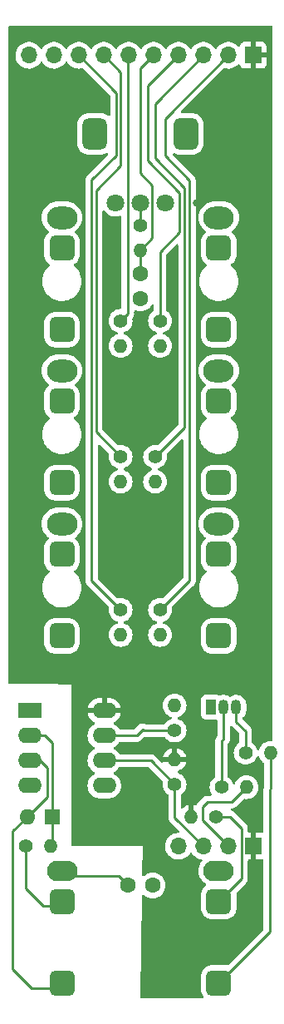
<source format=gtl>
%TF.GenerationSoftware,KiCad,Pcbnew,(6.0.1)*%
%TF.CreationDate,2022-11-02T12:22:22-04:00*%
%TF.ProjectId,ER-MIDI-CV4-02_CTLS,45522d4d-4944-4492-9d43-56342d30325f,1*%
%TF.SameCoordinates,Original*%
%TF.FileFunction,Copper,L1,Top*%
%TF.FilePolarity,Positive*%
%FSLAX46Y46*%
G04 Gerber Fmt 4.6, Leading zero omitted, Abs format (unit mm)*
G04 Created by KiCad (PCBNEW (6.0.1)) date 2022-11-02 12:22:22*
%MOMM*%
%LPD*%
G01*
G04 APERTURE LIST*
G04 Aperture macros list*
%AMRoundRect*
0 Rectangle with rounded corners*
0 $1 Rounding radius*
0 $2 $3 $4 $5 $6 $7 $8 $9 X,Y pos of 4 corners*
0 Add a 4 corners polygon primitive as box body*
4,1,4,$2,$3,$4,$5,$6,$7,$8,$9,$2,$3,0*
0 Add four circle primitives for the rounded corners*
1,1,$1+$1,$2,$3*
1,1,$1+$1,$4,$5*
1,1,$1+$1,$6,$7*
1,1,$1+$1,$8,$9*
0 Add four rect primitives between the rounded corners*
20,1,$1+$1,$2,$3,$4,$5,0*
20,1,$1+$1,$4,$5,$6,$7,0*
20,1,$1+$1,$6,$7,$8,$9,0*
20,1,$1+$1,$8,$9,$2,$3,0*%
G04 Aperture macros list end*
%TA.AperFunction,ComponentPad*%
%ADD10C,1.400000*%
%TD*%
%TA.AperFunction,ComponentPad*%
%ADD11O,1.400000X1.400000*%
%TD*%
%TA.AperFunction,ComponentPad*%
%ADD12C,1.600000*%
%TD*%
%TA.AperFunction,ComponentPad*%
%ADD13RoundRect,0.650000X0.650000X0.650000X-0.650000X0.650000X-0.650000X-0.650000X0.650000X-0.650000X0*%
%TD*%
%TA.AperFunction,ComponentPad*%
%ADD14O,3.100000X2.100000*%
%TD*%
%TA.AperFunction,WasherPad*%
%ADD15RoundRect,0.625000X0.625000X-0.975000X0.625000X0.975000X-0.625000X0.975000X-0.625000X-0.975000X0*%
%TD*%
%TA.AperFunction,WasherPad*%
%ADD16RoundRect,0.578704X0.671296X-1.021296X0.671296X1.021296X-0.671296X1.021296X-0.671296X-1.021296X0*%
%TD*%
%TA.AperFunction,ComponentPad*%
%ADD17C,1.800000*%
%TD*%
%TA.AperFunction,ComponentPad*%
%ADD18O,3.100000X2.300000*%
%TD*%
%TA.AperFunction,ComponentPad*%
%ADD19R,2.400000X1.600000*%
%TD*%
%TA.AperFunction,ComponentPad*%
%ADD20O,2.400000X1.600000*%
%TD*%
%TA.AperFunction,ComponentPad*%
%ADD21R,1.600000X1.600000*%
%TD*%
%TA.AperFunction,ComponentPad*%
%ADD22O,1.600000X1.600000*%
%TD*%
%TA.AperFunction,ComponentPad*%
%ADD23R,1.050000X1.500000*%
%TD*%
%TA.AperFunction,ComponentPad*%
%ADD24O,1.050000X1.500000*%
%TD*%
%TA.AperFunction,ComponentPad*%
%ADD25R,1.700000X1.700000*%
%TD*%
%TA.AperFunction,ComponentPad*%
%ADD26O,1.700000X1.700000*%
%TD*%
%TA.AperFunction,ViaPad*%
%ADD27C,0.800000*%
%TD*%
%TA.AperFunction,Conductor*%
%ADD28C,0.250000*%
%TD*%
%TA.AperFunction,Conductor*%
%ADD29C,0.254000*%
%TD*%
G04 APERTURE END LIST*
D10*
%TO.P,R7,1*%
%TO.N,/GATE_C*%
X81000000Y-91960000D03*
D11*
%TO.P,R7,2*%
%TO.N,/GATE*%
X81000000Y-94500000D03*
%TD*%
D12*
%TO.P,C1,1*%
%TO.N,GND*%
X79000000Y-60250000D03*
%TO.P,C1,2*%
%TO.N,Net-(J12-Pad5)*%
X79000000Y-57750000D03*
%TD*%
D10*
%TO.P,R3,1*%
%TO.N,/CV2_C*%
X81000000Y-62530000D03*
D11*
%TO.P,R3,2*%
%TO.N,/CV2*%
X81000000Y-65070000D03*
%TD*%
D12*
%TO.P,C2,1*%
%TO.N,/MIDI_GND*%
X77750000Y-120000000D03*
%TO.P,C2,2*%
%TO.N,GND*%
X80250000Y-120000000D03*
%TD*%
D13*
%TO.P,J8,R*%
%TO.N,/MO5*%
X87000000Y-121620000D03*
D14*
%TO.P,J8,S*%
%TO.N,GND*%
X87000000Y-118520000D03*
D13*
%TO.P,J8,T*%
%TO.N,/MOLO*%
X87000000Y-129920000D03*
%TD*%
D15*
%TO.P,RV1,*%
%TO.N,*%
X74349994Y-43499989D03*
D16*
X83649994Y-43499989D03*
D17*
%TO.P,RV1,1,1*%
%TO.N,+5V*%
X81499994Y-50499989D03*
%TO.P,RV1,2,2*%
%TO.N,/POT_C*%
X78999994Y-50499989D03*
%TO.P,RV1,3,3*%
%TO.N,GND*%
X76499994Y-50499989D03*
%TD*%
D10*
%TO.P,R5,1*%
%TO.N,/CV4_C*%
X80500000Y-76360000D03*
D11*
%TO.P,R5,2*%
%TO.N,/CV4*%
X80500000Y-78900000D03*
%TD*%
D10*
%TO.P,R13,1*%
%TO.N,/MIDI_IN*%
X67280000Y-116000000D03*
D11*
%TO.P,R13,2*%
%TO.N,/MIDI_RES*%
X69820000Y-116000000D03*
%TD*%
D18*
%TO.P,J3,S*%
%TO.N,GND*%
X71000000Y-67600000D03*
D13*
%TO.P,J3,T*%
%TO.N,/CV3*%
X71000000Y-79000000D03*
%TO.P,J3,TN*%
%TO.N,unconnected-(J3-PadTN)*%
X71000000Y-70700000D03*
%TD*%
D19*
%TO.P,U5,1,NC*%
%TO.N,unconnected-(U5-Pad1)*%
X67700000Y-102200000D03*
D20*
%TO.P,U5,2,C1*%
%TO.N,/MIDI_RES*%
X67700000Y-104740000D03*
%TO.P,U5,3,C2*%
%TO.N,/MIDI_RTN*%
X67700000Y-107280000D03*
%TO.P,U5,4,NC*%
%TO.N,unconnected-(U5-Pad4)*%
X67700000Y-109820000D03*
%TO.P,U5,5,GND*%
%TO.N,GND*%
X75320000Y-109820000D03*
%TO.P,U5,6,VO2*%
%TO.N,/OPTOUT-C*%
X75320000Y-107280000D03*
%TO.P,U5,7,VO1*%
%TO.N,/OBF*%
X75320000Y-104740000D03*
%TO.P,U5,8,VCC*%
%TO.N,+5V*%
X75320000Y-102200000D03*
%TD*%
D10*
%TO.P,R1,1*%
%TO.N,/POT_C*%
X79000000Y-52780000D03*
D11*
%TO.P,R1,2*%
%TO.N,Net-(J12-Pad5)*%
X79000000Y-55320000D03*
%TD*%
D18*
%TO.P,J5,S*%
%TO.N,GND*%
X71000000Y-83200000D03*
D13*
%TO.P,J5,T*%
%TO.N,/CLK*%
X71000000Y-94600000D03*
%TO.P,J5,TN*%
%TO.N,unconnected-(J5-PadTN)*%
X71000000Y-86300000D03*
%TD*%
D10*
%TO.P,R2,1*%
%TO.N,/CV1_C*%
X77000000Y-62530000D03*
D11*
%TO.P,R2,2*%
%TO.N,/CV1*%
X77000000Y-65070000D03*
%TD*%
D21*
%TO.P,D1,1,K*%
%TO.N,/MIDI_RES*%
X70000000Y-113000000D03*
D22*
%TO.P,D1,2,A*%
%TO.N,/MIDI_RTN*%
X67460000Y-113000000D03*
%TD*%
D18*
%TO.P,J6,S*%
%TO.N,GND*%
X87000000Y-83200000D03*
D13*
%TO.P,J6,T*%
%TO.N,/GATE*%
X87000000Y-94600000D03*
%TO.P,J6,TN*%
%TO.N,unconnected-(J6-PadTN)*%
X87000000Y-86300000D03*
%TD*%
D10*
%TO.P,R4,1*%
%TO.N,/CV3_C*%
X77000000Y-76360000D03*
D11*
%TO.P,R4,2*%
%TO.N,/CV3*%
X77000000Y-78900000D03*
%TD*%
D18*
%TO.P,J1,S*%
%TO.N,GND*%
X71000000Y-52020000D03*
D13*
%TO.P,J1,T*%
%TO.N,/CV1*%
X71000000Y-63420000D03*
%TO.P,J1,TN*%
%TO.N,unconnected-(J1-PadTN)*%
X71000000Y-55120000D03*
%TD*%
D10*
%TO.P,R9,1*%
%TO.N,Net-(Q1-Pad3)*%
X89720000Y-106500000D03*
D11*
%TO.P,R9,2*%
%TO.N,/MOLO*%
X92260000Y-106500000D03*
%TD*%
D23*
%TO.P,Q1,1,E*%
%TO.N,GND*%
X86230000Y-101860000D03*
D24*
%TO.P,Q1,2,B*%
%TO.N,/RBO*%
X87500000Y-101860000D03*
%TO.P,Q1,3,C*%
%TO.N,Net-(Q1-Pad3)*%
X88770000Y-101860000D03*
%TD*%
D10*
%TO.P,R10,1*%
%TO.N,/OPTOUT-C*%
X82499987Y-109719999D03*
D11*
%TO.P,R10,2*%
%TO.N,+5V*%
X82499987Y-107179999D03*
%TD*%
D10*
%TO.P,R6,1*%
%TO.N,/CLK-C*%
X77000000Y-91960000D03*
D11*
%TO.P,R6,2*%
%TO.N,/CLK*%
X77000000Y-94500000D03*
%TD*%
D18*
%TO.P,J4,S*%
%TO.N,GND*%
X87000000Y-67600000D03*
D13*
%TO.P,J4,T*%
%TO.N,/CV4*%
X87000000Y-79000000D03*
%TO.P,J4,TN*%
%TO.N,unconnected-(J4-PadTN)*%
X87000000Y-70700000D03*
%TD*%
D10*
%TO.P,R12,1*%
%TO.N,/MO5*%
X86720000Y-113000000D03*
D11*
%TO.P,R12,2*%
%TO.N,+5V*%
X84180000Y-113000000D03*
%TD*%
D18*
%TO.P,J2,S*%
%TO.N,GND*%
X87000000Y-52020000D03*
D13*
%TO.P,J2,T*%
%TO.N,/CV2*%
X87000000Y-63420000D03*
%TO.P,J2,TN*%
%TO.N,unconnected-(J2-PadTN)*%
X87000000Y-55120000D03*
%TD*%
D10*
%TO.P,R8,1*%
%TO.N,/OBF*%
X82500000Y-104220000D03*
D11*
%TO.P,R8,2*%
%TO.N,GND*%
X82500000Y-101680000D03*
%TD*%
D13*
%TO.P,J7,R*%
%TO.N,/MIDI_IN*%
X71000000Y-121620000D03*
D14*
%TO.P,J7,S*%
%TO.N,/MIDI_GND*%
X71000000Y-118520000D03*
D13*
%TO.P,J7,T*%
%TO.N,/MIDI_RTN*%
X71000000Y-129920000D03*
%TD*%
D10*
%TO.P,R11,1*%
%TO.N,/RBO*%
X87280000Y-110000000D03*
D11*
%TO.P,R11,2*%
%TO.N,/RBI-C*%
X89820000Y-110000000D03*
%TD*%
D25*
%TO.P,J12,1,Pin_1*%
%TO.N,+5V*%
X90500000Y-35500000D03*
D26*
%TO.P,J12,2,Pin_2*%
%TO.N,/GATE_C*%
X87960000Y-35500000D03*
%TO.P,J12,3,Pin_3*%
%TO.N,/CV4_C*%
X85420000Y-35500000D03*
%TO.P,J12,4,Pin_4*%
%TO.N,/CV2_C*%
X82880000Y-35500000D03*
%TO.P,J12,5,Pin_5*%
%TO.N,Net-(J12-Pad5)*%
X80340000Y-35500000D03*
%TO.P,J12,6,Pin_6*%
%TO.N,/CV1_C*%
X77800000Y-35500000D03*
%TO.P,J12,7,Pin_7*%
%TO.N,/CV3_C*%
X75260000Y-35500000D03*
%TO.P,J12,8,Pin_8*%
%TO.N,/CLK-C*%
X72720000Y-35500000D03*
%TO.P,J12,9,Pin_9*%
%TO.N,GND*%
X70180000Y-35500000D03*
%TO.P,J12,10,Pin_10*%
X67640000Y-35500000D03*
%TD*%
D25*
%TO.P,J9,1,Pin_1*%
%TO.N,+5V*%
X90500000Y-116000000D03*
D26*
%TO.P,J9,2,Pin_2*%
%TO.N,/RBI-C*%
X87960000Y-116000000D03*
%TO.P,J9,3,Pin_3*%
%TO.N,/OPTOUT-C*%
X85420000Y-116000000D03*
%TO.P,J9,4,Pin_4*%
%TO.N,GND*%
X82880000Y-116000000D03*
%TD*%
D27*
%TO.N,+5V*%
X84750000Y-50500000D03*
%TD*%
D28*
%TO.N,/MIDI_IN*%
X69120000Y-122120000D02*
X67280000Y-120280000D01*
X71000000Y-122120000D02*
X69120000Y-122120000D01*
X67280000Y-120280000D02*
X67280000Y-116000000D01*
D29*
%TO.N,Net-(Q1-Pad3)*%
X89720000Y-106500000D02*
X89720000Y-104280000D01*
X88770000Y-103330000D02*
X89720000Y-104280000D01*
X88770000Y-101860000D02*
X88770000Y-103330000D01*
D28*
%TO.N,/MIDI_GND*%
X71000000Y-119020000D02*
X76770000Y-119020000D01*
X76770000Y-119020000D02*
X77750000Y-120000000D01*
%TO.N,/MIDI_RTN*%
X66000000Y-128500000D02*
X66000000Y-114460000D01*
X67920000Y-130420000D02*
X66000000Y-128500000D01*
X68780000Y-107280000D02*
X67700000Y-107280000D01*
X66000000Y-114460000D02*
X67460000Y-113000000D01*
X67460000Y-113000000D02*
X69500000Y-110960000D01*
X71000000Y-130420000D02*
X67920000Y-130420000D01*
X69500000Y-108000000D02*
X68780000Y-107280000D01*
X69500000Y-110960000D02*
X69500000Y-108000000D01*
D29*
%TO.N,/MIDI_RES*%
X70000000Y-113000000D02*
X70000000Y-115820000D01*
X70000000Y-113000000D02*
X70000000Y-105500000D01*
X70000000Y-105500000D02*
X69240000Y-104740000D01*
X69240000Y-104740000D02*
X67700000Y-104740000D01*
%TO.N,/MO5*%
X89323489Y-114215489D02*
X88108000Y-113000000D01*
X89323489Y-119296511D02*
X89323489Y-114215489D01*
X88108000Y-113000000D02*
X86720000Y-113000000D01*
X87000000Y-121620000D02*
X89323489Y-119296511D01*
%TO.N,/MOLO*%
X87000000Y-129920000D02*
X92202000Y-124718000D01*
X92260000Y-110144000D02*
X92260000Y-106500000D01*
X92202000Y-124718000D02*
X92202000Y-110202000D01*
X92202000Y-110202000D02*
X92260000Y-110144000D01*
%TO.N,/RBO*%
X87500000Y-105060000D02*
X87280000Y-105280000D01*
X87280000Y-110000000D02*
X87280000Y-105280000D01*
X87500000Y-101860000D02*
X87500000Y-105060000D01*
%TO.N,/OBF*%
X79248000Y-104140000D02*
X79328000Y-104220000D01*
X79328000Y-104220000D02*
X82500000Y-104220000D01*
X75320000Y-104740000D02*
X78648000Y-104740000D01*
X78648000Y-104740000D02*
X79248000Y-104140000D01*
%TO.N,/CV1_C*%
X77000000Y-62530000D02*
X77726505Y-61803495D01*
X77726505Y-61803495D02*
X77726505Y-35573495D01*
%TO.N,/CV2_C*%
X79750000Y-46250000D02*
X79750000Y-38630000D01*
X83000000Y-53500000D02*
X83000000Y-49500000D01*
X81000000Y-55500000D02*
X83000000Y-53500000D01*
X79750000Y-38630000D02*
X82880000Y-35500000D01*
X81000000Y-62530000D02*
X81000000Y-55500000D01*
X83000000Y-49500000D02*
X79750000Y-46250000D01*
%TO.N,/CV3_C*%
X77000000Y-76360000D02*
X74500000Y-73860000D01*
X74500000Y-49250000D02*
X77000000Y-46750000D01*
X77000000Y-46750000D02*
X77000000Y-37240000D01*
X74500000Y-73860000D02*
X74500000Y-49250000D01*
X77000000Y-37240000D02*
X75260000Y-35500000D01*
%TO.N,/CV4_C*%
X83500000Y-49000000D02*
X80500000Y-46000000D01*
X80500000Y-76360000D02*
X83500000Y-73360000D01*
X80500000Y-40420000D02*
X85420000Y-35500000D01*
X83500000Y-73360000D02*
X83500000Y-49000000D01*
X80500000Y-46000000D02*
X80500000Y-40420000D01*
%TO.N,/OPTOUT-C*%
X82500000Y-109720000D02*
X82500000Y-113080000D01*
X82500000Y-113080000D02*
X85420000Y-116000000D01*
X80060000Y-107280000D02*
X75320000Y-107280000D01*
X82500000Y-109720000D02*
X80060000Y-107280000D01*
%TO.N,/RBI-C*%
X87960000Y-116000000D02*
X85344000Y-113384000D01*
X85344000Y-112014000D02*
X85852000Y-111506000D01*
X88314000Y-111506000D02*
X89820000Y-110000000D01*
X85344000Y-113384000D02*
X85344000Y-112014000D01*
X85852000Y-111506000D02*
X88314000Y-111506000D01*
%TO.N,/CLK-C*%
X76546480Y-45703520D02*
X76546480Y-39326480D01*
X76546480Y-39326480D02*
X72720000Y-35500000D01*
X74046480Y-89006480D02*
X74046480Y-48203520D01*
X74046480Y-48203520D02*
X76546480Y-45703520D01*
X77000000Y-91960000D02*
X74046480Y-89006480D01*
%TO.N,/GATE_C*%
X84000000Y-48250000D02*
X81500000Y-45750000D01*
X84000000Y-89000000D02*
X84000000Y-48250000D01*
X81000000Y-91960000D02*
X84000000Y-88960000D01*
X81500000Y-45750000D02*
X81500000Y-41960000D01*
X81500000Y-41960000D02*
X87960000Y-35500000D01*
%TO.N,/POT_C*%
X78999994Y-50499989D02*
X78999994Y-52779994D01*
%TO.N,Net-(J12-Pad5)*%
X79000000Y-55320000D02*
X79000000Y-57750000D01*
X79000000Y-47500000D02*
X79000000Y-36840000D01*
X80226505Y-48726505D02*
X79000000Y-47500000D01*
X80226505Y-54093495D02*
X80226505Y-48726505D01*
X79000000Y-55320000D02*
X80226505Y-54093495D01*
X79000000Y-36840000D02*
X80340000Y-35500000D01*
%TD*%
%TA.AperFunction,Conductor*%
%TO.N,+5V*%
G36*
X92434121Y-32528002D02*
G01*
X92480614Y-32581658D01*
X92492000Y-32634000D01*
X92492000Y-105169676D01*
X92471998Y-105237797D01*
X92418342Y-105284290D01*
X92355018Y-105295197D01*
X92265475Y-105287363D01*
X92260000Y-105286884D01*
X92049345Y-105305314D01*
X92044032Y-105306738D01*
X92044030Y-105306738D01*
X91850400Y-105358621D01*
X91850398Y-105358622D01*
X91845090Y-105360044D01*
X91840109Y-105362366D01*
X91840108Y-105362367D01*
X91658423Y-105447088D01*
X91658420Y-105447090D01*
X91653442Y-105449411D01*
X91480224Y-105570699D01*
X91330699Y-105720224D01*
X91209411Y-105893442D01*
X91207090Y-105898420D01*
X91207088Y-105898423D01*
X91158571Y-106002469D01*
X91120044Y-106085090D01*
X91118622Y-106090398D01*
X91118621Y-106090400D01*
X91111707Y-106116204D01*
X91074755Y-106176827D01*
X91010894Y-106207848D01*
X90940400Y-106199420D01*
X90885653Y-106154217D01*
X90868293Y-106116204D01*
X90861379Y-106090400D01*
X90861378Y-106090398D01*
X90859956Y-106085090D01*
X90821429Y-106002469D01*
X90772912Y-105898423D01*
X90772910Y-105898420D01*
X90770589Y-105893442D01*
X90649301Y-105720224D01*
X90499776Y-105570699D01*
X90495268Y-105567542D01*
X90495265Y-105567540D01*
X90409229Y-105507297D01*
X90364901Y-105451840D01*
X90355500Y-105404084D01*
X90355500Y-104359032D01*
X90356030Y-104347793D01*
X90357709Y-104340281D01*
X90356153Y-104290757D01*
X90355562Y-104271970D01*
X90355500Y-104268012D01*
X90355500Y-104240017D01*
X90354992Y-104235994D01*
X90354059Y-104224152D01*
X90353757Y-104214525D01*
X90352665Y-104179795D01*
X90346987Y-104160251D01*
X90342977Y-104140888D01*
X90341420Y-104128560D01*
X90341420Y-104128558D01*
X90340427Y-104120701D01*
X90337511Y-104113337D01*
X90337510Y-104113332D01*
X90324093Y-104079444D01*
X90320248Y-104068215D01*
X90310081Y-104033222D01*
X90307869Y-104025607D01*
X90303830Y-104018777D01*
X90297512Y-104008094D01*
X90288812Y-103990336D01*
X90284239Y-103978785D01*
X90284235Y-103978779D01*
X90281319Y-103971412D01*
X90255234Y-103935509D01*
X90248719Y-103925590D01*
X90230174Y-103894232D01*
X90230171Y-103894228D01*
X90226134Y-103887402D01*
X90211750Y-103873018D01*
X90198909Y-103857984D01*
X90191602Y-103847927D01*
X90186942Y-103841513D01*
X90152750Y-103813227D01*
X90143969Y-103805237D01*
X89442404Y-103103671D01*
X89408379Y-103041359D01*
X89405500Y-103014576D01*
X89405500Y-102960597D01*
X89425502Y-102892476D01*
X89452549Y-102862400D01*
X89491797Y-102830845D01*
X89491805Y-102830837D01*
X89496601Y-102826981D01*
X89626881Y-102671719D01*
X89629845Y-102666327D01*
X89629848Y-102666323D01*
X89721556Y-102499506D01*
X89724523Y-102494109D01*
X89785807Y-102300916D01*
X89786913Y-102291063D01*
X89803107Y-102146683D01*
X89803500Y-102143183D01*
X89803500Y-101583996D01*
X89788723Y-101433287D01*
X89730142Y-101239258D01*
X89634990Y-101060302D01*
X89615773Y-101036739D01*
X89560126Y-100968510D01*
X89506890Y-100903237D01*
X89500868Y-100898255D01*
X89355472Y-100777973D01*
X89355469Y-100777971D01*
X89350722Y-100774044D01*
X89172435Y-100677644D01*
X89016620Y-100629411D01*
X88984707Y-100619532D01*
X88984704Y-100619531D01*
X88978820Y-100617710D01*
X88972695Y-100617066D01*
X88972694Y-100617066D01*
X88783378Y-100597168D01*
X88783377Y-100597168D01*
X88777250Y-100596524D01*
X88693986Y-100604102D01*
X88581543Y-100614335D01*
X88581540Y-100614336D01*
X88575404Y-100614894D01*
X88569498Y-100616632D01*
X88569494Y-100616633D01*
X88434947Y-100656233D01*
X88380971Y-100672119D01*
X88375514Y-100674972D01*
X88375511Y-100674973D01*
X88291163Y-100719069D01*
X88201540Y-100765923D01*
X88201538Y-100765923D01*
X88201355Y-100766019D01*
X88201337Y-100765984D01*
X88135559Y-100785889D01*
X88074591Y-100770729D01*
X88065815Y-100765984D01*
X87902435Y-100677644D01*
X87746620Y-100629411D01*
X87714707Y-100619532D01*
X87714704Y-100619531D01*
X87708820Y-100617710D01*
X87702695Y-100617066D01*
X87702694Y-100617066D01*
X87513378Y-100597168D01*
X87513377Y-100597168D01*
X87507250Y-100596524D01*
X87423986Y-100604102D01*
X87311543Y-100614335D01*
X87311540Y-100614336D01*
X87305404Y-100614894D01*
X87299498Y-100616632D01*
X87299494Y-100616633D01*
X87116879Y-100670380D01*
X87116877Y-100670381D01*
X87115493Y-100670788D01*
X87110971Y-100672119D01*
X87110718Y-100671260D01*
X87045338Y-100677714D01*
X87008594Y-100664548D01*
X87001705Y-100659385D01*
X86993304Y-100656236D01*
X86993301Y-100656234D01*
X86881534Y-100614335D01*
X86865316Y-100608255D01*
X86803134Y-100601500D01*
X85656866Y-100601500D01*
X85594684Y-100608255D01*
X85458295Y-100659385D01*
X85341739Y-100746739D01*
X85254385Y-100863295D01*
X85203255Y-100999684D01*
X85196500Y-101061866D01*
X85196500Y-102658134D01*
X85203255Y-102720316D01*
X85254385Y-102856705D01*
X85341739Y-102973261D01*
X85458295Y-103060615D01*
X85594684Y-103111745D01*
X85656866Y-103118500D01*
X86738500Y-103118500D01*
X86806621Y-103138502D01*
X86853114Y-103192158D01*
X86864500Y-103244500D01*
X86864500Y-104744224D01*
X86844498Y-104812345D01*
X86830352Y-104830475D01*
X86824916Y-104836264D01*
X86822159Y-104839108D01*
X86802361Y-104858906D01*
X86799937Y-104862031D01*
X86799929Y-104862040D01*
X86799863Y-104862126D01*
X86792155Y-104871151D01*
X86761783Y-104903494D01*
X86757965Y-104910438D01*
X86757964Y-104910440D01*
X86751978Y-104921329D01*
X86741127Y-104937847D01*
X86728650Y-104953933D01*
X86711024Y-104994666D01*
X86705807Y-105005314D01*
X86684431Y-105044197D01*
X86682460Y-105051872D01*
X86682458Y-105051878D01*
X86679369Y-105063911D01*
X86672966Y-105082613D01*
X86664883Y-105101292D01*
X86661930Y-105119935D01*
X86657940Y-105145127D01*
X86655535Y-105156740D01*
X86644500Y-105199718D01*
X86644500Y-105220065D01*
X86642949Y-105239776D01*
X86641967Y-105245978D01*
X86639765Y-105259879D01*
X86640511Y-105267771D01*
X86643941Y-105304056D01*
X86644500Y-105315914D01*
X86644500Y-108904084D01*
X86624498Y-108972205D01*
X86590771Y-109007297D01*
X86504735Y-109067540D01*
X86504732Y-109067542D01*
X86500224Y-109070699D01*
X86350699Y-109220224D01*
X86229411Y-109393442D01*
X86227090Y-109398420D01*
X86227088Y-109398423D01*
X86142367Y-109580108D01*
X86140044Y-109585090D01*
X86085314Y-109789345D01*
X86066884Y-110000000D01*
X86085314Y-110210655D01*
X86086738Y-110215968D01*
X86086738Y-110215970D01*
X86102348Y-110274225D01*
X86140044Y-110414910D01*
X86142366Y-110419891D01*
X86142367Y-110419892D01*
X86181434Y-110503670D01*
X86229411Y-110606558D01*
X86275396Y-110672231D01*
X86298083Y-110739503D01*
X86280798Y-110808364D01*
X86229028Y-110856948D01*
X86172182Y-110870500D01*
X85931020Y-110870500D01*
X85919791Y-110869971D01*
X85912281Y-110868292D01*
X85904355Y-110868541D01*
X85904354Y-110868541D01*
X85844002Y-110870438D01*
X85840044Y-110870500D01*
X85812017Y-110870500D01*
X85807971Y-110871011D01*
X85796143Y-110871942D01*
X85751795Y-110873336D01*
X85744178Y-110875549D01*
X85732253Y-110879013D01*
X85712894Y-110883022D01*
X85711633Y-110883181D01*
X85692701Y-110885573D01*
X85685337Y-110888489D01*
X85685332Y-110888490D01*
X85663421Y-110897166D01*
X85651428Y-110901914D01*
X85640224Y-110905751D01*
X85597607Y-110918132D01*
X85585307Y-110925406D01*
X85580094Y-110928489D01*
X85562343Y-110937185D01*
X85550785Y-110941761D01*
X85550780Y-110941764D01*
X85543412Y-110944681D01*
X85536997Y-110949342D01*
X85507507Y-110970767D01*
X85497585Y-110977284D01*
X85466228Y-110995828D01*
X85466225Y-110995830D01*
X85459401Y-110999866D01*
X85445014Y-111014253D01*
X85429980Y-111027094D01*
X85413513Y-111039058D01*
X85408460Y-111045166D01*
X85385228Y-111073249D01*
X85377238Y-111082029D01*
X84950517Y-111508750D01*
X84942191Y-111516326D01*
X84935697Y-111520447D01*
X84930274Y-111526222D01*
X84888915Y-111570265D01*
X84886160Y-111573107D01*
X84866361Y-111592906D01*
X84863937Y-111596031D01*
X84863929Y-111596040D01*
X84863863Y-111596126D01*
X84856155Y-111605151D01*
X84825783Y-111637494D01*
X84821965Y-111644438D01*
X84821964Y-111644440D01*
X84815978Y-111655329D01*
X84805127Y-111671847D01*
X84792650Y-111687933D01*
X84775024Y-111728666D01*
X84769807Y-111739314D01*
X84752249Y-111771251D01*
X84752247Y-111771255D01*
X84748431Y-111778197D01*
X84746460Y-111785872D01*
X84746449Y-111785901D01*
X84702775Y-111841875D01*
X84635772Y-111865352D01*
X84595077Y-111859251D01*
X84594738Y-111860516D01*
X84451497Y-111822134D01*
X84437401Y-111822470D01*
X84434000Y-111830412D01*
X84434000Y-113128000D01*
X84413998Y-113196121D01*
X84360342Y-113242614D01*
X84308000Y-113254000D01*
X84052000Y-113254000D01*
X83983879Y-113233998D01*
X83937386Y-113180342D01*
X83926000Y-113128000D01*
X83926000Y-111835561D01*
X83922027Y-111822030D01*
X83913478Y-111820801D01*
X83770577Y-111859092D01*
X83760273Y-111862842D01*
X83578677Y-111947521D01*
X83569189Y-111952998D01*
X83405058Y-112067925D01*
X83396650Y-112074981D01*
X83350595Y-112121036D01*
X83288283Y-112155062D01*
X83217468Y-112149997D01*
X83160632Y-112107450D01*
X83135821Y-112040930D01*
X83135500Y-112031941D01*
X83135500Y-110815906D01*
X83155502Y-110747785D01*
X83189229Y-110712693D01*
X83275252Y-110652459D01*
X83275255Y-110652457D01*
X83279763Y-110649300D01*
X83429288Y-110499775D01*
X83550576Y-110326557D01*
X83597441Y-110226056D01*
X83637620Y-110139891D01*
X83637621Y-110139890D01*
X83639943Y-110134909D01*
X83683092Y-109973877D01*
X83693249Y-109935969D01*
X83693249Y-109935967D01*
X83694673Y-109930654D01*
X83713103Y-109719999D01*
X83694673Y-109509344D01*
X83693249Y-109504029D01*
X83641366Y-109310399D01*
X83641365Y-109310397D01*
X83639943Y-109305089D01*
X83600370Y-109220224D01*
X83552899Y-109118422D01*
X83552897Y-109118419D01*
X83550576Y-109113441D01*
X83429288Y-108940223D01*
X83279763Y-108790698D01*
X83106545Y-108669410D01*
X83101567Y-108667089D01*
X83101564Y-108667087D01*
X82919879Y-108582366D01*
X82919878Y-108582365D01*
X82914897Y-108580043D01*
X82909590Y-108578621D01*
X82909579Y-108578617D01*
X82882816Y-108571446D01*
X82822194Y-108534495D01*
X82791172Y-108470634D01*
X82799601Y-108400139D01*
X82844805Y-108345393D01*
X82882817Y-108328033D01*
X82909413Y-108320907D01*
X82919710Y-108317158D01*
X83101310Y-108232478D01*
X83110798Y-108227001D01*
X83274929Y-108112074D01*
X83283337Y-108105018D01*
X83425006Y-107963349D01*
X83432062Y-107954941D01*
X83546989Y-107790810D01*
X83552466Y-107781322D01*
X83637145Y-107599726D01*
X83640895Y-107589422D01*
X83677853Y-107451496D01*
X83677517Y-107437400D01*
X83669575Y-107433999D01*
X81335548Y-107433999D01*
X81320310Y-107438473D01*
X81314647Y-107445009D01*
X81254921Y-107483394D01*
X81183924Y-107483395D01*
X81130326Y-107451593D01*
X80587235Y-106908502D01*
X81322121Y-106908502D01*
X81322457Y-106922598D01*
X81330399Y-106925999D01*
X82227872Y-106925999D01*
X82243111Y-106921524D01*
X82244316Y-106920134D01*
X82245987Y-106912451D01*
X82245987Y-106907884D01*
X82753987Y-106907884D01*
X82758462Y-106923123D01*
X82759852Y-106924328D01*
X82767535Y-106925999D01*
X83664426Y-106925999D01*
X83677957Y-106922026D01*
X83679186Y-106913477D01*
X83640895Y-106770576D01*
X83637145Y-106760272D01*
X83552466Y-106578676D01*
X83546989Y-106569188D01*
X83432062Y-106405057D01*
X83425006Y-106396649D01*
X83283337Y-106254980D01*
X83274929Y-106247924D01*
X83110798Y-106132997D01*
X83101310Y-106127520D01*
X82919714Y-106042841D01*
X82909410Y-106039091D01*
X82771484Y-106002133D01*
X82757388Y-106002469D01*
X82753987Y-106010411D01*
X82753987Y-106907884D01*
X82245987Y-106907884D01*
X82245987Y-106015560D01*
X82242014Y-106002029D01*
X82233465Y-106000800D01*
X82090564Y-106039091D01*
X82080260Y-106042841D01*
X81898664Y-106127520D01*
X81889176Y-106132997D01*
X81725045Y-106247924D01*
X81716637Y-106254980D01*
X81574968Y-106396649D01*
X81567912Y-106405057D01*
X81452985Y-106569188D01*
X81447508Y-106578676D01*
X81362829Y-106760272D01*
X81359079Y-106770576D01*
X81322121Y-106908502D01*
X80587235Y-106908502D01*
X80565250Y-106886517D01*
X80557674Y-106878191D01*
X80553553Y-106871697D01*
X80503734Y-106824914D01*
X80500893Y-106822160D01*
X80481094Y-106802361D01*
X80477969Y-106799937D01*
X80477960Y-106799929D01*
X80477874Y-106799863D01*
X80468849Y-106792155D01*
X80468846Y-106792152D01*
X80436506Y-106761783D01*
X80418669Y-106751977D01*
X80402153Y-106741127D01*
X80386067Y-106728650D01*
X80345334Y-106711024D01*
X80334686Y-106705807D01*
X80323058Y-106699415D01*
X80295803Y-106684431D01*
X80288128Y-106682460D01*
X80288122Y-106682458D01*
X80276089Y-106679369D01*
X80257387Y-106672966D01*
X80238708Y-106664883D01*
X80204872Y-106659524D01*
X80194873Y-106657940D01*
X80183260Y-106655535D01*
X80140282Y-106644500D01*
X80119935Y-106644500D01*
X80100224Y-106642949D01*
X80087950Y-106641005D01*
X80080121Y-106639765D01*
X80072229Y-106640511D01*
X80035944Y-106643941D01*
X80024086Y-106644500D01*
X76937993Y-106644500D01*
X76869872Y-106624498D01*
X76834780Y-106590771D01*
X76819668Y-106569188D01*
X76775055Y-106505475D01*
X76729357Y-106440211D01*
X76729355Y-106440208D01*
X76726198Y-106435700D01*
X76564300Y-106273802D01*
X76559792Y-106270645D01*
X76559789Y-106270643D01*
X76458072Y-106199420D01*
X76376749Y-106142477D01*
X76371767Y-106140154D01*
X76371762Y-106140151D01*
X76337543Y-106124195D01*
X76284258Y-106077278D01*
X76264797Y-106009001D01*
X76285339Y-105941041D01*
X76337543Y-105895805D01*
X76371762Y-105879849D01*
X76371767Y-105879846D01*
X76376749Y-105877523D01*
X76539973Y-105763232D01*
X76559789Y-105749357D01*
X76559792Y-105749355D01*
X76564300Y-105746198D01*
X76726198Y-105584300D01*
X76732995Y-105574594D01*
X76800658Y-105477960D01*
X76834780Y-105429229D01*
X76890237Y-105384901D01*
X76937993Y-105375500D01*
X78568980Y-105375500D01*
X78580214Y-105376030D01*
X78587719Y-105377708D01*
X78656012Y-105375562D01*
X78659969Y-105375500D01*
X78687983Y-105375500D01*
X78691908Y-105375004D01*
X78691909Y-105375004D01*
X78692004Y-105374992D01*
X78703849Y-105374059D01*
X78733670Y-105373122D01*
X78740282Y-105372914D01*
X78740283Y-105372914D01*
X78748205Y-105372665D01*
X78767749Y-105366987D01*
X78787112Y-105362977D01*
X78799440Y-105361420D01*
X78799442Y-105361420D01*
X78807299Y-105360427D01*
X78814663Y-105357511D01*
X78814668Y-105357510D01*
X78848556Y-105344093D01*
X78859785Y-105340248D01*
X78876465Y-105335402D01*
X78902393Y-105327869D01*
X78909220Y-105323831D01*
X78909223Y-105323830D01*
X78919906Y-105317512D01*
X78937664Y-105308812D01*
X78949215Y-105304239D01*
X78949221Y-105304235D01*
X78956588Y-105301319D01*
X78964181Y-105295803D01*
X78992488Y-105275236D01*
X79002410Y-105268719D01*
X79033768Y-105250174D01*
X79033772Y-105250171D01*
X79040598Y-105246134D01*
X79054982Y-105231750D01*
X79070016Y-105218909D01*
X79080073Y-105211602D01*
X79086487Y-105206942D01*
X79101320Y-105189013D01*
X79114777Y-105172746D01*
X79122766Y-105163967D01*
X79394328Y-104892405D01*
X79456640Y-104858379D01*
X79483423Y-104855500D01*
X81404084Y-104855500D01*
X81472205Y-104875502D01*
X81507297Y-104909229D01*
X81567540Y-104995265D01*
X81570699Y-104999776D01*
X81720224Y-105149301D01*
X81893442Y-105270589D01*
X81898420Y-105272910D01*
X81898423Y-105272912D01*
X82080108Y-105357633D01*
X82085090Y-105359956D01*
X82090398Y-105361378D01*
X82090400Y-105361379D01*
X82284030Y-105413262D01*
X82284032Y-105413262D01*
X82289345Y-105414686D01*
X82500000Y-105433116D01*
X82710655Y-105414686D01*
X82715968Y-105413262D01*
X82715970Y-105413262D01*
X82909600Y-105361379D01*
X82909602Y-105361378D01*
X82914910Y-105359956D01*
X82919892Y-105357633D01*
X83101577Y-105272912D01*
X83101580Y-105272910D01*
X83106558Y-105270589D01*
X83279776Y-105149301D01*
X83429301Y-104999776D01*
X83550589Y-104826558D01*
X83565720Y-104794111D01*
X83637633Y-104639892D01*
X83637634Y-104639891D01*
X83639956Y-104634910D01*
X83694686Y-104430655D01*
X83713116Y-104220000D01*
X83694686Y-104009345D01*
X83689593Y-103990336D01*
X83641379Y-103810400D01*
X83641378Y-103810398D01*
X83639956Y-103805090D01*
X83637633Y-103800108D01*
X83552912Y-103618423D01*
X83552910Y-103618420D01*
X83550589Y-103613442D01*
X83429301Y-103440224D01*
X83279776Y-103290699D01*
X83106558Y-103169411D01*
X83101580Y-103167090D01*
X83101577Y-103167088D01*
X82919892Y-103082367D01*
X82919891Y-103082366D01*
X82914910Y-103080044D01*
X82909602Y-103078622D01*
X82909600Y-103078621D01*
X82883796Y-103071707D01*
X82823173Y-103034755D01*
X82792152Y-102970894D01*
X82800580Y-102900400D01*
X82845783Y-102845653D01*
X82883796Y-102828293D01*
X82909600Y-102821379D01*
X82909602Y-102821378D01*
X82914910Y-102819956D01*
X82919892Y-102817633D01*
X83101577Y-102732912D01*
X83101580Y-102732910D01*
X83106558Y-102730589D01*
X83279776Y-102609301D01*
X83429301Y-102459776D01*
X83550589Y-102286558D01*
X83639956Y-102094910D01*
X83679857Y-101946000D01*
X83693262Y-101895970D01*
X83693262Y-101895968D01*
X83694686Y-101890655D01*
X83713116Y-101680000D01*
X83694686Y-101469345D01*
X83639956Y-101265090D01*
X83608711Y-101198084D01*
X83552912Y-101078423D01*
X83552910Y-101078420D01*
X83550589Y-101073442D01*
X83429301Y-100900224D01*
X83279776Y-100750699D01*
X83106558Y-100629411D01*
X83101580Y-100627090D01*
X83101577Y-100627088D01*
X82919892Y-100542367D01*
X82919891Y-100542366D01*
X82914910Y-100540044D01*
X82909602Y-100538622D01*
X82909600Y-100538621D01*
X82715970Y-100486738D01*
X82715968Y-100486738D01*
X82710655Y-100485314D01*
X82500000Y-100466884D01*
X82289345Y-100485314D01*
X82284032Y-100486738D01*
X82284030Y-100486738D01*
X82090400Y-100538621D01*
X82090398Y-100538622D01*
X82085090Y-100540044D01*
X82080109Y-100542366D01*
X82080108Y-100542367D01*
X81898423Y-100627088D01*
X81898420Y-100627090D01*
X81893442Y-100629411D01*
X81720224Y-100750699D01*
X81570699Y-100900224D01*
X81449411Y-101073442D01*
X81447090Y-101078420D01*
X81447088Y-101078423D01*
X81391289Y-101198084D01*
X81360044Y-101265090D01*
X81305314Y-101469345D01*
X81286884Y-101680000D01*
X81305314Y-101890655D01*
X81306738Y-101895968D01*
X81306738Y-101895970D01*
X81320144Y-101946000D01*
X81360044Y-102094910D01*
X81449411Y-102286558D01*
X81570699Y-102459776D01*
X81720224Y-102609301D01*
X81893442Y-102730589D01*
X81898420Y-102732910D01*
X81898423Y-102732912D01*
X82080108Y-102817633D01*
X82085090Y-102819956D01*
X82090398Y-102821378D01*
X82090400Y-102821379D01*
X82116204Y-102828293D01*
X82176827Y-102865245D01*
X82207848Y-102929106D01*
X82199420Y-102999600D01*
X82154217Y-103054347D01*
X82116204Y-103071707D01*
X82090400Y-103078621D01*
X82090398Y-103078622D01*
X82085090Y-103080044D01*
X82080109Y-103082366D01*
X82080108Y-103082367D01*
X81898423Y-103167088D01*
X81898420Y-103167090D01*
X81893442Y-103169411D01*
X81720224Y-103290699D01*
X81570699Y-103440224D01*
X81567542Y-103444732D01*
X81567540Y-103444735D01*
X81507297Y-103530771D01*
X81451840Y-103575099D01*
X81404084Y-103584500D01*
X79590571Y-103584500D01*
X79540535Y-103574139D01*
X79529271Y-103569265D01*
X79522331Y-103566262D01*
X79515204Y-103562909D01*
X79464979Y-103537318D01*
X79456872Y-103535506D01*
X79434325Y-103528179D01*
X79433984Y-103528031D01*
X79433981Y-103528030D01*
X79426708Y-103524883D01*
X79418882Y-103523643D01*
X79418880Y-103523643D01*
X79371040Y-103516066D01*
X79363274Y-103514585D01*
X79308281Y-103502292D01*
X79300358Y-103502541D01*
X79300357Y-103502541D01*
X79300261Y-103502544D01*
X79299986Y-103502553D01*
X79276318Y-103501063D01*
X79268121Y-103499765D01*
X79260229Y-103500511D01*
X79260226Y-103500511D01*
X79212021Y-103505068D01*
X79204121Y-103505565D01*
X79155717Y-103507086D01*
X79155716Y-103507086D01*
X79147795Y-103507335D01*
X79140188Y-103509545D01*
X79140187Y-103509545D01*
X79140077Y-103509577D01*
X79139820Y-103509652D01*
X79116526Y-103514095D01*
X79116347Y-103514112D01*
X79108268Y-103514876D01*
X79055246Y-103533965D01*
X79047729Y-103536407D01*
X79001222Y-103549918D01*
X79001218Y-103549920D01*
X78993607Y-103552131D01*
X78986461Y-103556358D01*
X78965008Y-103566453D01*
X78957196Y-103569265D01*
X78910572Y-103600950D01*
X78903913Y-103605176D01*
X78862225Y-103629830D01*
X78862223Y-103629831D01*
X78855401Y-103633866D01*
X78849538Y-103639729D01*
X78831264Y-103654847D01*
X78830956Y-103655056D01*
X78830952Y-103655060D01*
X78824396Y-103659515D01*
X78819152Y-103665463D01*
X78819151Y-103665464D01*
X78787125Y-103701791D01*
X78781706Y-103707561D01*
X78421672Y-104067595D01*
X78359360Y-104101621D01*
X78332577Y-104104500D01*
X76937993Y-104104500D01*
X76869872Y-104084498D01*
X76834780Y-104050771D01*
X76729357Y-103900211D01*
X76729355Y-103900208D01*
X76726198Y-103895700D01*
X76564300Y-103733802D01*
X76559792Y-103730645D01*
X76559789Y-103730643D01*
X76481611Y-103675902D01*
X76376749Y-103602477D01*
X76371767Y-103600154D01*
X76371762Y-103600151D01*
X76336951Y-103583919D01*
X76283666Y-103537002D01*
X76264205Y-103468725D01*
X76284747Y-103400765D01*
X76336951Y-103355529D01*
X76371511Y-103339414D01*
X76381007Y-103333931D01*
X76559467Y-103208972D01*
X76567875Y-103201916D01*
X76721916Y-103047875D01*
X76728972Y-103039467D01*
X76853931Y-102861007D01*
X76859414Y-102851511D01*
X76951490Y-102654053D01*
X76955236Y-102643761D01*
X77001394Y-102471497D01*
X77001058Y-102457401D01*
X76993116Y-102454000D01*
X73652033Y-102454000D01*
X73638502Y-102457973D01*
X73637273Y-102466522D01*
X73684764Y-102643761D01*
X73688510Y-102654053D01*
X73780586Y-102851511D01*
X73786069Y-102861007D01*
X73911028Y-103039467D01*
X73918084Y-103047875D01*
X74072125Y-103201916D01*
X74080533Y-103208972D01*
X74258993Y-103333931D01*
X74268489Y-103339414D01*
X74303049Y-103355529D01*
X74356334Y-103402446D01*
X74375795Y-103470723D01*
X74355253Y-103538683D01*
X74303049Y-103583919D01*
X74268238Y-103600151D01*
X74268233Y-103600154D01*
X74263251Y-103602477D01*
X74158389Y-103675902D01*
X74080211Y-103730643D01*
X74080208Y-103730645D01*
X74075700Y-103733802D01*
X73913802Y-103895700D01*
X73910645Y-103900208D01*
X73910643Y-103900211D01*
X73889292Y-103930704D01*
X73782477Y-104083251D01*
X73780154Y-104088233D01*
X73780151Y-104088238D01*
X73709376Y-104240017D01*
X73685716Y-104290757D01*
X73684294Y-104296065D01*
X73684293Y-104296067D01*
X73648230Y-104430655D01*
X73626457Y-104511913D01*
X73606502Y-104740000D01*
X73626457Y-104968087D01*
X73627881Y-104973400D01*
X73627881Y-104973402D01*
X73681296Y-105172746D01*
X73685716Y-105189243D01*
X73688039Y-105194224D01*
X73688039Y-105194225D01*
X73780151Y-105391762D01*
X73780154Y-105391767D01*
X73782477Y-105396749D01*
X73839342Y-105477960D01*
X73907006Y-105574594D01*
X73913802Y-105584300D01*
X74075700Y-105746198D01*
X74080208Y-105749355D01*
X74080211Y-105749357D01*
X74100027Y-105763232D01*
X74263251Y-105877523D01*
X74268233Y-105879846D01*
X74268238Y-105879849D01*
X74302457Y-105895805D01*
X74355742Y-105942722D01*
X74375203Y-106010999D01*
X74354661Y-106078959D01*
X74302457Y-106124195D01*
X74268238Y-106140151D01*
X74268233Y-106140154D01*
X74263251Y-106142477D01*
X74181928Y-106199420D01*
X74080211Y-106270643D01*
X74080208Y-106270645D01*
X74075700Y-106273802D01*
X73913802Y-106435700D01*
X73910645Y-106440208D01*
X73910643Y-106440211D01*
X73864945Y-106505475D01*
X73782477Y-106623251D01*
X73780154Y-106628233D01*
X73780151Y-106628238D01*
X73698957Y-106802361D01*
X73685716Y-106830757D01*
X73684294Y-106836065D01*
X73684293Y-106836067D01*
X73660196Y-106925999D01*
X73626457Y-107051913D01*
X73606502Y-107280000D01*
X73626457Y-107508087D01*
X73627881Y-107513400D01*
X73627881Y-107513402D01*
X73637195Y-107548160D01*
X73685716Y-107729243D01*
X73688039Y-107734224D01*
X73688039Y-107734225D01*
X73780151Y-107931762D01*
X73780154Y-107931767D01*
X73782477Y-107936749D01*
X73801103Y-107963349D01*
X73900301Y-108105018D01*
X73913802Y-108124300D01*
X74075700Y-108286198D01*
X74080208Y-108289355D01*
X74080211Y-108289357D01*
X74119915Y-108317158D01*
X74263251Y-108417523D01*
X74268233Y-108419846D01*
X74268238Y-108419849D01*
X74302457Y-108435805D01*
X74355742Y-108482722D01*
X74375203Y-108550999D01*
X74354661Y-108618959D01*
X74302457Y-108664195D01*
X74268238Y-108680151D01*
X74268233Y-108680154D01*
X74263251Y-108682477D01*
X74158389Y-108755902D01*
X74080211Y-108810643D01*
X74080208Y-108810645D01*
X74075700Y-108813802D01*
X73913802Y-108975700D01*
X73782477Y-109163251D01*
X73780154Y-109168233D01*
X73780151Y-109168238D01*
X73757726Y-109216329D01*
X73685716Y-109370757D01*
X73684294Y-109376065D01*
X73684293Y-109376067D01*
X73648581Y-109509344D01*
X73626457Y-109591913D01*
X73606502Y-109820000D01*
X73626457Y-110048087D01*
X73627881Y-110053400D01*
X73627881Y-110053402D01*
X73651639Y-110142065D01*
X73685716Y-110269243D01*
X73688039Y-110274224D01*
X73688039Y-110274225D01*
X73780151Y-110471762D01*
X73780154Y-110471767D01*
X73782477Y-110476749D01*
X73852536Y-110576803D01*
X73905511Y-110652459D01*
X73913802Y-110664300D01*
X74075700Y-110826198D01*
X74080208Y-110829355D01*
X74080211Y-110829357D01*
X74139698Y-110871010D01*
X74263251Y-110957523D01*
X74268233Y-110959846D01*
X74268238Y-110959849D01*
X74451203Y-111045166D01*
X74470757Y-111054284D01*
X74476065Y-111055706D01*
X74476067Y-111055707D01*
X74686598Y-111112119D01*
X74686600Y-111112119D01*
X74691913Y-111113543D01*
X74791480Y-111122254D01*
X74860149Y-111128262D01*
X74860156Y-111128262D01*
X74862873Y-111128500D01*
X75777127Y-111128500D01*
X75779844Y-111128262D01*
X75779851Y-111128262D01*
X75848520Y-111122254D01*
X75948087Y-111113543D01*
X75953400Y-111112119D01*
X75953402Y-111112119D01*
X76163933Y-111055707D01*
X76163935Y-111055706D01*
X76169243Y-111054284D01*
X76188797Y-111045166D01*
X76371762Y-110959849D01*
X76371767Y-110959846D01*
X76376749Y-110957523D01*
X76500302Y-110871010D01*
X76559789Y-110829357D01*
X76559792Y-110829355D01*
X76564300Y-110826198D01*
X76726198Y-110664300D01*
X76734490Y-110652459D01*
X76787464Y-110576803D01*
X76857523Y-110476749D01*
X76859846Y-110471767D01*
X76859849Y-110471762D01*
X76951961Y-110274225D01*
X76951961Y-110274224D01*
X76954284Y-110269243D01*
X76988362Y-110142065D01*
X77012119Y-110053402D01*
X77012119Y-110053400D01*
X77013543Y-110048087D01*
X77033498Y-109820000D01*
X77013543Y-109591913D01*
X76991419Y-109509344D01*
X76955707Y-109376067D01*
X76955706Y-109376065D01*
X76954284Y-109370757D01*
X76882274Y-109216329D01*
X76859849Y-109168238D01*
X76859846Y-109168233D01*
X76857523Y-109163251D01*
X76726198Y-108975700D01*
X76564300Y-108813802D01*
X76559792Y-108810645D01*
X76559789Y-108810643D01*
X76481611Y-108755902D01*
X76376749Y-108682477D01*
X76371767Y-108680154D01*
X76371762Y-108680151D01*
X76337543Y-108664195D01*
X76284258Y-108617278D01*
X76264797Y-108549001D01*
X76285339Y-108481041D01*
X76337543Y-108435805D01*
X76371762Y-108419849D01*
X76371767Y-108419846D01*
X76376749Y-108417523D01*
X76520085Y-108317158D01*
X76559789Y-108289357D01*
X76559792Y-108289355D01*
X76564300Y-108286198D01*
X76726198Y-108124300D01*
X76739700Y-108105018D01*
X76834780Y-107969229D01*
X76890237Y-107924901D01*
X76937993Y-107915500D01*
X79744578Y-107915500D01*
X79812699Y-107935502D01*
X79833673Y-107952405D01*
X81272122Y-109390855D01*
X81306148Y-109453167D01*
X81307112Y-109501833D01*
X81306725Y-109504029D01*
X81305301Y-109509344D01*
X81304822Y-109514817D01*
X81304822Y-109514818D01*
X81299110Y-109580108D01*
X81286871Y-109719999D01*
X81305301Y-109930654D01*
X81306725Y-109935967D01*
X81306725Y-109935969D01*
X81316883Y-109973877D01*
X81360031Y-110134909D01*
X81362353Y-110139890D01*
X81362354Y-110139891D01*
X81402534Y-110226056D01*
X81449398Y-110326557D01*
X81570686Y-110499775D01*
X81720211Y-110649300D01*
X81724719Y-110652457D01*
X81724722Y-110652459D01*
X81810771Y-110712711D01*
X81855099Y-110768168D01*
X81864500Y-110815924D01*
X81864500Y-113000980D01*
X81863970Y-113012214D01*
X81862292Y-113019719D01*
X81862541Y-113027638D01*
X81864438Y-113088012D01*
X81864500Y-113091969D01*
X81864500Y-113119983D01*
X81864996Y-113123908D01*
X81864996Y-113123909D01*
X81865008Y-113124004D01*
X81865941Y-113135849D01*
X81867335Y-113180205D01*
X81869547Y-113187817D01*
X81873013Y-113199748D01*
X81877023Y-113219112D01*
X81879573Y-113239299D01*
X81882489Y-113246663D01*
X81882490Y-113246668D01*
X81895907Y-113280556D01*
X81899752Y-113291785D01*
X81912131Y-113334393D01*
X81916169Y-113341220D01*
X81916170Y-113341223D01*
X81922488Y-113351906D01*
X81931188Y-113369664D01*
X81935761Y-113381215D01*
X81935765Y-113381221D01*
X81938681Y-113388588D01*
X81943339Y-113394999D01*
X81943340Y-113395001D01*
X81964764Y-113424488D01*
X81971281Y-113434410D01*
X81989826Y-113465768D01*
X81989829Y-113465772D01*
X81993866Y-113472598D01*
X82008250Y-113486982D01*
X82021091Y-113502016D01*
X82033058Y-113518487D01*
X82039166Y-113523540D01*
X82067255Y-113546777D01*
X82076025Y-113554757D01*
X82947224Y-114425957D01*
X82981248Y-114488267D01*
X82976183Y-114559083D01*
X82933636Y-114615918D01*
X82867116Y-114640729D01*
X82856595Y-114641041D01*
X82811499Y-114640490D01*
X82790080Y-114640228D01*
X82790078Y-114640228D01*
X82784911Y-114640165D01*
X82564091Y-114673955D01*
X82351756Y-114743357D01*
X82153607Y-114846507D01*
X82149474Y-114849610D01*
X82149471Y-114849612D01*
X81979100Y-114977530D01*
X81974965Y-114980635D01*
X81820629Y-115142138D01*
X81694743Y-115326680D01*
X81600688Y-115529305D01*
X81540989Y-115744570D01*
X81517251Y-115966695D01*
X81530110Y-116189715D01*
X81531247Y-116194761D01*
X81531248Y-116194767D01*
X81534829Y-116210655D01*
X81579222Y-116407639D01*
X81663266Y-116614616D01*
X81714942Y-116698944D01*
X81777291Y-116800688D01*
X81779987Y-116805088D01*
X81926250Y-116973938D01*
X82098126Y-117116632D01*
X82291000Y-117229338D01*
X82499692Y-117309030D01*
X82504760Y-117310061D01*
X82504763Y-117310062D01*
X82612017Y-117331883D01*
X82718597Y-117353567D01*
X82723772Y-117353757D01*
X82723774Y-117353757D01*
X82936673Y-117361564D01*
X82936677Y-117361564D01*
X82941837Y-117361753D01*
X82946957Y-117361097D01*
X82946959Y-117361097D01*
X83158288Y-117334025D01*
X83158289Y-117334025D01*
X83163416Y-117333368D01*
X83168366Y-117331883D01*
X83372429Y-117270661D01*
X83372434Y-117270659D01*
X83377384Y-117269174D01*
X83577994Y-117170896D01*
X83759860Y-117041173D01*
X83918096Y-116883489D01*
X83977594Y-116800689D01*
X84048453Y-116702077D01*
X84049776Y-116703028D01*
X84096645Y-116659857D01*
X84166580Y-116647625D01*
X84232026Y-116675144D01*
X84259875Y-116706994D01*
X84319987Y-116805088D01*
X84466250Y-116973938D01*
X84638126Y-117116632D01*
X84831000Y-117229338D01*
X85039692Y-117309030D01*
X85044760Y-117310061D01*
X85044763Y-117310062D01*
X85209979Y-117343676D01*
X85272744Y-117376857D01*
X85307606Y-117438705D01*
X85303497Y-117509583D01*
X85282223Y-117547121D01*
X85216076Y-117627649D01*
X85089922Y-117844404D01*
X85000045Y-118078539D01*
X84948759Y-118324033D01*
X84948530Y-118329082D01*
X84948529Y-118329088D01*
X84944115Y-118426305D01*
X84937382Y-118574568D01*
X84937963Y-118579588D01*
X84937963Y-118579592D01*
X84950333Y-118686502D01*
X84966208Y-118823699D01*
X84967587Y-118828573D01*
X84967588Y-118828577D01*
X85028664Y-119044414D01*
X85034494Y-119065017D01*
X85036628Y-119069592D01*
X85036630Y-119069599D01*
X85131224Y-119272455D01*
X85140484Y-119292313D01*
X85143326Y-119296494D01*
X85143326Y-119296495D01*
X85278605Y-119495552D01*
X85278608Y-119495556D01*
X85281451Y-119499739D01*
X85284928Y-119503416D01*
X85284929Y-119503417D01*
X85403538Y-119628843D01*
X85453767Y-119681959D01*
X85457793Y-119685037D01*
X85457794Y-119685038D01*
X85496176Y-119714383D01*
X85651840Y-119833397D01*
X85653001Y-119834285D01*
X85652816Y-119834527D01*
X85697594Y-119886333D01*
X85707610Y-119956620D01*
X85678037Y-120021164D01*
X85654372Y-120042311D01*
X85610017Y-120072852D01*
X85610012Y-120072856D01*
X85605256Y-120076131D01*
X85601176Y-120080218D01*
X85601175Y-120080219D01*
X85458911Y-120222730D01*
X85458907Y-120222735D01*
X85454832Y-120226817D01*
X85334387Y-120402393D01*
X85247956Y-120596979D01*
X85246612Y-120602599D01*
X85201200Y-120792485D01*
X85198432Y-120804057D01*
X85191500Y-120900763D01*
X85191501Y-122339236D01*
X85198723Y-122437953D01*
X85248609Y-122644944D01*
X85335380Y-122839378D01*
X85456131Y-123014744D01*
X85460218Y-123018824D01*
X85460219Y-123018825D01*
X85602730Y-123161089D01*
X85602735Y-123161093D01*
X85606817Y-123165168D01*
X85782393Y-123285613D01*
X85879686Y-123328829D01*
X85971701Y-123369700D01*
X85971705Y-123369701D01*
X85976979Y-123372044D01*
X85982600Y-123373388D01*
X85982599Y-123373388D01*
X86179059Y-123420373D01*
X86179063Y-123420374D01*
X86184057Y-123421568D01*
X86220285Y-123424165D01*
X86278513Y-123428339D01*
X86278521Y-123428339D01*
X86280763Y-123428500D01*
X86993543Y-123428500D01*
X87719236Y-123428499D01*
X87721529Y-123428331D01*
X87721536Y-123428331D01*
X87812818Y-123421653D01*
X87812822Y-123421652D01*
X87817953Y-123421277D01*
X88024944Y-123371391D01*
X88219378Y-123284620D01*
X88224133Y-123281346D01*
X88389988Y-123167144D01*
X88389989Y-123167143D01*
X88394744Y-123163869D01*
X88398825Y-123159781D01*
X88541089Y-123017270D01*
X88541093Y-123017265D01*
X88545168Y-123013183D01*
X88665613Y-122837607D01*
X88720652Y-122713695D01*
X88749700Y-122648299D01*
X88749701Y-122648295D01*
X88752044Y-122643021D01*
X88763257Y-122596135D01*
X88800373Y-122440941D01*
X88800374Y-122440937D01*
X88801568Y-122435943D01*
X88808500Y-122339237D01*
X88808499Y-120900764D01*
X88801277Y-120802047D01*
X88800071Y-120797042D01*
X88799360Y-120792485D01*
X88808625Y-120722096D01*
X88834760Y-120683972D01*
X89716977Y-119801756D01*
X89725296Y-119794186D01*
X89731792Y-119790064D01*
X89778575Y-119740245D01*
X89781329Y-119737404D01*
X89801128Y-119717605D01*
X89803557Y-119714474D01*
X89803561Y-119714469D01*
X89803628Y-119714383D01*
X89811336Y-119705358D01*
X89836281Y-119678794D01*
X89841706Y-119673017D01*
X89845524Y-119666072D01*
X89845527Y-119666068D01*
X89851515Y-119655177D01*
X89862367Y-119638656D01*
X89864336Y-119636117D01*
X89874839Y-119622577D01*
X89892460Y-119581856D01*
X89897681Y-119571200D01*
X89915237Y-119539266D01*
X89915239Y-119539260D01*
X89919058Y-119532314D01*
X89921029Y-119524639D01*
X89921031Y-119524633D01*
X89924120Y-119512600D01*
X89930523Y-119493898D01*
X89938606Y-119475219D01*
X89939846Y-119467393D01*
X89939847Y-119467388D01*
X89945549Y-119431391D01*
X89947955Y-119419771D01*
X89957017Y-119384474D01*
X89957017Y-119384473D01*
X89958989Y-119376793D01*
X89958989Y-119356445D01*
X89960540Y-119336734D01*
X89962484Y-119324460D01*
X89963724Y-119316631D01*
X89959548Y-119272455D01*
X89958989Y-119260597D01*
X89958989Y-117484000D01*
X89978991Y-117415879D01*
X90032647Y-117369386D01*
X90084989Y-117358000D01*
X90227885Y-117358000D01*
X90243124Y-117353525D01*
X90244329Y-117352135D01*
X90246000Y-117344452D01*
X90246000Y-114660116D01*
X90241525Y-114644877D01*
X90240135Y-114643672D01*
X90232452Y-114642001D01*
X90084989Y-114642001D01*
X90016868Y-114621999D01*
X89970375Y-114568343D01*
X89958989Y-114516001D01*
X89958989Y-114294509D01*
X89959519Y-114283275D01*
X89961197Y-114275770D01*
X89959051Y-114207477D01*
X89958989Y-114203520D01*
X89958989Y-114175506D01*
X89958481Y-114171485D01*
X89957547Y-114159633D01*
X89956403Y-114123207D01*
X89956403Y-114123206D01*
X89956154Y-114115284D01*
X89950476Y-114095740D01*
X89946466Y-114076377D01*
X89944909Y-114064049D01*
X89944909Y-114064047D01*
X89943916Y-114056190D01*
X89941000Y-114048826D01*
X89940999Y-114048821D01*
X89927582Y-114014933D01*
X89923737Y-114003704D01*
X89915950Y-113976903D01*
X89911358Y-113961096D01*
X89907319Y-113954266D01*
X89901001Y-113943583D01*
X89892301Y-113925825D01*
X89887728Y-113914274D01*
X89887724Y-113914268D01*
X89884808Y-113906901D01*
X89858723Y-113870998D01*
X89852208Y-113861079D01*
X89833663Y-113829721D01*
X89833660Y-113829717D01*
X89829623Y-113822891D01*
X89815239Y-113808507D01*
X89802398Y-113793473D01*
X89795091Y-113783416D01*
X89790431Y-113777002D01*
X89756233Y-113748711D01*
X89747454Y-113740722D01*
X88613250Y-112606517D01*
X88605674Y-112598191D01*
X88601553Y-112591697D01*
X88551734Y-112544914D01*
X88548893Y-112542160D01*
X88529094Y-112522361D01*
X88525969Y-112519937D01*
X88525960Y-112519929D01*
X88525874Y-112519863D01*
X88516849Y-112512155D01*
X88490285Y-112487210D01*
X88484506Y-112481783D01*
X88466669Y-112471977D01*
X88450153Y-112461127D01*
X88434067Y-112448650D01*
X88393334Y-112431024D01*
X88382686Y-112425807D01*
X88371058Y-112419415D01*
X88343803Y-112404431D01*
X88336128Y-112402460D01*
X88336122Y-112402458D01*
X88324089Y-112399369D01*
X88305387Y-112392966D01*
X88286708Y-112384883D01*
X88286707Y-112384883D01*
X88286705Y-112384882D01*
X88287402Y-112383272D01*
X88235748Y-112350281D01*
X88206073Y-112285784D01*
X88215978Y-112215481D01*
X88262319Y-112161695D01*
X88330739Y-112141500D01*
X88353983Y-112141500D01*
X88357908Y-112141004D01*
X88357909Y-112141004D01*
X88358004Y-112140992D01*
X88369849Y-112140059D01*
X88399670Y-112139122D01*
X88406282Y-112138914D01*
X88406283Y-112138914D01*
X88414205Y-112138665D01*
X88433749Y-112132987D01*
X88453112Y-112128977D01*
X88465440Y-112127420D01*
X88465442Y-112127420D01*
X88473299Y-112126427D01*
X88480663Y-112123511D01*
X88480668Y-112123510D01*
X88514556Y-112110093D01*
X88525785Y-112106248D01*
X88542465Y-112101402D01*
X88568393Y-112093869D01*
X88575220Y-112089831D01*
X88575223Y-112089830D01*
X88585906Y-112083512D01*
X88603664Y-112074812D01*
X88615215Y-112070239D01*
X88615221Y-112070235D01*
X88622588Y-112067319D01*
X88658491Y-112041234D01*
X88668410Y-112034719D01*
X88699768Y-112016174D01*
X88699772Y-112016171D01*
X88706598Y-112012134D01*
X88720982Y-111997750D01*
X88736016Y-111984909D01*
X88746073Y-111977602D01*
X88752487Y-111972942D01*
X88780778Y-111938744D01*
X88788767Y-111929965D01*
X89490865Y-111227867D01*
X89553177Y-111193841D01*
X89601840Y-111192876D01*
X89604033Y-111193263D01*
X89609345Y-111194686D01*
X89820000Y-111213116D01*
X90030655Y-111194686D01*
X90035968Y-111193262D01*
X90035970Y-111193262D01*
X90229600Y-111141379D01*
X90229602Y-111141378D01*
X90234910Y-111139956D01*
X90239892Y-111137633D01*
X90421577Y-111052912D01*
X90421580Y-111052910D01*
X90426558Y-111050589D01*
X90599776Y-110929301D01*
X90749301Y-110779776D01*
X90870589Y-110606558D01*
X90918567Y-110503670D01*
X90957633Y-110419892D01*
X90957634Y-110419891D01*
X90959956Y-110414910D01*
X90997653Y-110274225D01*
X91013262Y-110215970D01*
X91013262Y-110215968D01*
X91014686Y-110210655D01*
X91033116Y-110000000D01*
X91014686Y-109789345D01*
X90959956Y-109585090D01*
X90957633Y-109580108D01*
X90872912Y-109398423D01*
X90872910Y-109398420D01*
X90870589Y-109393442D01*
X90749301Y-109220224D01*
X90599776Y-109070699D01*
X90426558Y-108949411D01*
X90421580Y-108947090D01*
X90421577Y-108947088D01*
X90239892Y-108862367D01*
X90239891Y-108862366D01*
X90234910Y-108860044D01*
X90229602Y-108858622D01*
X90229600Y-108858621D01*
X90035970Y-108806738D01*
X90035968Y-108806738D01*
X90030655Y-108805314D01*
X89820000Y-108786884D01*
X89609345Y-108805314D01*
X89604032Y-108806738D01*
X89604030Y-108806738D01*
X89410400Y-108858621D01*
X89410398Y-108858622D01*
X89405090Y-108860044D01*
X89400109Y-108862366D01*
X89400108Y-108862367D01*
X89218423Y-108947088D01*
X89218420Y-108947090D01*
X89213442Y-108949411D01*
X89040224Y-109070699D01*
X88890699Y-109220224D01*
X88769411Y-109393442D01*
X88767090Y-109398420D01*
X88767088Y-109398423D01*
X88682367Y-109580108D01*
X88680044Y-109585090D01*
X88678622Y-109590398D01*
X88678621Y-109590400D01*
X88671707Y-109616204D01*
X88634755Y-109676827D01*
X88570894Y-109707848D01*
X88500400Y-109699420D01*
X88445653Y-109654217D01*
X88428293Y-109616204D01*
X88421379Y-109590400D01*
X88421378Y-109590398D01*
X88419956Y-109585090D01*
X88417633Y-109580108D01*
X88332912Y-109398423D01*
X88332910Y-109398420D01*
X88330589Y-109393442D01*
X88209301Y-109220224D01*
X88059776Y-109070699D01*
X88055268Y-109067542D01*
X88055265Y-109067540D01*
X87969229Y-109007297D01*
X87924901Y-108951840D01*
X87915500Y-108904084D01*
X87915500Y-105595776D01*
X87935502Y-105527655D01*
X87949648Y-105509525D01*
X87955084Y-105503736D01*
X87957841Y-105500892D01*
X87977639Y-105481094D01*
X87980063Y-105477969D01*
X87980071Y-105477960D01*
X87980137Y-105477874D01*
X87987845Y-105468849D01*
X88012790Y-105442285D01*
X88018217Y-105436506D01*
X88028023Y-105418669D01*
X88038873Y-105402153D01*
X88051350Y-105386067D01*
X88068976Y-105345334D01*
X88074193Y-105334686D01*
X88090340Y-105305314D01*
X88095569Y-105295803D01*
X88097540Y-105288128D01*
X88097542Y-105288122D01*
X88100631Y-105276089D01*
X88107034Y-105257387D01*
X88115117Y-105238708D01*
X88121116Y-105200833D01*
X88122060Y-105194873D01*
X88124467Y-105183251D01*
X88135500Y-105140282D01*
X88135500Y-105119935D01*
X88137051Y-105100224D01*
X88138995Y-105087950D01*
X88140235Y-105080121D01*
X88136059Y-105035944D01*
X88135500Y-105024086D01*
X88135500Y-103898423D01*
X88155502Y-103830302D01*
X88209158Y-103783809D01*
X88279432Y-103773705D01*
X88344012Y-103803199D01*
X88350596Y-103809328D01*
X89047596Y-104506329D01*
X89081621Y-104568641D01*
X89084500Y-104595424D01*
X89084500Y-105404084D01*
X89064498Y-105472205D01*
X89030771Y-105507297D01*
X88944735Y-105567540D01*
X88944732Y-105567542D01*
X88940224Y-105570699D01*
X88790699Y-105720224D01*
X88669411Y-105893442D01*
X88667090Y-105898420D01*
X88667088Y-105898423D01*
X88618571Y-106002469D01*
X88580044Y-106085090D01*
X88578622Y-106090398D01*
X88578621Y-106090400D01*
X88526738Y-106284030D01*
X88525314Y-106289345D01*
X88506884Y-106500000D01*
X88525314Y-106710655D01*
X88526738Y-106715968D01*
X88526738Y-106715970D01*
X88555571Y-106823574D01*
X88580044Y-106914910D01*
X88582366Y-106919891D01*
X88582367Y-106919892D01*
X88643930Y-107051913D01*
X88669411Y-107106558D01*
X88790699Y-107279776D01*
X88940224Y-107429301D01*
X89113442Y-107550589D01*
X89118420Y-107552910D01*
X89118423Y-107552912D01*
X89300108Y-107637633D01*
X89305090Y-107639956D01*
X89310398Y-107641378D01*
X89310400Y-107641379D01*
X89504030Y-107693262D01*
X89504032Y-107693262D01*
X89509345Y-107694686D01*
X89720000Y-107713116D01*
X89930655Y-107694686D01*
X89935968Y-107693262D01*
X89935970Y-107693262D01*
X90129600Y-107641379D01*
X90129602Y-107641378D01*
X90134910Y-107639956D01*
X90139892Y-107637633D01*
X90321577Y-107552912D01*
X90321580Y-107552910D01*
X90326558Y-107550589D01*
X90499776Y-107429301D01*
X90649301Y-107279776D01*
X90770589Y-107106558D01*
X90796071Y-107051913D01*
X90857633Y-106919892D01*
X90857634Y-106919891D01*
X90859956Y-106914910D01*
X90868293Y-106883796D01*
X90905245Y-106823173D01*
X90969106Y-106792152D01*
X91039600Y-106800580D01*
X91094347Y-106845783D01*
X91111707Y-106883796D01*
X91120044Y-106914910D01*
X91122366Y-106919891D01*
X91122367Y-106919892D01*
X91183930Y-107051913D01*
X91209411Y-107106558D01*
X91330699Y-107279776D01*
X91480224Y-107429301D01*
X91484732Y-107432458D01*
X91484735Y-107432460D01*
X91570771Y-107492703D01*
X91615099Y-107548160D01*
X91624500Y-107595916D01*
X91624500Y-109900978D01*
X91611592Y-109951257D01*
X91613168Y-109951881D01*
X91610250Y-109959251D01*
X91606431Y-109966197D01*
X91604461Y-109973869D01*
X91604458Y-109973877D01*
X91601369Y-109985911D01*
X91594966Y-110004613D01*
X91586883Y-110023292D01*
X91585644Y-110031117D01*
X91579940Y-110067127D01*
X91577535Y-110078740D01*
X91566500Y-110121718D01*
X91566500Y-110142065D01*
X91564949Y-110161776D01*
X91561765Y-110181879D01*
X91562511Y-110189771D01*
X91565941Y-110226056D01*
X91566500Y-110237914D01*
X91566500Y-114519866D01*
X91546498Y-114587987D01*
X91492842Y-114634480D01*
X91426892Y-114645129D01*
X91401486Y-114642369D01*
X91394672Y-114642000D01*
X90772115Y-114642000D01*
X90756876Y-114646475D01*
X90755671Y-114647865D01*
X90754000Y-114655548D01*
X90754000Y-117339884D01*
X90758475Y-117355123D01*
X90759865Y-117356328D01*
X90767548Y-117357999D01*
X91394669Y-117357999D01*
X91401488Y-117357630D01*
X91426894Y-117354870D01*
X91496776Y-117367399D01*
X91548791Y-117415720D01*
X91566500Y-117480133D01*
X91566500Y-124402578D01*
X91546498Y-124470699D01*
X91529595Y-124491673D01*
X87935910Y-128085357D01*
X87873598Y-128119383D01*
X87826256Y-128118900D01*
X87826023Y-128120412D01*
X87820942Y-128119628D01*
X87815943Y-128118432D01*
X87779715Y-128115835D01*
X87721487Y-128111661D01*
X87721479Y-128111661D01*
X87719237Y-128111500D01*
X87006457Y-128111500D01*
X86280764Y-128111501D01*
X86278471Y-128111669D01*
X86278464Y-128111669D01*
X86187182Y-128118347D01*
X86187178Y-128118348D01*
X86182047Y-128118723D01*
X85975056Y-128168609D01*
X85780622Y-128255380D01*
X85605256Y-128376131D01*
X85601176Y-128380218D01*
X85601175Y-128380219D01*
X85458911Y-128522730D01*
X85458907Y-128522735D01*
X85454832Y-128526817D01*
X85334387Y-128702393D01*
X85247956Y-128896979D01*
X85246612Y-128902599D01*
X85215215Y-129033883D01*
X85198432Y-129104057D01*
X85191500Y-129200763D01*
X85191501Y-130639236D01*
X85198723Y-130737953D01*
X85248609Y-130944944D01*
X85335380Y-131139378D01*
X85338653Y-131144132D01*
X85338654Y-131144133D01*
X85442221Y-131294542D01*
X85464379Y-131361992D01*
X85446554Y-131430715D01*
X85394404Y-131478891D01*
X85338443Y-131492000D01*
X79134447Y-131492000D01*
X79066326Y-131471998D01*
X79019833Y-131418342D01*
X79008458Y-131364324D01*
X79145704Y-121048705D01*
X79166611Y-120980856D01*
X79220880Y-120935081D01*
X79291282Y-120925913D01*
X79355465Y-120956263D01*
X79360788Y-120961286D01*
X79405700Y-121006198D01*
X79410208Y-121009355D01*
X79410211Y-121009357D01*
X79466406Y-121048705D01*
X79593251Y-121137523D01*
X79598233Y-121139846D01*
X79598238Y-121139849D01*
X79795775Y-121231961D01*
X79800757Y-121234284D01*
X79806065Y-121235706D01*
X79806067Y-121235707D01*
X80016598Y-121292119D01*
X80016600Y-121292119D01*
X80021913Y-121293543D01*
X80250000Y-121313498D01*
X80478087Y-121293543D01*
X80483400Y-121292119D01*
X80483402Y-121292119D01*
X80693933Y-121235707D01*
X80693935Y-121235706D01*
X80699243Y-121234284D01*
X80704225Y-121231961D01*
X80901762Y-121139849D01*
X80901767Y-121139846D01*
X80906749Y-121137523D01*
X81033594Y-121048705D01*
X81089789Y-121009357D01*
X81089792Y-121009355D01*
X81094300Y-121006198D01*
X81256198Y-120844300D01*
X81387523Y-120656749D01*
X81389846Y-120651767D01*
X81389849Y-120651762D01*
X81481961Y-120454225D01*
X81481961Y-120454224D01*
X81484284Y-120449243D01*
X81495105Y-120408861D01*
X81542119Y-120233402D01*
X81542119Y-120233400D01*
X81543543Y-120228087D01*
X81563498Y-120000000D01*
X81543543Y-119771913D01*
X81515182Y-119666068D01*
X81485707Y-119556067D01*
X81485706Y-119556065D01*
X81484284Y-119550757D01*
X81457766Y-119493889D01*
X81389849Y-119348238D01*
X81389846Y-119348233D01*
X81387523Y-119343251D01*
X81256198Y-119155700D01*
X81094300Y-118993802D01*
X81089792Y-118990645D01*
X81089789Y-118990643D01*
X81003584Y-118930282D01*
X80906749Y-118862477D01*
X80901767Y-118860154D01*
X80901762Y-118860151D01*
X80704225Y-118768039D01*
X80704224Y-118768039D01*
X80699243Y-118765716D01*
X80693935Y-118764294D01*
X80693933Y-118764293D01*
X80483402Y-118707881D01*
X80483400Y-118707881D01*
X80478087Y-118706457D01*
X80250000Y-118686502D01*
X80021913Y-118706457D01*
X80016600Y-118707881D01*
X80016598Y-118707881D01*
X79806067Y-118764293D01*
X79806065Y-118764294D01*
X79800757Y-118765716D01*
X79795776Y-118768039D01*
X79795775Y-118768039D01*
X79598238Y-118860151D01*
X79598233Y-118860154D01*
X79593251Y-118862477D01*
X79496416Y-118930282D01*
X79410211Y-118990643D01*
X79410208Y-118990645D01*
X79405700Y-118993802D01*
X79389114Y-119010388D01*
X79326802Y-119044414D01*
X79255987Y-119039349D01*
X79199151Y-118996802D01*
X79174340Y-118930282D01*
X79174030Y-118919632D01*
X79212856Y-116001449D01*
X79198835Y-116001472D01*
X79198834Y-116001472D01*
X76783564Y-116005458D01*
X72126204Y-116013144D01*
X72058051Y-115993254D01*
X72011470Y-115939675D01*
X71999997Y-115887147D01*
X71999610Y-101928503D01*
X73638606Y-101928503D01*
X73638942Y-101942599D01*
X73646884Y-101946000D01*
X75047885Y-101946000D01*
X75063124Y-101941525D01*
X75064329Y-101940135D01*
X75066000Y-101932452D01*
X75066000Y-101927885D01*
X75574000Y-101927885D01*
X75578475Y-101943124D01*
X75579865Y-101944329D01*
X75587548Y-101946000D01*
X76987967Y-101946000D01*
X77001498Y-101942027D01*
X77002727Y-101933478D01*
X76955236Y-101756239D01*
X76951490Y-101745947D01*
X76859414Y-101548489D01*
X76853931Y-101538993D01*
X76728972Y-101360533D01*
X76721916Y-101352125D01*
X76567875Y-101198084D01*
X76559467Y-101191028D01*
X76381007Y-101066069D01*
X76371511Y-101060586D01*
X76174053Y-100968510D01*
X76163761Y-100964764D01*
X75953312Y-100908375D01*
X75942519Y-100906472D01*
X75779830Y-100892238D01*
X75774365Y-100892000D01*
X75592115Y-100892000D01*
X75576876Y-100896475D01*
X75575671Y-100897865D01*
X75574000Y-100905548D01*
X75574000Y-101927885D01*
X75066000Y-101927885D01*
X75066000Y-100910115D01*
X75061525Y-100894876D01*
X75060135Y-100893671D01*
X75052452Y-100892000D01*
X74865635Y-100892000D01*
X74860170Y-100892238D01*
X74697481Y-100906472D01*
X74686688Y-100908375D01*
X74476239Y-100964764D01*
X74465947Y-100968510D01*
X74268489Y-101060586D01*
X74258993Y-101066069D01*
X74080533Y-101191028D01*
X74072125Y-101198084D01*
X73918084Y-101352125D01*
X73911028Y-101360533D01*
X73786069Y-101538993D01*
X73780586Y-101548489D01*
X73688510Y-101745947D01*
X73684764Y-101756239D01*
X73638606Y-101928503D01*
X71999610Y-101928503D01*
X71999544Y-99533231D01*
X71999544Y-99533229D01*
X71999543Y-99515116D01*
X69361535Y-99509380D01*
X65633726Y-99501275D01*
X65565649Y-99481125D01*
X65519273Y-99427368D01*
X65508000Y-99375275D01*
X65508000Y-93880763D01*
X69191500Y-93880763D01*
X69191501Y-95319236D01*
X69198723Y-95417953D01*
X69248609Y-95624944D01*
X69335380Y-95819378D01*
X69456131Y-95994744D01*
X69460218Y-95998824D01*
X69460219Y-95998825D01*
X69602730Y-96141089D01*
X69602735Y-96141093D01*
X69606817Y-96145168D01*
X69782393Y-96265613D01*
X69879686Y-96308829D01*
X69971701Y-96349700D01*
X69971705Y-96349701D01*
X69976979Y-96352044D01*
X69982600Y-96353388D01*
X69982599Y-96353388D01*
X70179059Y-96400373D01*
X70179063Y-96400374D01*
X70184057Y-96401568D01*
X70220285Y-96404165D01*
X70278513Y-96408339D01*
X70278521Y-96408339D01*
X70280763Y-96408500D01*
X70993543Y-96408500D01*
X71719236Y-96408499D01*
X71721529Y-96408331D01*
X71721536Y-96408331D01*
X71812818Y-96401653D01*
X71812822Y-96401652D01*
X71817953Y-96401277D01*
X72024944Y-96351391D01*
X72219378Y-96264620D01*
X72224133Y-96261346D01*
X72389988Y-96147144D01*
X72389989Y-96147143D01*
X72394744Y-96143869D01*
X72398825Y-96139781D01*
X72541089Y-95997270D01*
X72541093Y-95997265D01*
X72545168Y-95993183D01*
X72665613Y-95817607D01*
X72720212Y-95694686D01*
X72749700Y-95628299D01*
X72749701Y-95628295D01*
X72752044Y-95623021D01*
X72797618Y-95432460D01*
X72800373Y-95420941D01*
X72800374Y-95420937D01*
X72801568Y-95415943D01*
X72808500Y-95319237D01*
X72808499Y-93880764D01*
X72801277Y-93782047D01*
X72751391Y-93575056D01*
X72664620Y-93380622D01*
X72619266Y-93314755D01*
X72547144Y-93210012D01*
X72547143Y-93210011D01*
X72543869Y-93205256D01*
X72493211Y-93154686D01*
X72397270Y-93058911D01*
X72397265Y-93058907D01*
X72393183Y-93054832D01*
X72217607Y-92934387D01*
X72107334Y-92885406D01*
X72028299Y-92850300D01*
X72028295Y-92850299D01*
X72023021Y-92847956D01*
X71985753Y-92839043D01*
X71820941Y-92799627D01*
X71820937Y-92799626D01*
X71815943Y-92798432D01*
X71779715Y-92795835D01*
X71721487Y-92791661D01*
X71721479Y-92791661D01*
X71719237Y-92791500D01*
X71006457Y-92791500D01*
X70280764Y-92791501D01*
X70278471Y-92791669D01*
X70278464Y-92791669D01*
X70187182Y-92798347D01*
X70187178Y-92798348D01*
X70182047Y-92798723D01*
X69975056Y-92848609D01*
X69780622Y-92935380D01*
X69775868Y-92938653D01*
X69775867Y-92938654D01*
X69611886Y-93051566D01*
X69605256Y-93056131D01*
X69601176Y-93060218D01*
X69601175Y-93060219D01*
X69458911Y-93202730D01*
X69458907Y-93202735D01*
X69454832Y-93206817D01*
X69451566Y-93211578D01*
X69350695Y-93358621D01*
X69334387Y-93382393D01*
X69332043Y-93387671D01*
X69252149Y-93567540D01*
X69247956Y-93576979D01*
X69246612Y-93582599D01*
X69214630Y-93716329D01*
X69198432Y-93784057D01*
X69191500Y-93880763D01*
X65508000Y-93880763D01*
X65508000Y-83200000D01*
X68936372Y-83200000D01*
X68956854Y-83460249D01*
X68958008Y-83465056D01*
X68958009Y-83465062D01*
X68996424Y-83625069D01*
X69017796Y-83714089D01*
X69117697Y-83955271D01*
X69254097Y-84177856D01*
X69423637Y-84376363D01*
X69619311Y-84543483D01*
X69622144Y-84545903D01*
X69621548Y-84546601D01*
X69662077Y-84599159D01*
X69668152Y-84669895D01*
X69635021Y-84732687D01*
X69616116Y-84748653D01*
X69610016Y-84752853D01*
X69610013Y-84752855D01*
X69605256Y-84756131D01*
X69601176Y-84760218D01*
X69601175Y-84760219D01*
X69458911Y-84902730D01*
X69458907Y-84902735D01*
X69454832Y-84906817D01*
X69334387Y-85082393D01*
X69247956Y-85276979D01*
X69198432Y-85484057D01*
X69191500Y-85580763D01*
X69191501Y-87019236D01*
X69198723Y-87117953D01*
X69248609Y-87324944D01*
X69335380Y-87519378D01*
X69456131Y-87694744D01*
X69460218Y-87698824D01*
X69460219Y-87698825D01*
X69602730Y-87841089D01*
X69602735Y-87841093D01*
X69606817Y-87845168D01*
X69611578Y-87848434D01*
X69720965Y-87923474D01*
X69765824Y-87978504D01*
X69773810Y-88049050D01*
X69742388Y-88112714D01*
X69728469Y-88125709D01*
X69637657Y-88198463D01*
X69449194Y-88397062D01*
X69289428Y-88619400D01*
X69161314Y-88861364D01*
X69138361Y-88924086D01*
X69074440Y-89098762D01*
X69067225Y-89118477D01*
X69008899Y-89385980D01*
X68987418Y-89658924D01*
X68987835Y-89666150D01*
X69003179Y-89932257D01*
X69004004Y-89936462D01*
X69004005Y-89936470D01*
X69032848Y-90083483D01*
X69055889Y-90200923D01*
X69057276Y-90204974D01*
X69075275Y-90257544D01*
X69144573Y-90459950D01*
X69146499Y-90463779D01*
X69209495Y-90589032D01*
X69267591Y-90704544D01*
X69270017Y-90708073D01*
X69270020Y-90708079D01*
X69310336Y-90766738D01*
X69422666Y-90930179D01*
X69606929Y-91132681D01*
X69816969Y-91308302D01*
X70048901Y-91453792D01*
X70052803Y-91455554D01*
X70052807Y-91455556D01*
X70294520Y-91564694D01*
X70294524Y-91564696D01*
X70298432Y-91566460D01*
X70302551Y-91567680D01*
X70556832Y-91643002D01*
X70556837Y-91643003D01*
X70560945Y-91644220D01*
X70565179Y-91644868D01*
X70565184Y-91644869D01*
X70827340Y-91684984D01*
X70827342Y-91684984D01*
X70831582Y-91685633D01*
X70970913Y-91687822D01*
X71101045Y-91689867D01*
X71101051Y-91689867D01*
X71105336Y-91689934D01*
X71377141Y-91657042D01*
X71641967Y-91587566D01*
X71894914Y-91482792D01*
X72116269Y-91353442D01*
X72127598Y-91346822D01*
X72127599Y-91346821D01*
X72131301Y-91344658D01*
X72346754Y-91175722D01*
X72391539Y-91129508D01*
X72534303Y-90982186D01*
X72537286Y-90979108D01*
X72539819Y-90975660D01*
X72539823Y-90975655D01*
X72696834Y-90761909D01*
X72699372Y-90758454D01*
X72713663Y-90732133D01*
X72827962Y-90521621D01*
X72827963Y-90521619D01*
X72830012Y-90517845D01*
X72926789Y-90261732D01*
X72987912Y-89994854D01*
X73000031Y-89859075D01*
X73012031Y-89724616D01*
X73012251Y-89722151D01*
X73012692Y-89680000D01*
X73005758Y-89578288D01*
X72994362Y-89411123D01*
X72994361Y-89411117D01*
X72994070Y-89406846D01*
X72938550Y-89138747D01*
X72847157Y-88880664D01*
X72839277Y-88865395D01*
X72723550Y-88641178D01*
X72723549Y-88641177D01*
X72721585Y-88637371D01*
X72719122Y-88633866D01*
X72566619Y-88416877D01*
X72566614Y-88416871D01*
X72564155Y-88413372D01*
X72377782Y-88212811D01*
X72374466Y-88210097D01*
X72374463Y-88210094D01*
X72270468Y-88124975D01*
X72230422Y-88066350D01*
X72228429Y-87995381D01*
X72265120Y-87934601D01*
X72278816Y-87923693D01*
X72389988Y-87847144D01*
X72389989Y-87847143D01*
X72394744Y-87843869D01*
X72398825Y-87839781D01*
X72541089Y-87697270D01*
X72541093Y-87697265D01*
X72545168Y-87693183D01*
X72665613Y-87517607D01*
X72752044Y-87323021D01*
X72801568Y-87115943D01*
X72808500Y-87019237D01*
X72808499Y-85580764D01*
X72801277Y-85482047D01*
X72751391Y-85275056D01*
X72664620Y-85080622D01*
X72543869Y-84905256D01*
X72539781Y-84901175D01*
X72397270Y-84758911D01*
X72397265Y-84758907D01*
X72393183Y-84754832D01*
X72388424Y-84751567D01*
X72388420Y-84751564D01*
X72384205Y-84748673D01*
X72339346Y-84693645D01*
X72331358Y-84623099D01*
X72362778Y-84559434D01*
X72377906Y-84545962D01*
X72377856Y-84545903D01*
X72380690Y-84543483D01*
X72380702Y-84543472D01*
X72576363Y-84376363D01*
X72745903Y-84177856D01*
X72882303Y-83955271D01*
X72982204Y-83714089D01*
X73003576Y-83625069D01*
X73041991Y-83465062D01*
X73041992Y-83465056D01*
X73043146Y-83460249D01*
X73063628Y-83200000D01*
X73043146Y-82939751D01*
X73041992Y-82934944D01*
X73041991Y-82934938D01*
X72983359Y-82690723D01*
X72982204Y-82685911D01*
X72882303Y-82444729D01*
X72745903Y-82222144D01*
X72576363Y-82023637D01*
X72377856Y-81854097D01*
X72155271Y-81717697D01*
X72150701Y-81715804D01*
X72150697Y-81715802D01*
X71918662Y-81619690D01*
X71918660Y-81619689D01*
X71914089Y-81617796D01*
X71825069Y-81596424D01*
X71665062Y-81558009D01*
X71665056Y-81558008D01*
X71660249Y-81556854D01*
X71569116Y-81549682D01*
X71467615Y-81541693D01*
X71467606Y-81541693D01*
X71465158Y-81541500D01*
X70534842Y-81541500D01*
X70532394Y-81541693D01*
X70532385Y-81541693D01*
X70430884Y-81549682D01*
X70339751Y-81556854D01*
X70334944Y-81558008D01*
X70334938Y-81558009D01*
X70174931Y-81596424D01*
X70085911Y-81617796D01*
X70081340Y-81619689D01*
X70081338Y-81619690D01*
X69849303Y-81715802D01*
X69849299Y-81715804D01*
X69844729Y-81717697D01*
X69622144Y-81854097D01*
X69423637Y-82023637D01*
X69254097Y-82222144D01*
X69117697Y-82444729D01*
X69017796Y-82685911D01*
X69016641Y-82690723D01*
X68958009Y-82934938D01*
X68958008Y-82934944D01*
X68956854Y-82939751D01*
X68936372Y-83200000D01*
X65508000Y-83200000D01*
X65508000Y-78280763D01*
X69191500Y-78280763D01*
X69191501Y-79719236D01*
X69198723Y-79817953D01*
X69248609Y-80024944D01*
X69335380Y-80219378D01*
X69456131Y-80394744D01*
X69460218Y-80398824D01*
X69460219Y-80398825D01*
X69602730Y-80541089D01*
X69602735Y-80541093D01*
X69606817Y-80545168D01*
X69782393Y-80665613D01*
X69879686Y-80708828D01*
X69971701Y-80749700D01*
X69971705Y-80749701D01*
X69976979Y-80752044D01*
X69982600Y-80753388D01*
X69982599Y-80753388D01*
X70179059Y-80800373D01*
X70179063Y-80800374D01*
X70184057Y-80801568D01*
X70220285Y-80804165D01*
X70278513Y-80808339D01*
X70278521Y-80808339D01*
X70280763Y-80808500D01*
X70993543Y-80808500D01*
X71719236Y-80808499D01*
X71721529Y-80808331D01*
X71721536Y-80808331D01*
X71812818Y-80801653D01*
X71812822Y-80801652D01*
X71817953Y-80801277D01*
X72024944Y-80751391D01*
X72219378Y-80664620D01*
X72224133Y-80661346D01*
X72389988Y-80547144D01*
X72389989Y-80547143D01*
X72394744Y-80543869D01*
X72398825Y-80539781D01*
X72541089Y-80397270D01*
X72541093Y-80397265D01*
X72545168Y-80393183D01*
X72665613Y-80217607D01*
X72720212Y-80094686D01*
X72749700Y-80028299D01*
X72749701Y-80028295D01*
X72752044Y-80023021D01*
X72797618Y-79832460D01*
X72800373Y-79820941D01*
X72800374Y-79820937D01*
X72801568Y-79815943D01*
X72808500Y-79719237D01*
X72808499Y-78280764D01*
X72801277Y-78182047D01*
X72751391Y-77975056D01*
X72664620Y-77780622D01*
X72619266Y-77714755D01*
X72547144Y-77610012D01*
X72547143Y-77610011D01*
X72543869Y-77605256D01*
X72493211Y-77554686D01*
X72397270Y-77458911D01*
X72397265Y-77458907D01*
X72393183Y-77454832D01*
X72217607Y-77334387D01*
X72107334Y-77285406D01*
X72028299Y-77250300D01*
X72028295Y-77250299D01*
X72023021Y-77247956D01*
X71985753Y-77239043D01*
X71820941Y-77199627D01*
X71820937Y-77199626D01*
X71815943Y-77198432D01*
X71779715Y-77195835D01*
X71721487Y-77191661D01*
X71721479Y-77191661D01*
X71719237Y-77191500D01*
X71006457Y-77191500D01*
X70280764Y-77191501D01*
X70278471Y-77191669D01*
X70278464Y-77191669D01*
X70187182Y-77198347D01*
X70187178Y-77198348D01*
X70182047Y-77198723D01*
X69975056Y-77248609D01*
X69780622Y-77335380D01*
X69775868Y-77338653D01*
X69775867Y-77338654D01*
X69611886Y-77451566D01*
X69605256Y-77456131D01*
X69601176Y-77460218D01*
X69601175Y-77460219D01*
X69458911Y-77602730D01*
X69458907Y-77602735D01*
X69454832Y-77606817D01*
X69451566Y-77611578D01*
X69350695Y-77758621D01*
X69334387Y-77782393D01*
X69332043Y-77787671D01*
X69252149Y-77967540D01*
X69247956Y-77976979D01*
X69246612Y-77982599D01*
X69214630Y-78116329D01*
X69198432Y-78184057D01*
X69191500Y-78280763D01*
X65508000Y-78280763D01*
X65508000Y-67600000D01*
X68936372Y-67600000D01*
X68956854Y-67860249D01*
X68958008Y-67865056D01*
X68958009Y-67865062D01*
X68996424Y-68025069D01*
X69017796Y-68114089D01*
X69117697Y-68355271D01*
X69254097Y-68577856D01*
X69423637Y-68776363D01*
X69619311Y-68943483D01*
X69622144Y-68945903D01*
X69621548Y-68946601D01*
X69662077Y-68999159D01*
X69668152Y-69069895D01*
X69635021Y-69132687D01*
X69616116Y-69148653D01*
X69610016Y-69152853D01*
X69610013Y-69152855D01*
X69605256Y-69156131D01*
X69601176Y-69160218D01*
X69601175Y-69160219D01*
X69458911Y-69302730D01*
X69458907Y-69302735D01*
X69454832Y-69306817D01*
X69334387Y-69482393D01*
X69247956Y-69676979D01*
X69198432Y-69884057D01*
X69191500Y-69980763D01*
X69191501Y-71419236D01*
X69198723Y-71517953D01*
X69248609Y-71724944D01*
X69335380Y-71919378D01*
X69456131Y-72094744D01*
X69460218Y-72098824D01*
X69460219Y-72098825D01*
X69602730Y-72241089D01*
X69602735Y-72241093D01*
X69606817Y-72245168D01*
X69611578Y-72248434D01*
X69720965Y-72323474D01*
X69765824Y-72378504D01*
X69773810Y-72449050D01*
X69742388Y-72512714D01*
X69728469Y-72525709D01*
X69637657Y-72598463D01*
X69449194Y-72797062D01*
X69289428Y-73019400D01*
X69161314Y-73261364D01*
X69067225Y-73518477D01*
X69008899Y-73785980D01*
X68987418Y-74058924D01*
X68987835Y-74066150D01*
X69003179Y-74332257D01*
X69004004Y-74336462D01*
X69004005Y-74336470D01*
X69032848Y-74483483D01*
X69055889Y-74600923D01*
X69057276Y-74604974D01*
X69075275Y-74657544D01*
X69144573Y-74859950D01*
X69146499Y-74863779D01*
X69209495Y-74989032D01*
X69267591Y-75104544D01*
X69270017Y-75108073D01*
X69270020Y-75108079D01*
X69310336Y-75166738D01*
X69422666Y-75330179D01*
X69606929Y-75532681D01*
X69816969Y-75708302D01*
X70048901Y-75853792D01*
X70052803Y-75855554D01*
X70052807Y-75855556D01*
X70294520Y-75964694D01*
X70294524Y-75964696D01*
X70298432Y-75966460D01*
X70302551Y-75967680D01*
X70556832Y-76043002D01*
X70556837Y-76043003D01*
X70560945Y-76044220D01*
X70565179Y-76044868D01*
X70565184Y-76044869D01*
X70827340Y-76084984D01*
X70827342Y-76084984D01*
X70831582Y-76085633D01*
X70970913Y-76087822D01*
X71101045Y-76089867D01*
X71101051Y-76089867D01*
X71105336Y-76089934D01*
X71377141Y-76057042D01*
X71641967Y-75987566D01*
X71894914Y-75882792D01*
X72116269Y-75753442D01*
X72127598Y-75746822D01*
X72127599Y-75746821D01*
X72131301Y-75744658D01*
X72346754Y-75575722D01*
X72391539Y-75529508D01*
X72534303Y-75382186D01*
X72537286Y-75379108D01*
X72539819Y-75375660D01*
X72539823Y-75375655D01*
X72696834Y-75161909D01*
X72699372Y-75158454D01*
X72720151Y-75120184D01*
X72827962Y-74921621D01*
X72827963Y-74921619D01*
X72830012Y-74917845D01*
X72912925Y-74698423D01*
X72925271Y-74665750D01*
X72925272Y-74665746D01*
X72926789Y-74661732D01*
X72987912Y-74394854D01*
X73000031Y-74259075D01*
X73012031Y-74124616D01*
X73012251Y-74122151D01*
X73012692Y-74080000D01*
X73010964Y-74054653D01*
X72994362Y-73811123D01*
X72994361Y-73811117D01*
X72994070Y-73806846D01*
X72938550Y-73538747D01*
X72847157Y-73280664D01*
X72839277Y-73265395D01*
X72723550Y-73041178D01*
X72723549Y-73041177D01*
X72721585Y-73037371D01*
X72719122Y-73033866D01*
X72566619Y-72816877D01*
X72566614Y-72816871D01*
X72564155Y-72813372D01*
X72377782Y-72612811D01*
X72374466Y-72610097D01*
X72374463Y-72610094D01*
X72270468Y-72524975D01*
X72230422Y-72466350D01*
X72228429Y-72395381D01*
X72265120Y-72334601D01*
X72278816Y-72323693D01*
X72389988Y-72247144D01*
X72389989Y-72247143D01*
X72394744Y-72243869D01*
X72398825Y-72239781D01*
X72541089Y-72097270D01*
X72541093Y-72097265D01*
X72545168Y-72093183D01*
X72665613Y-71917607D01*
X72752044Y-71723021D01*
X72801568Y-71515943D01*
X72808500Y-71419237D01*
X72808499Y-69980764D01*
X72801277Y-69882047D01*
X72751391Y-69675056D01*
X72664620Y-69480622D01*
X72543869Y-69305256D01*
X72539781Y-69301175D01*
X72397270Y-69158911D01*
X72397265Y-69158907D01*
X72393183Y-69154832D01*
X72388424Y-69151567D01*
X72388420Y-69151564D01*
X72384205Y-69148673D01*
X72339346Y-69093645D01*
X72331358Y-69023099D01*
X72362778Y-68959434D01*
X72377906Y-68945962D01*
X72377856Y-68945903D01*
X72380690Y-68943483D01*
X72380702Y-68943472D01*
X72576363Y-68776363D01*
X72745903Y-68577856D01*
X72882303Y-68355271D01*
X72982204Y-68114089D01*
X73003576Y-68025069D01*
X73041991Y-67865062D01*
X73041992Y-67865056D01*
X73043146Y-67860249D01*
X73063628Y-67600000D01*
X73043146Y-67339751D01*
X73041992Y-67334944D01*
X73041991Y-67334938D01*
X72983359Y-67090723D01*
X72982204Y-67085911D01*
X72882303Y-66844729D01*
X72745903Y-66622144D01*
X72576363Y-66423637D01*
X72377856Y-66254097D01*
X72155271Y-66117697D01*
X72150701Y-66115804D01*
X72150697Y-66115802D01*
X71918662Y-66019690D01*
X71918660Y-66019689D01*
X71914089Y-66017796D01*
X71820829Y-65995406D01*
X71665062Y-65958009D01*
X71665056Y-65958008D01*
X71660249Y-65956854D01*
X71569116Y-65949682D01*
X71467615Y-65941693D01*
X71467606Y-65941693D01*
X71465158Y-65941500D01*
X70534842Y-65941500D01*
X70532394Y-65941693D01*
X70532385Y-65941693D01*
X70430884Y-65949682D01*
X70339751Y-65956854D01*
X70334944Y-65958008D01*
X70334938Y-65958009D01*
X70179171Y-65995406D01*
X70085911Y-66017796D01*
X70081340Y-66019689D01*
X70081338Y-66019690D01*
X69849303Y-66115802D01*
X69849299Y-66115804D01*
X69844729Y-66117697D01*
X69622144Y-66254097D01*
X69423637Y-66423637D01*
X69254097Y-66622144D01*
X69117697Y-66844729D01*
X69017796Y-67085911D01*
X69016641Y-67090723D01*
X68958009Y-67334938D01*
X68958008Y-67334944D01*
X68956854Y-67339751D01*
X68936372Y-67600000D01*
X65508000Y-67600000D01*
X65508000Y-62700763D01*
X69191500Y-62700763D01*
X69191501Y-64139236D01*
X69198723Y-64237953D01*
X69248609Y-64444944D01*
X69335380Y-64639378D01*
X69456131Y-64814744D01*
X69460218Y-64818824D01*
X69460219Y-64818825D01*
X69602730Y-64961089D01*
X69602735Y-64961093D01*
X69606817Y-64965168D01*
X69611578Y-64968434D01*
X69767615Y-65075475D01*
X69782393Y-65085613D01*
X69879686Y-65128828D01*
X69971701Y-65169700D01*
X69971705Y-65169701D01*
X69976979Y-65172044D01*
X69982600Y-65173388D01*
X69982599Y-65173388D01*
X70179059Y-65220373D01*
X70179063Y-65220374D01*
X70184057Y-65221568D01*
X70220285Y-65224165D01*
X70278513Y-65228339D01*
X70278521Y-65228339D01*
X70280763Y-65228500D01*
X70993543Y-65228500D01*
X71719236Y-65228499D01*
X71721529Y-65228331D01*
X71721536Y-65228331D01*
X71812818Y-65221653D01*
X71812822Y-65221652D01*
X71817953Y-65221277D01*
X72024944Y-65171391D01*
X72219378Y-65084620D01*
X72248562Y-65064525D01*
X72389988Y-64967144D01*
X72389989Y-64967143D01*
X72394744Y-64963869D01*
X72493616Y-64864825D01*
X72541089Y-64817270D01*
X72541093Y-64817265D01*
X72545168Y-64813183D01*
X72665613Y-64637607D01*
X72740761Y-64468423D01*
X72749700Y-64448299D01*
X72749701Y-64448295D01*
X72752044Y-64443021D01*
X72787507Y-64294736D01*
X72800373Y-64240941D01*
X72800374Y-64240937D01*
X72801568Y-64235943D01*
X72808500Y-64139237D01*
X72808499Y-62700764D01*
X72801277Y-62602047D01*
X72751391Y-62395056D01*
X72664620Y-62200622D01*
X72587654Y-62088845D01*
X72547144Y-62030012D01*
X72547143Y-62030011D01*
X72543869Y-62025256D01*
X72538185Y-62019582D01*
X72397270Y-61878911D01*
X72397265Y-61878907D01*
X72393183Y-61874832D01*
X72254126Y-61779439D01*
X72222371Y-61757655D01*
X72222370Y-61757655D01*
X72217607Y-61754387D01*
X72120314Y-61711172D01*
X72028299Y-61670300D01*
X72028295Y-61670299D01*
X72023021Y-61667956D01*
X71985753Y-61659043D01*
X71820941Y-61619627D01*
X71820937Y-61619626D01*
X71815943Y-61618432D01*
X71779715Y-61615835D01*
X71721487Y-61611661D01*
X71721479Y-61611661D01*
X71719237Y-61611500D01*
X71006457Y-61611500D01*
X70280764Y-61611501D01*
X70278471Y-61611669D01*
X70278464Y-61611669D01*
X70187182Y-61618347D01*
X70187178Y-61618348D01*
X70182047Y-61618723D01*
X69975056Y-61668609D01*
X69780622Y-61755380D01*
X69775868Y-61758653D01*
X69775867Y-61758654D01*
X69611886Y-61871566D01*
X69605256Y-61876131D01*
X69601176Y-61880218D01*
X69601175Y-61880219D01*
X69458911Y-62022730D01*
X69458907Y-62022735D01*
X69454832Y-62026817D01*
X69334387Y-62202393D01*
X69332043Y-62207671D01*
X69280008Y-62324820D01*
X69247956Y-62396979D01*
X69246612Y-62402599D01*
X69217453Y-62524525D01*
X69198432Y-62604057D01*
X69191500Y-62700763D01*
X65508000Y-62700763D01*
X65508000Y-52020000D01*
X68936372Y-52020000D01*
X68956854Y-52280249D01*
X68958008Y-52285056D01*
X68958009Y-52285062D01*
X68996424Y-52445069D01*
X69017796Y-52534089D01*
X69117697Y-52775271D01*
X69254097Y-52997856D01*
X69423637Y-53196363D01*
X69619311Y-53363483D01*
X69622144Y-53365903D01*
X69621548Y-53366601D01*
X69662077Y-53419159D01*
X69668152Y-53489895D01*
X69635021Y-53552687D01*
X69616116Y-53568653D01*
X69610016Y-53572853D01*
X69610013Y-53572855D01*
X69605256Y-53576131D01*
X69601176Y-53580218D01*
X69601175Y-53580219D01*
X69458911Y-53722730D01*
X69458907Y-53722735D01*
X69454832Y-53726817D01*
X69334387Y-53902393D01*
X69302276Y-53974686D01*
X69252704Y-54086290D01*
X69247956Y-54096979D01*
X69246612Y-54102599D01*
X69201454Y-54291423D01*
X69198432Y-54304057D01*
X69198065Y-54309179D01*
X69193463Y-54373383D01*
X69191500Y-54400763D01*
X69191501Y-55839236D01*
X69198723Y-55937953D01*
X69248609Y-56144944D01*
X69335380Y-56339378D01*
X69456131Y-56514744D01*
X69460218Y-56518824D01*
X69460219Y-56518825D01*
X69602730Y-56661089D01*
X69602735Y-56661093D01*
X69606817Y-56665168D01*
X69611578Y-56668434D01*
X69720965Y-56743474D01*
X69765824Y-56798504D01*
X69773810Y-56869050D01*
X69742388Y-56932714D01*
X69728469Y-56945709D01*
X69637657Y-57018463D01*
X69449194Y-57217062D01*
X69289428Y-57439400D01*
X69161314Y-57681364D01*
X69067225Y-57938477D01*
X69008899Y-58205980D01*
X68987418Y-58478924D01*
X68987835Y-58486150D01*
X69003179Y-58752257D01*
X69004004Y-58756462D01*
X69004005Y-58756470D01*
X69029098Y-58884369D01*
X69055889Y-59020923D01*
X69057276Y-59024974D01*
X69088315Y-59115631D01*
X69144573Y-59279950D01*
X69146499Y-59283779D01*
X69264193Y-59517787D01*
X69267591Y-59524544D01*
X69270017Y-59528073D01*
X69270020Y-59528079D01*
X69375436Y-59681459D01*
X69422666Y-59750179D01*
X69425553Y-59753352D01*
X69425554Y-59753353D01*
X69469989Y-59802186D01*
X69606929Y-59952681D01*
X69816969Y-60128302D01*
X70048901Y-60273792D01*
X70052803Y-60275554D01*
X70052807Y-60275556D01*
X70294520Y-60384694D01*
X70294524Y-60384696D01*
X70298432Y-60386460D01*
X70302551Y-60387680D01*
X70556832Y-60463002D01*
X70556837Y-60463003D01*
X70560945Y-60464220D01*
X70565179Y-60464868D01*
X70565184Y-60464869D01*
X70827340Y-60504984D01*
X70827342Y-60504984D01*
X70831582Y-60505633D01*
X70970913Y-60507822D01*
X71101045Y-60509867D01*
X71101051Y-60509867D01*
X71105336Y-60509934D01*
X71377141Y-60477042D01*
X71641967Y-60407566D01*
X71894914Y-60302792D01*
X72131301Y-60164658D01*
X72346754Y-59995722D01*
X72391539Y-59949508D01*
X72534303Y-59802186D01*
X72537286Y-59799108D01*
X72539819Y-59795660D01*
X72539823Y-59795655D01*
X72690848Y-59590058D01*
X72699372Y-59578454D01*
X72701418Y-59574686D01*
X72827962Y-59341621D01*
X72827963Y-59341619D01*
X72830012Y-59337845D01*
X72913980Y-59115631D01*
X72925271Y-59085750D01*
X72925272Y-59085746D01*
X72926789Y-59081732D01*
X72987912Y-58814854D01*
X73000031Y-58679075D01*
X73012031Y-58544616D01*
X73012251Y-58542151D01*
X73012692Y-58500000D01*
X73011547Y-58483208D01*
X72994362Y-58231123D01*
X72994361Y-58231117D01*
X72994070Y-58226846D01*
X72938550Y-57958747D01*
X72847157Y-57700664D01*
X72839277Y-57685395D01*
X72723550Y-57461178D01*
X72723549Y-57461177D01*
X72721585Y-57457371D01*
X72719122Y-57453866D01*
X72566619Y-57236877D01*
X72566614Y-57236871D01*
X72564155Y-57233372D01*
X72452309Y-57113011D01*
X72380703Y-57035954D01*
X72380700Y-57035951D01*
X72377782Y-57032811D01*
X72374466Y-57030097D01*
X72374463Y-57030094D01*
X72270468Y-56944975D01*
X72230422Y-56886350D01*
X72228429Y-56815381D01*
X72265120Y-56754601D01*
X72278816Y-56743693D01*
X72389988Y-56667144D01*
X72389989Y-56667143D01*
X72394744Y-56663869D01*
X72446047Y-56612477D01*
X72541089Y-56517270D01*
X72541093Y-56517265D01*
X72545168Y-56513183D01*
X72665613Y-56337607D01*
X72752044Y-56143021D01*
X72801568Y-55935943D01*
X72808500Y-55839237D01*
X72808499Y-54400764D01*
X72808331Y-54398464D01*
X72801653Y-54307182D01*
X72801652Y-54307178D01*
X72801277Y-54302047D01*
X72751391Y-54095056D01*
X72664620Y-53900622D01*
X72543869Y-53725256D01*
X72539781Y-53721175D01*
X72397270Y-53578911D01*
X72397265Y-53578907D01*
X72393183Y-53574832D01*
X72388424Y-53571567D01*
X72388420Y-53571564D01*
X72384205Y-53568673D01*
X72339346Y-53513645D01*
X72331358Y-53443099D01*
X72362778Y-53379434D01*
X72377906Y-53365962D01*
X72377856Y-53365903D01*
X72380690Y-53363483D01*
X72380702Y-53363472D01*
X72576363Y-53196363D01*
X72745903Y-52997856D01*
X72882303Y-52775271D01*
X72982204Y-52534089D01*
X73003576Y-52445069D01*
X73041991Y-52285062D01*
X73041992Y-52285056D01*
X73043146Y-52280249D01*
X73063628Y-52020000D01*
X73043146Y-51759751D01*
X73041992Y-51754944D01*
X73041991Y-51754938D01*
X72983359Y-51510723D01*
X72982204Y-51505911D01*
X72980310Y-51501338D01*
X72884198Y-51269303D01*
X72884196Y-51269299D01*
X72882303Y-51264729D01*
X72745903Y-51042144D01*
X72576363Y-50843637D01*
X72377856Y-50674097D01*
X72155271Y-50537697D01*
X72150701Y-50535804D01*
X72150697Y-50535802D01*
X71918662Y-50439690D01*
X71918660Y-50439689D01*
X71914089Y-50437796D01*
X71825069Y-50416424D01*
X71665062Y-50378009D01*
X71665056Y-50378008D01*
X71660249Y-50376854D01*
X71569116Y-50369682D01*
X71467615Y-50361693D01*
X71467606Y-50361693D01*
X71465158Y-50361500D01*
X70534842Y-50361500D01*
X70532394Y-50361693D01*
X70532385Y-50361693D01*
X70430884Y-50369682D01*
X70339751Y-50376854D01*
X70334944Y-50378008D01*
X70334938Y-50378009D01*
X70174931Y-50416424D01*
X70085911Y-50437796D01*
X70081340Y-50439689D01*
X70081338Y-50439690D01*
X69849303Y-50535802D01*
X69849299Y-50535804D01*
X69844729Y-50537697D01*
X69622144Y-50674097D01*
X69423637Y-50843637D01*
X69254097Y-51042144D01*
X69117697Y-51264729D01*
X69115804Y-51269299D01*
X69115802Y-51269303D01*
X69019690Y-51501338D01*
X69017796Y-51505911D01*
X69016641Y-51510723D01*
X68958009Y-51754938D01*
X68958008Y-51754944D01*
X68956854Y-51759751D01*
X68936372Y-52020000D01*
X65508000Y-52020000D01*
X65508000Y-35466695D01*
X66277251Y-35466695D01*
X66290110Y-35689715D01*
X66291247Y-35694761D01*
X66291248Y-35694767D01*
X66305606Y-35758475D01*
X66339222Y-35907639D01*
X66423266Y-36114616D01*
X66474942Y-36198944D01*
X66537291Y-36300688D01*
X66539987Y-36305088D01*
X66686250Y-36473938D01*
X66858126Y-36616632D01*
X67051000Y-36729338D01*
X67055825Y-36731180D01*
X67055826Y-36731181D01*
X67072416Y-36737516D01*
X67259692Y-36809030D01*
X67264760Y-36810061D01*
X67264763Y-36810062D01*
X67372008Y-36831881D01*
X67478597Y-36853567D01*
X67483772Y-36853757D01*
X67483774Y-36853757D01*
X67696673Y-36861564D01*
X67696677Y-36861564D01*
X67701837Y-36861753D01*
X67706957Y-36861097D01*
X67706959Y-36861097D01*
X67918288Y-36834025D01*
X67918289Y-36834025D01*
X67923416Y-36833368D01*
X67928366Y-36831883D01*
X68132429Y-36770661D01*
X68132434Y-36770659D01*
X68137384Y-36769174D01*
X68337994Y-36670896D01*
X68519860Y-36541173D01*
X68678096Y-36383489D01*
X68737594Y-36300689D01*
X68808453Y-36202077D01*
X68809776Y-36203028D01*
X68856645Y-36159857D01*
X68926580Y-36147625D01*
X68992026Y-36175144D01*
X69019875Y-36206994D01*
X69079987Y-36305088D01*
X69226250Y-36473938D01*
X69398126Y-36616632D01*
X69591000Y-36729338D01*
X69595825Y-36731180D01*
X69595826Y-36731181D01*
X69612416Y-36737516D01*
X69799692Y-36809030D01*
X69804760Y-36810061D01*
X69804763Y-36810062D01*
X69912008Y-36831881D01*
X70018597Y-36853567D01*
X70023772Y-36853757D01*
X70023774Y-36853757D01*
X70236673Y-36861564D01*
X70236677Y-36861564D01*
X70241837Y-36861753D01*
X70246957Y-36861097D01*
X70246959Y-36861097D01*
X70458288Y-36834025D01*
X70458289Y-36834025D01*
X70463416Y-36833368D01*
X70468366Y-36831883D01*
X70672429Y-36770661D01*
X70672434Y-36770659D01*
X70677384Y-36769174D01*
X70877994Y-36670896D01*
X71059860Y-36541173D01*
X71218096Y-36383489D01*
X71277594Y-36300689D01*
X71348453Y-36202077D01*
X71349776Y-36203028D01*
X71396645Y-36159857D01*
X71466580Y-36147625D01*
X71532026Y-36175144D01*
X71559875Y-36206994D01*
X71619987Y-36305088D01*
X71766250Y-36473938D01*
X71938126Y-36616632D01*
X72131000Y-36729338D01*
X72135825Y-36731180D01*
X72135826Y-36731181D01*
X72152416Y-36737516D01*
X72339692Y-36809030D01*
X72344760Y-36810061D01*
X72344763Y-36810062D01*
X72452008Y-36831881D01*
X72558597Y-36853567D01*
X72563772Y-36853757D01*
X72563774Y-36853757D01*
X72776673Y-36861564D01*
X72776677Y-36861564D01*
X72781837Y-36861753D01*
X72786957Y-36861097D01*
X72786959Y-36861097D01*
X72857151Y-36852105D01*
X73003416Y-36833368D01*
X73008369Y-36831882D01*
X73008374Y-36831881D01*
X73043614Y-36821308D01*
X73047651Y-36820097D01*
X73118646Y-36819679D01*
X73172954Y-36851687D01*
X75874075Y-39552808D01*
X75908101Y-39615120D01*
X75910980Y-39641903D01*
X75910980Y-41554476D01*
X75890978Y-41622597D01*
X75837322Y-41669090D01*
X75767048Y-41679194D01*
X75704833Y-41651699D01*
X75703509Y-41650607D01*
X75699268Y-41646374D01*
X75520059Y-41525268D01*
X75321183Y-41440235D01*
X75230846Y-41420621D01*
X75114578Y-41395377D01*
X75114576Y-41395377D01*
X75109815Y-41394343D01*
X75099384Y-41393723D01*
X75063634Y-41391599D01*
X75063625Y-41391599D01*
X75061778Y-41391489D01*
X73638210Y-41391489D01*
X73588199Y-41394580D01*
X73583458Y-41395618D01*
X73388769Y-41438245D01*
X73376912Y-41440841D01*
X73245498Y-41497301D01*
X73185303Y-41523163D01*
X73178185Y-41526221D01*
X72999187Y-41647639D01*
X72923344Y-41723615D01*
X72850618Y-41796468D01*
X72850615Y-41796471D01*
X72846379Y-41800715D01*
X72725273Y-41979924D01*
X72640240Y-42178800D01*
X72638968Y-42184659D01*
X72604644Y-42342749D01*
X72594348Y-42390168D01*
X72591494Y-42438205D01*
X72591494Y-44561773D01*
X72594585Y-44611784D01*
X72595623Y-44616525D01*
X72602019Y-44645735D01*
X72640846Y-44823071D01*
X72726226Y-45021798D01*
X72847644Y-45200796D01*
X72923620Y-45276639D01*
X72996473Y-45349365D01*
X72996476Y-45349368D01*
X73000720Y-45353604D01*
X73019306Y-45366164D01*
X73169898Y-45467931D01*
X73179929Y-45474710D01*
X73378805Y-45559743D01*
X73393834Y-45563006D01*
X73585410Y-45604601D01*
X73585412Y-45604601D01*
X73590173Y-45605635D01*
X73596990Y-45606040D01*
X73636354Y-45608379D01*
X73636363Y-45608379D01*
X73638210Y-45608489D01*
X75061778Y-45608489D01*
X75111789Y-45605398D01*
X75308018Y-45562434D01*
X75317221Y-45560419D01*
X75317222Y-45560419D01*
X75323076Y-45559137D01*
X75478029Y-45492564D01*
X75516294Y-45476124D01*
X75516295Y-45476123D01*
X75521803Y-45473757D01*
X75529615Y-45468458D01*
X75531258Y-45467931D01*
X75532023Y-45467512D01*
X75532104Y-45467660D01*
X75597218Y-45446771D01*
X75665815Y-45465076D01*
X75713625Y-45517561D01*
X75725470Y-45587562D01*
X75697589Y-45652855D01*
X75689441Y-45661827D01*
X73652997Y-47698270D01*
X73644671Y-47705846D01*
X73638177Y-47709967D01*
X73632754Y-47715742D01*
X73591395Y-47759785D01*
X73588640Y-47762627D01*
X73568841Y-47782426D01*
X73566417Y-47785551D01*
X73566409Y-47785560D01*
X73566343Y-47785646D01*
X73558635Y-47794671D01*
X73528263Y-47827014D01*
X73519465Y-47843018D01*
X73518458Y-47844849D01*
X73507607Y-47861367D01*
X73495130Y-47877453D01*
X73477504Y-47918186D01*
X73472287Y-47928834D01*
X73450911Y-47967717D01*
X73448940Y-47975392D01*
X73448938Y-47975398D01*
X73445849Y-47987431D01*
X73439446Y-48006133D01*
X73431363Y-48024812D01*
X73430124Y-48032637D01*
X73424420Y-48068647D01*
X73422015Y-48080260D01*
X73410980Y-48123238D01*
X73410980Y-48143585D01*
X73409429Y-48163296D01*
X73406245Y-48183399D01*
X73406991Y-48191291D01*
X73410421Y-48227576D01*
X73410980Y-48239434D01*
X73410980Y-88927460D01*
X73410450Y-88938694D01*
X73408772Y-88946199D01*
X73409021Y-88954118D01*
X73410918Y-89014492D01*
X73410980Y-89018449D01*
X73410980Y-89046463D01*
X73411476Y-89050388D01*
X73411476Y-89050389D01*
X73411488Y-89050484D01*
X73412421Y-89062329D01*
X73413815Y-89106685D01*
X73416027Y-89114297D01*
X73419493Y-89126228D01*
X73423503Y-89145592D01*
X73426053Y-89165779D01*
X73428969Y-89173143D01*
X73428970Y-89173148D01*
X73442387Y-89207036D01*
X73446232Y-89218265D01*
X73458611Y-89260873D01*
X73462649Y-89267700D01*
X73462650Y-89267703D01*
X73468968Y-89278386D01*
X73477668Y-89296144D01*
X73482241Y-89307695D01*
X73482245Y-89307701D01*
X73485161Y-89315068D01*
X73489819Y-89321479D01*
X73489820Y-89321481D01*
X73511244Y-89350968D01*
X73517761Y-89360890D01*
X73536306Y-89392248D01*
X73536309Y-89392252D01*
X73540346Y-89399078D01*
X73554730Y-89413462D01*
X73567571Y-89428496D01*
X73579538Y-89444967D01*
X73585646Y-89450020D01*
X73613735Y-89473257D01*
X73622515Y-89481247D01*
X75772133Y-91630865D01*
X75806159Y-91693177D01*
X75807124Y-91741840D01*
X75806738Y-91744030D01*
X75805314Y-91749345D01*
X75786884Y-91960000D01*
X75805314Y-92170655D01*
X75860044Y-92374910D01*
X75949411Y-92566558D01*
X76070699Y-92739776D01*
X76220224Y-92889301D01*
X76393442Y-93010589D01*
X76398420Y-93012910D01*
X76398423Y-93012912D01*
X76580108Y-93097633D01*
X76585090Y-93099956D01*
X76590398Y-93101378D01*
X76590400Y-93101379D01*
X76616204Y-93108293D01*
X76676827Y-93145245D01*
X76707848Y-93209106D01*
X76699420Y-93279600D01*
X76654217Y-93334347D01*
X76616204Y-93351707D01*
X76590400Y-93358621D01*
X76590398Y-93358622D01*
X76585090Y-93360044D01*
X76580109Y-93362366D01*
X76580108Y-93362367D01*
X76398423Y-93447088D01*
X76398420Y-93447090D01*
X76393442Y-93449411D01*
X76220224Y-93570699D01*
X76070699Y-93720224D01*
X75949411Y-93893442D01*
X75860044Y-94085090D01*
X75805314Y-94289345D01*
X75786884Y-94500000D01*
X75805314Y-94710655D01*
X75860044Y-94914910D01*
X75949411Y-95106558D01*
X76070699Y-95279776D01*
X76220224Y-95429301D01*
X76393442Y-95550589D01*
X76398420Y-95552910D01*
X76398423Y-95552912D01*
X76580108Y-95637633D01*
X76585090Y-95639956D01*
X76590398Y-95641378D01*
X76590400Y-95641379D01*
X76784030Y-95693262D01*
X76784032Y-95693262D01*
X76789345Y-95694686D01*
X77000000Y-95713116D01*
X77210655Y-95694686D01*
X77215968Y-95693262D01*
X77215970Y-95693262D01*
X77409600Y-95641379D01*
X77409602Y-95641378D01*
X77414910Y-95639956D01*
X77419892Y-95637633D01*
X77601577Y-95552912D01*
X77601580Y-95552910D01*
X77606558Y-95550589D01*
X77779776Y-95429301D01*
X77929301Y-95279776D01*
X78050589Y-95106558D01*
X78139956Y-94914910D01*
X78194686Y-94710655D01*
X78213116Y-94500000D01*
X78194686Y-94289345D01*
X78139956Y-94085090D01*
X78050589Y-93893442D01*
X77929301Y-93720224D01*
X77779776Y-93570699D01*
X77606558Y-93449411D01*
X77601580Y-93447090D01*
X77601577Y-93447088D01*
X77419892Y-93362367D01*
X77419891Y-93362366D01*
X77414910Y-93360044D01*
X77409602Y-93358622D01*
X77409600Y-93358621D01*
X77383796Y-93351707D01*
X77323173Y-93314755D01*
X77292152Y-93250894D01*
X77300580Y-93180400D01*
X77345783Y-93125653D01*
X77383796Y-93108293D01*
X77409600Y-93101379D01*
X77409602Y-93101378D01*
X77414910Y-93099956D01*
X77419892Y-93097633D01*
X77601577Y-93012912D01*
X77601580Y-93012910D01*
X77606558Y-93010589D01*
X77779776Y-92889301D01*
X77929301Y-92739776D01*
X78050589Y-92566558D01*
X78139956Y-92374910D01*
X78194686Y-92170655D01*
X78213116Y-91960000D01*
X78194686Y-91749345D01*
X78178629Y-91689418D01*
X78141379Y-91550400D01*
X78141378Y-91550398D01*
X78139956Y-91545090D01*
X78050589Y-91353442D01*
X77929301Y-91180224D01*
X77779776Y-91030699D01*
X77606558Y-90909411D01*
X77601580Y-90907090D01*
X77601577Y-90907088D01*
X77419892Y-90822367D01*
X77419891Y-90822366D01*
X77414910Y-90820044D01*
X77409602Y-90818622D01*
X77409600Y-90818621D01*
X77215970Y-90766738D01*
X77215968Y-90766738D01*
X77210655Y-90765314D01*
X77000000Y-90746884D01*
X76789345Y-90765314D01*
X76784033Y-90766737D01*
X76781840Y-90767124D01*
X76711281Y-90759255D01*
X76670865Y-90732133D01*
X74718885Y-88780152D01*
X74684859Y-88717840D01*
X74681980Y-88691057D01*
X74681980Y-75244902D01*
X74701982Y-75176781D01*
X74755638Y-75130288D01*
X74825912Y-75120184D01*
X74890492Y-75149678D01*
X74897075Y-75155807D01*
X75772133Y-76030865D01*
X75806159Y-76093177D01*
X75807124Y-76141840D01*
X75806738Y-76144030D01*
X75805314Y-76149345D01*
X75786884Y-76360000D01*
X75805314Y-76570655D01*
X75860044Y-76774910D01*
X75949411Y-76966558D01*
X76070699Y-77139776D01*
X76220224Y-77289301D01*
X76393442Y-77410589D01*
X76398420Y-77412910D01*
X76398423Y-77412912D01*
X76580108Y-77497633D01*
X76585090Y-77499956D01*
X76590398Y-77501378D01*
X76590400Y-77501379D01*
X76616204Y-77508293D01*
X76676827Y-77545245D01*
X76707848Y-77609106D01*
X76699420Y-77679600D01*
X76654217Y-77734347D01*
X76616204Y-77751707D01*
X76590400Y-77758621D01*
X76590398Y-77758622D01*
X76585090Y-77760044D01*
X76580109Y-77762366D01*
X76580108Y-77762367D01*
X76398423Y-77847088D01*
X76398420Y-77847090D01*
X76393442Y-77849411D01*
X76220224Y-77970699D01*
X76070699Y-78120224D01*
X75949411Y-78293442D01*
X75860044Y-78485090D01*
X75805314Y-78689345D01*
X75786884Y-78900000D01*
X75805314Y-79110655D01*
X75860044Y-79314910D01*
X75949411Y-79506558D01*
X76070699Y-79679776D01*
X76220224Y-79829301D01*
X76393442Y-79950589D01*
X76398420Y-79952910D01*
X76398423Y-79952912D01*
X76580108Y-80037633D01*
X76585090Y-80039956D01*
X76590398Y-80041378D01*
X76590400Y-80041379D01*
X76784030Y-80093262D01*
X76784032Y-80093262D01*
X76789345Y-80094686D01*
X77000000Y-80113116D01*
X77210655Y-80094686D01*
X77215968Y-80093262D01*
X77215970Y-80093262D01*
X77409600Y-80041379D01*
X77409602Y-80041378D01*
X77414910Y-80039956D01*
X77419892Y-80037633D01*
X77601577Y-79952912D01*
X77601580Y-79952910D01*
X77606558Y-79950589D01*
X77779776Y-79829301D01*
X77929301Y-79679776D01*
X78050589Y-79506558D01*
X78139956Y-79314910D01*
X78194686Y-79110655D01*
X78213116Y-78900000D01*
X78194686Y-78689345D01*
X78139956Y-78485090D01*
X78050589Y-78293442D01*
X77929301Y-78120224D01*
X77779776Y-77970699D01*
X77606558Y-77849411D01*
X77601580Y-77847090D01*
X77601577Y-77847088D01*
X77419892Y-77762367D01*
X77419891Y-77762366D01*
X77414910Y-77760044D01*
X77409602Y-77758622D01*
X77409600Y-77758621D01*
X77383796Y-77751707D01*
X77323173Y-77714755D01*
X77292152Y-77650894D01*
X77300580Y-77580400D01*
X77345783Y-77525653D01*
X77383796Y-77508293D01*
X77409600Y-77501379D01*
X77409602Y-77501378D01*
X77414910Y-77499956D01*
X77419892Y-77497633D01*
X77601577Y-77412912D01*
X77601580Y-77412910D01*
X77606558Y-77410589D01*
X77779776Y-77289301D01*
X77929301Y-77139776D01*
X78050589Y-76966558D01*
X78139956Y-76774910D01*
X78194686Y-76570655D01*
X78213116Y-76360000D01*
X78194686Y-76149345D01*
X78178629Y-76089418D01*
X78141379Y-75950400D01*
X78141378Y-75950398D01*
X78139956Y-75945090D01*
X78050589Y-75753442D01*
X77929301Y-75580224D01*
X77779776Y-75430699D01*
X77606558Y-75309411D01*
X77601580Y-75307090D01*
X77601577Y-75307088D01*
X77419892Y-75222367D01*
X77419891Y-75222366D01*
X77414910Y-75220044D01*
X77409602Y-75218622D01*
X77409600Y-75218621D01*
X77215970Y-75166738D01*
X77215968Y-75166738D01*
X77210655Y-75165314D01*
X77000000Y-75146884D01*
X76789345Y-75165314D01*
X76784033Y-75166737D01*
X76781840Y-75167124D01*
X76711281Y-75159255D01*
X76670865Y-75132133D01*
X75172405Y-73633672D01*
X75138379Y-73571360D01*
X75135500Y-73544577D01*
X75135500Y-51413438D01*
X75155502Y-51345317D01*
X75209158Y-51298824D01*
X75279432Y-51288720D01*
X75344012Y-51318214D01*
X75359333Y-51334848D01*
X75359495Y-51334708D01*
X75511141Y-51509773D01*
X75689343Y-51657719D01*
X75889316Y-51774573D01*
X76105688Y-51857198D01*
X76110754Y-51858229D01*
X76110755Y-51858229D01*
X76163840Y-51869029D01*
X76332650Y-51903374D01*
X76463318Y-51908165D01*
X76558943Y-51911672D01*
X76558947Y-51911672D01*
X76564107Y-51911861D01*
X76569227Y-51911205D01*
X76569229Y-51911205D01*
X76642285Y-51901846D01*
X76793841Y-51882431D01*
X76798789Y-51880946D01*
X76798796Y-51880945D01*
X76928798Y-51841942D01*
X76999793Y-51841526D01*
X77059743Y-51879558D01*
X77089615Y-51943965D01*
X77091005Y-51962628D01*
X77091005Y-61193464D01*
X77071003Y-61261585D01*
X77017347Y-61308078D01*
X76975988Y-61318985D01*
X76789345Y-61335314D01*
X76784032Y-61336738D01*
X76784030Y-61336738D01*
X76590400Y-61388621D01*
X76590398Y-61388622D01*
X76585090Y-61390044D01*
X76580109Y-61392366D01*
X76580108Y-61392367D01*
X76398423Y-61477088D01*
X76398420Y-61477090D01*
X76393442Y-61479411D01*
X76220224Y-61600699D01*
X76070699Y-61750224D01*
X75949411Y-61923442D01*
X75947090Y-61928420D01*
X75947088Y-61928423D01*
X75874826Y-62083389D01*
X75860044Y-62115090D01*
X75858622Y-62120398D01*
X75858621Y-62120400D01*
X75849758Y-62153476D01*
X75805314Y-62319345D01*
X75786884Y-62530000D01*
X75805314Y-62740655D01*
X75860044Y-62944910D01*
X75949411Y-63136558D01*
X76070699Y-63309776D01*
X76220224Y-63459301D01*
X76393442Y-63580589D01*
X76398420Y-63582910D01*
X76398423Y-63582912D01*
X76580108Y-63667633D01*
X76585090Y-63669956D01*
X76590398Y-63671378D01*
X76590400Y-63671379D01*
X76616204Y-63678293D01*
X76676827Y-63715245D01*
X76707848Y-63779106D01*
X76699420Y-63849600D01*
X76654217Y-63904347D01*
X76616204Y-63921707D01*
X76590400Y-63928621D01*
X76590398Y-63928622D01*
X76585090Y-63930044D01*
X76580109Y-63932366D01*
X76580108Y-63932367D01*
X76398423Y-64017088D01*
X76398420Y-64017090D01*
X76393442Y-64019411D01*
X76220224Y-64140699D01*
X76070699Y-64290224D01*
X75949411Y-64463442D01*
X75947090Y-64468420D01*
X75947088Y-64468423D01*
X75865975Y-64642371D01*
X75860044Y-64655090D01*
X75805314Y-64859345D01*
X75786884Y-65070000D01*
X75805314Y-65280655D01*
X75860044Y-65484910D01*
X75949411Y-65676558D01*
X76070699Y-65849776D01*
X76220224Y-65999301D01*
X76393442Y-66120589D01*
X76398420Y-66122910D01*
X76398423Y-66122912D01*
X76580108Y-66207633D01*
X76585090Y-66209956D01*
X76590398Y-66211378D01*
X76590400Y-66211379D01*
X76784030Y-66263262D01*
X76784032Y-66263262D01*
X76789345Y-66264686D01*
X77000000Y-66283116D01*
X77210655Y-66264686D01*
X77215968Y-66263262D01*
X77215970Y-66263262D01*
X77409600Y-66211379D01*
X77409602Y-66211378D01*
X77414910Y-66209956D01*
X77419892Y-66207633D01*
X77601577Y-66122912D01*
X77601580Y-66122910D01*
X77606558Y-66120589D01*
X77779776Y-65999301D01*
X77929301Y-65849776D01*
X78050589Y-65676558D01*
X78139956Y-65484910D01*
X78194686Y-65280655D01*
X78213116Y-65070000D01*
X78194686Y-64859345D01*
X78139956Y-64655090D01*
X78134025Y-64642371D01*
X78052912Y-64468423D01*
X78052910Y-64468420D01*
X78050589Y-64463442D01*
X77929301Y-64290224D01*
X77779776Y-64140699D01*
X77606558Y-64019411D01*
X77601580Y-64017090D01*
X77601577Y-64017088D01*
X77419892Y-63932367D01*
X77419891Y-63932366D01*
X77414910Y-63930044D01*
X77409602Y-63928622D01*
X77409600Y-63928621D01*
X77383796Y-63921707D01*
X77323173Y-63884755D01*
X77292152Y-63820894D01*
X77300580Y-63750400D01*
X77345783Y-63695653D01*
X77383796Y-63678293D01*
X77409600Y-63671379D01*
X77409602Y-63671378D01*
X77414910Y-63669956D01*
X77419892Y-63667633D01*
X77601577Y-63582912D01*
X77601580Y-63582910D01*
X77606558Y-63580589D01*
X77779776Y-63459301D01*
X77929301Y-63309776D01*
X78050589Y-63136558D01*
X78139956Y-62944910D01*
X78194686Y-62740655D01*
X78213116Y-62530000D01*
X78194686Y-62319345D01*
X78193262Y-62314030D01*
X78192457Y-62309462D01*
X78200327Y-62238903D01*
X78224692Y-62201331D01*
X78239294Y-62185781D01*
X78244722Y-62180001D01*
X78254527Y-62162166D01*
X78265381Y-62145642D01*
X78272996Y-62135825D01*
X78272997Y-62135824D01*
X78277854Y-62129562D01*
X78295474Y-62088845D01*
X78300697Y-62078184D01*
X78318254Y-62046248D01*
X78318256Y-62046243D01*
X78322074Y-62039298D01*
X78324044Y-62031624D01*
X78324047Y-62031617D01*
X78327137Y-62019582D01*
X78333541Y-62000877D01*
X78338472Y-61989482D01*
X78341622Y-61982203D01*
X78348565Y-61938368D01*
X78350972Y-61926746D01*
X78362005Y-61883777D01*
X78362005Y-61863430D01*
X78363556Y-61843719D01*
X78365500Y-61831445D01*
X78366740Y-61823616D01*
X78362564Y-61779439D01*
X78362005Y-61767581D01*
X78362005Y-61594048D01*
X78382007Y-61525927D01*
X78435663Y-61479434D01*
X78505937Y-61469330D01*
X78541256Y-61479854D01*
X78545770Y-61481959D01*
X78545775Y-61481961D01*
X78550757Y-61484284D01*
X78556065Y-61485706D01*
X78556067Y-61485707D01*
X78766598Y-61542119D01*
X78766600Y-61542119D01*
X78771913Y-61543543D01*
X79000000Y-61563498D01*
X79228087Y-61543543D01*
X79233400Y-61542119D01*
X79233402Y-61542119D01*
X79443933Y-61485707D01*
X79443935Y-61485706D01*
X79449243Y-61484284D01*
X79454484Y-61481840D01*
X79651762Y-61389849D01*
X79651767Y-61389846D01*
X79656749Y-61387523D01*
X79836607Y-61261585D01*
X79839789Y-61259357D01*
X79839792Y-61259355D01*
X79844300Y-61256198D01*
X80006198Y-61094300D01*
X80135288Y-60909942D01*
X80190744Y-60865614D01*
X80261363Y-60858305D01*
X80324724Y-60890336D01*
X80360709Y-60951537D01*
X80364500Y-60982213D01*
X80364500Y-61434084D01*
X80344498Y-61502205D01*
X80310771Y-61537297D01*
X80224735Y-61597540D01*
X80224732Y-61597542D01*
X80220224Y-61600699D01*
X80070699Y-61750224D01*
X79949411Y-61923442D01*
X79947090Y-61928420D01*
X79947088Y-61928423D01*
X79874826Y-62083389D01*
X79860044Y-62115090D01*
X79858622Y-62120398D01*
X79858621Y-62120400D01*
X79849758Y-62153476D01*
X79805314Y-62319345D01*
X79786884Y-62530000D01*
X79805314Y-62740655D01*
X79860044Y-62944910D01*
X79949411Y-63136558D01*
X80070699Y-63309776D01*
X80220224Y-63459301D01*
X80393442Y-63580589D01*
X80398420Y-63582910D01*
X80398423Y-63582912D01*
X80580108Y-63667633D01*
X80585090Y-63669956D01*
X80590398Y-63671378D01*
X80590400Y-63671379D01*
X80616204Y-63678293D01*
X80676827Y-63715245D01*
X80707848Y-63779106D01*
X80699420Y-63849600D01*
X80654217Y-63904347D01*
X80616204Y-63921707D01*
X80590400Y-63928621D01*
X80590398Y-63928622D01*
X80585090Y-63930044D01*
X80580109Y-63932366D01*
X80580108Y-63932367D01*
X80398423Y-64017088D01*
X80398420Y-64017090D01*
X80393442Y-64019411D01*
X80220224Y-64140699D01*
X80070699Y-64290224D01*
X79949411Y-64463442D01*
X79947090Y-64468420D01*
X79947088Y-64468423D01*
X79865975Y-64642371D01*
X79860044Y-64655090D01*
X79805314Y-64859345D01*
X79786884Y-65070000D01*
X79805314Y-65280655D01*
X79860044Y-65484910D01*
X79949411Y-65676558D01*
X80070699Y-65849776D01*
X80220224Y-65999301D01*
X80393442Y-66120589D01*
X80398420Y-66122910D01*
X80398423Y-66122912D01*
X80580108Y-66207633D01*
X80585090Y-66209956D01*
X80590398Y-66211378D01*
X80590400Y-66211379D01*
X80784030Y-66263262D01*
X80784032Y-66263262D01*
X80789345Y-66264686D01*
X81000000Y-66283116D01*
X81210655Y-66264686D01*
X81215968Y-66263262D01*
X81215970Y-66263262D01*
X81409600Y-66211379D01*
X81409602Y-66211378D01*
X81414910Y-66209956D01*
X81419892Y-66207633D01*
X81601577Y-66122912D01*
X81601580Y-66122910D01*
X81606558Y-66120589D01*
X81779776Y-65999301D01*
X81929301Y-65849776D01*
X82050589Y-65676558D01*
X82139956Y-65484910D01*
X82194686Y-65280655D01*
X82213116Y-65070000D01*
X82194686Y-64859345D01*
X82139956Y-64655090D01*
X82134025Y-64642371D01*
X82052912Y-64468423D01*
X82052910Y-64468420D01*
X82050589Y-64463442D01*
X81929301Y-64290224D01*
X81779776Y-64140699D01*
X81606558Y-64019411D01*
X81601580Y-64017090D01*
X81601577Y-64017088D01*
X81419892Y-63932367D01*
X81419891Y-63932366D01*
X81414910Y-63930044D01*
X81409602Y-63928622D01*
X81409600Y-63928621D01*
X81383796Y-63921707D01*
X81323173Y-63884755D01*
X81292152Y-63820894D01*
X81300580Y-63750400D01*
X81345783Y-63695653D01*
X81383796Y-63678293D01*
X81409600Y-63671379D01*
X81409602Y-63671378D01*
X81414910Y-63669956D01*
X81419892Y-63667633D01*
X81601577Y-63582912D01*
X81601580Y-63582910D01*
X81606558Y-63580589D01*
X81779776Y-63459301D01*
X81929301Y-63309776D01*
X82050589Y-63136558D01*
X82139956Y-62944910D01*
X82194686Y-62740655D01*
X82213116Y-62530000D01*
X82194686Y-62319345D01*
X82150242Y-62153476D01*
X82141379Y-62120400D01*
X82141378Y-62120398D01*
X82139956Y-62115090D01*
X82125174Y-62083389D01*
X82052912Y-61928423D01*
X82052910Y-61928420D01*
X82050589Y-61923442D01*
X81929301Y-61750224D01*
X81779776Y-61600699D01*
X81775268Y-61597542D01*
X81775265Y-61597540D01*
X81689229Y-61537297D01*
X81644901Y-61481840D01*
X81635500Y-61434084D01*
X81635500Y-55815422D01*
X81655502Y-55747301D01*
X81672401Y-55726331D01*
X82649407Y-54749326D01*
X82711717Y-54715302D01*
X82782533Y-54720367D01*
X82839368Y-54762914D01*
X82864179Y-54829434D01*
X82864500Y-54838423D01*
X82864500Y-73044577D01*
X82844498Y-73112698D01*
X82827595Y-73133672D01*
X80829133Y-75132134D01*
X80766821Y-75166160D01*
X80718149Y-75167123D01*
X80715975Y-75166740D01*
X80710655Y-75165314D01*
X80500000Y-75146884D01*
X80289345Y-75165314D01*
X80284032Y-75166738D01*
X80284030Y-75166738D01*
X80090400Y-75218621D01*
X80090398Y-75218622D01*
X80085090Y-75220044D01*
X80080109Y-75222366D01*
X80080108Y-75222367D01*
X79898423Y-75307088D01*
X79898420Y-75307090D01*
X79893442Y-75309411D01*
X79720224Y-75430699D01*
X79570699Y-75580224D01*
X79449411Y-75753442D01*
X79360044Y-75945090D01*
X79358622Y-75950398D01*
X79358621Y-75950400D01*
X79321371Y-76089418D01*
X79305314Y-76149345D01*
X79286884Y-76360000D01*
X79305314Y-76570655D01*
X79360044Y-76774910D01*
X79449411Y-76966558D01*
X79570699Y-77139776D01*
X79720224Y-77289301D01*
X79893442Y-77410589D01*
X79898420Y-77412910D01*
X79898423Y-77412912D01*
X80080108Y-77497633D01*
X80085090Y-77499956D01*
X80090398Y-77501378D01*
X80090400Y-77501379D01*
X80116204Y-77508293D01*
X80176827Y-77545245D01*
X80207848Y-77609106D01*
X80199420Y-77679600D01*
X80154217Y-77734347D01*
X80116204Y-77751707D01*
X80090400Y-77758621D01*
X80090398Y-77758622D01*
X80085090Y-77760044D01*
X80080109Y-77762366D01*
X80080108Y-77762367D01*
X79898423Y-77847088D01*
X79898420Y-77847090D01*
X79893442Y-77849411D01*
X79720224Y-77970699D01*
X79570699Y-78120224D01*
X79449411Y-78293442D01*
X79360044Y-78485090D01*
X79305314Y-78689345D01*
X79286884Y-78900000D01*
X79305314Y-79110655D01*
X79360044Y-79314910D01*
X79449411Y-79506558D01*
X79570699Y-79679776D01*
X79720224Y-79829301D01*
X79893442Y-79950589D01*
X79898420Y-79952910D01*
X79898423Y-79952912D01*
X80080108Y-80037633D01*
X80085090Y-80039956D01*
X80090398Y-80041378D01*
X80090400Y-80041379D01*
X80284030Y-80093262D01*
X80284032Y-80093262D01*
X80289345Y-80094686D01*
X80500000Y-80113116D01*
X80710655Y-80094686D01*
X80715968Y-80093262D01*
X80715970Y-80093262D01*
X80909600Y-80041379D01*
X80909602Y-80041378D01*
X80914910Y-80039956D01*
X80919892Y-80037633D01*
X81101577Y-79952912D01*
X81101580Y-79952910D01*
X81106558Y-79950589D01*
X81279776Y-79829301D01*
X81429301Y-79679776D01*
X81550589Y-79506558D01*
X81639956Y-79314910D01*
X81694686Y-79110655D01*
X81713116Y-78900000D01*
X81694686Y-78689345D01*
X81639956Y-78485090D01*
X81550589Y-78293442D01*
X81429301Y-78120224D01*
X81279776Y-77970699D01*
X81106558Y-77849411D01*
X81101580Y-77847090D01*
X81101577Y-77847088D01*
X80919892Y-77762367D01*
X80919891Y-77762366D01*
X80914910Y-77760044D01*
X80909602Y-77758622D01*
X80909600Y-77758621D01*
X80883796Y-77751707D01*
X80823173Y-77714755D01*
X80792152Y-77650894D01*
X80800580Y-77580400D01*
X80845783Y-77525653D01*
X80883796Y-77508293D01*
X80909600Y-77501379D01*
X80909602Y-77501378D01*
X80914910Y-77499956D01*
X80919892Y-77497633D01*
X81101577Y-77412912D01*
X81101580Y-77412910D01*
X81106558Y-77410589D01*
X81279776Y-77289301D01*
X81429301Y-77139776D01*
X81550589Y-76966558D01*
X81639956Y-76774910D01*
X81694686Y-76570655D01*
X81713116Y-76360000D01*
X81694686Y-76149345D01*
X81693262Y-76144030D01*
X81692876Y-76141840D01*
X81700745Y-76071281D01*
X81727867Y-76030865D01*
X83149405Y-74609328D01*
X83211717Y-74575302D01*
X83282533Y-74580367D01*
X83339368Y-74622914D01*
X83364179Y-74689434D01*
X83364500Y-74698423D01*
X83364500Y-88644577D01*
X83344498Y-88712698D01*
X83327595Y-88733672D01*
X81329133Y-90732134D01*
X81266821Y-90766160D01*
X81218149Y-90767123D01*
X81215975Y-90766740D01*
X81210655Y-90765314D01*
X81000000Y-90746884D01*
X80789345Y-90765314D01*
X80784032Y-90766738D01*
X80784030Y-90766738D01*
X80590400Y-90818621D01*
X80590398Y-90818622D01*
X80585090Y-90820044D01*
X80580109Y-90822366D01*
X80580108Y-90822367D01*
X80398423Y-90907088D01*
X80398420Y-90907090D01*
X80393442Y-90909411D01*
X80220224Y-91030699D01*
X80070699Y-91180224D01*
X79949411Y-91353442D01*
X79860044Y-91545090D01*
X79858622Y-91550398D01*
X79858621Y-91550400D01*
X79821371Y-91689418D01*
X79805314Y-91749345D01*
X79786884Y-91960000D01*
X79805314Y-92170655D01*
X79860044Y-92374910D01*
X79949411Y-92566558D01*
X80070699Y-92739776D01*
X80220224Y-92889301D01*
X80393442Y-93010589D01*
X80398420Y-93012910D01*
X80398423Y-93012912D01*
X80580108Y-93097633D01*
X80585090Y-93099956D01*
X80590398Y-93101378D01*
X80590400Y-93101379D01*
X80616204Y-93108293D01*
X80676827Y-93145245D01*
X80707848Y-93209106D01*
X80699420Y-93279600D01*
X80654217Y-93334347D01*
X80616204Y-93351707D01*
X80590400Y-93358621D01*
X80590398Y-93358622D01*
X80585090Y-93360044D01*
X80580109Y-93362366D01*
X80580108Y-93362367D01*
X80398423Y-93447088D01*
X80398420Y-93447090D01*
X80393442Y-93449411D01*
X80220224Y-93570699D01*
X80070699Y-93720224D01*
X79949411Y-93893442D01*
X79860044Y-94085090D01*
X79805314Y-94289345D01*
X79786884Y-94500000D01*
X79805314Y-94710655D01*
X79860044Y-94914910D01*
X79949411Y-95106558D01*
X80070699Y-95279776D01*
X80220224Y-95429301D01*
X80393442Y-95550589D01*
X80398420Y-95552910D01*
X80398423Y-95552912D01*
X80580108Y-95637633D01*
X80585090Y-95639956D01*
X80590398Y-95641378D01*
X80590400Y-95641379D01*
X80784030Y-95693262D01*
X80784032Y-95693262D01*
X80789345Y-95694686D01*
X81000000Y-95713116D01*
X81210655Y-95694686D01*
X81215968Y-95693262D01*
X81215970Y-95693262D01*
X81409600Y-95641379D01*
X81409602Y-95641378D01*
X81414910Y-95639956D01*
X81419892Y-95637633D01*
X81601577Y-95552912D01*
X81601580Y-95552910D01*
X81606558Y-95550589D01*
X81779776Y-95429301D01*
X81929301Y-95279776D01*
X82050589Y-95106558D01*
X82139956Y-94914910D01*
X82194686Y-94710655D01*
X82213116Y-94500000D01*
X82194686Y-94289345D01*
X82139956Y-94085090D01*
X82050589Y-93893442D01*
X82041711Y-93880763D01*
X85191500Y-93880763D01*
X85191501Y-95319236D01*
X85198723Y-95417953D01*
X85248609Y-95624944D01*
X85335380Y-95819378D01*
X85456131Y-95994744D01*
X85460218Y-95998824D01*
X85460219Y-95998825D01*
X85602730Y-96141089D01*
X85602735Y-96141093D01*
X85606817Y-96145168D01*
X85782393Y-96265613D01*
X85879686Y-96308829D01*
X85971701Y-96349700D01*
X85971705Y-96349701D01*
X85976979Y-96352044D01*
X85982600Y-96353388D01*
X85982599Y-96353388D01*
X86179059Y-96400373D01*
X86179063Y-96400374D01*
X86184057Y-96401568D01*
X86220285Y-96404165D01*
X86278513Y-96408339D01*
X86278521Y-96408339D01*
X86280763Y-96408500D01*
X86993543Y-96408500D01*
X87719236Y-96408499D01*
X87721529Y-96408331D01*
X87721536Y-96408331D01*
X87812818Y-96401653D01*
X87812822Y-96401652D01*
X87817953Y-96401277D01*
X88024944Y-96351391D01*
X88219378Y-96264620D01*
X88224133Y-96261346D01*
X88389988Y-96147144D01*
X88389989Y-96147143D01*
X88394744Y-96143869D01*
X88398825Y-96139781D01*
X88541089Y-95997270D01*
X88541093Y-95997265D01*
X88545168Y-95993183D01*
X88665613Y-95817607D01*
X88720212Y-95694686D01*
X88749700Y-95628299D01*
X88749701Y-95628295D01*
X88752044Y-95623021D01*
X88797618Y-95432460D01*
X88800373Y-95420941D01*
X88800374Y-95420937D01*
X88801568Y-95415943D01*
X88808500Y-95319237D01*
X88808499Y-93880764D01*
X88801277Y-93782047D01*
X88751391Y-93575056D01*
X88664620Y-93380622D01*
X88619266Y-93314755D01*
X88547144Y-93210012D01*
X88547143Y-93210011D01*
X88543869Y-93205256D01*
X88493211Y-93154686D01*
X88397270Y-93058911D01*
X88397265Y-93058907D01*
X88393183Y-93054832D01*
X88217607Y-92934387D01*
X88107334Y-92885406D01*
X88028299Y-92850300D01*
X88028295Y-92850299D01*
X88023021Y-92847956D01*
X87985753Y-92839043D01*
X87820941Y-92799627D01*
X87820937Y-92799626D01*
X87815943Y-92798432D01*
X87779715Y-92795835D01*
X87721487Y-92791661D01*
X87721479Y-92791661D01*
X87719237Y-92791500D01*
X87006457Y-92791500D01*
X86280764Y-92791501D01*
X86278471Y-92791669D01*
X86278464Y-92791669D01*
X86187182Y-92798347D01*
X86187178Y-92798348D01*
X86182047Y-92798723D01*
X85975056Y-92848609D01*
X85780622Y-92935380D01*
X85775868Y-92938653D01*
X85775867Y-92938654D01*
X85611886Y-93051566D01*
X85605256Y-93056131D01*
X85601176Y-93060218D01*
X85601175Y-93060219D01*
X85458911Y-93202730D01*
X85458907Y-93202735D01*
X85454832Y-93206817D01*
X85451566Y-93211578D01*
X85350695Y-93358621D01*
X85334387Y-93382393D01*
X85332043Y-93387671D01*
X85252149Y-93567540D01*
X85247956Y-93576979D01*
X85246612Y-93582599D01*
X85214630Y-93716329D01*
X85198432Y-93784057D01*
X85191500Y-93880763D01*
X82041711Y-93880763D01*
X81929301Y-93720224D01*
X81779776Y-93570699D01*
X81606558Y-93449411D01*
X81601580Y-93447090D01*
X81601577Y-93447088D01*
X81419892Y-93362367D01*
X81419891Y-93362366D01*
X81414910Y-93360044D01*
X81409602Y-93358622D01*
X81409600Y-93358621D01*
X81383796Y-93351707D01*
X81323173Y-93314755D01*
X81292152Y-93250894D01*
X81300580Y-93180400D01*
X81345783Y-93125653D01*
X81383796Y-93108293D01*
X81409600Y-93101379D01*
X81409602Y-93101378D01*
X81414910Y-93099956D01*
X81419892Y-93097633D01*
X81601577Y-93012912D01*
X81601580Y-93012910D01*
X81606558Y-93010589D01*
X81779776Y-92889301D01*
X81929301Y-92739776D01*
X82050589Y-92566558D01*
X82139956Y-92374910D01*
X82194686Y-92170655D01*
X82213116Y-91960000D01*
X82194686Y-91749345D01*
X82193262Y-91744030D01*
X82192876Y-91741840D01*
X82200745Y-91671281D01*
X82227867Y-91630865D01*
X83253868Y-90604865D01*
X84280445Y-89578288D01*
X84302020Y-89561002D01*
X84408303Y-89493553D01*
X84426898Y-89473752D01*
X84512792Y-89382283D01*
X84518217Y-89376506D01*
X84595569Y-89235803D01*
X84635500Y-89080282D01*
X84635500Y-89019935D01*
X84637051Y-89000224D01*
X84638995Y-88987950D01*
X84640235Y-88980121D01*
X84636059Y-88935944D01*
X84635500Y-88924086D01*
X84635500Y-83200000D01*
X84936372Y-83200000D01*
X84956854Y-83460249D01*
X84958008Y-83465056D01*
X84958009Y-83465062D01*
X84996424Y-83625069D01*
X85017796Y-83714089D01*
X85117697Y-83955271D01*
X85254097Y-84177856D01*
X85423637Y-84376363D01*
X85619311Y-84543483D01*
X85622144Y-84545903D01*
X85621548Y-84546601D01*
X85662077Y-84599159D01*
X85668152Y-84669895D01*
X85635021Y-84732687D01*
X85616116Y-84748653D01*
X85610016Y-84752853D01*
X85610013Y-84752855D01*
X85605256Y-84756131D01*
X85601176Y-84760218D01*
X85601175Y-84760219D01*
X85458911Y-84902730D01*
X85458907Y-84902735D01*
X85454832Y-84906817D01*
X85334387Y-85082393D01*
X85247956Y-85276979D01*
X85198432Y-85484057D01*
X85191500Y-85580763D01*
X85191501Y-87019236D01*
X85198723Y-87117953D01*
X85248609Y-87324944D01*
X85335380Y-87519378D01*
X85456131Y-87694744D01*
X85460218Y-87698824D01*
X85460219Y-87698825D01*
X85602730Y-87841089D01*
X85602735Y-87841093D01*
X85606817Y-87845168D01*
X85611578Y-87848434D01*
X85720965Y-87923474D01*
X85765824Y-87978504D01*
X85773810Y-88049050D01*
X85742388Y-88112714D01*
X85728469Y-88125709D01*
X85637657Y-88198463D01*
X85449194Y-88397062D01*
X85289428Y-88619400D01*
X85161314Y-88861364D01*
X85138361Y-88924086D01*
X85074440Y-89098762D01*
X85067225Y-89118477D01*
X85008899Y-89385980D01*
X84987418Y-89658924D01*
X84987835Y-89666150D01*
X85003179Y-89932257D01*
X85004004Y-89936462D01*
X85004005Y-89936470D01*
X85032848Y-90083483D01*
X85055889Y-90200923D01*
X85057276Y-90204974D01*
X85075275Y-90257544D01*
X85144573Y-90459950D01*
X85146499Y-90463779D01*
X85209495Y-90589032D01*
X85267591Y-90704544D01*
X85270017Y-90708073D01*
X85270020Y-90708079D01*
X85310336Y-90766738D01*
X85422666Y-90930179D01*
X85606929Y-91132681D01*
X85816969Y-91308302D01*
X86048901Y-91453792D01*
X86052803Y-91455554D01*
X86052807Y-91455556D01*
X86294520Y-91564694D01*
X86294524Y-91564696D01*
X86298432Y-91566460D01*
X86302551Y-91567680D01*
X86556832Y-91643002D01*
X86556837Y-91643003D01*
X86560945Y-91644220D01*
X86565179Y-91644868D01*
X86565184Y-91644869D01*
X86827340Y-91684984D01*
X86827342Y-91684984D01*
X86831582Y-91685633D01*
X86970913Y-91687822D01*
X87101045Y-91689867D01*
X87101051Y-91689867D01*
X87105336Y-91689934D01*
X87377141Y-91657042D01*
X87641967Y-91587566D01*
X87894914Y-91482792D01*
X88116269Y-91353442D01*
X88127598Y-91346822D01*
X88127599Y-91346821D01*
X88131301Y-91344658D01*
X88346754Y-91175722D01*
X88391539Y-91129508D01*
X88534303Y-90982186D01*
X88537286Y-90979108D01*
X88539819Y-90975660D01*
X88539823Y-90975655D01*
X88696834Y-90761909D01*
X88699372Y-90758454D01*
X88713663Y-90732133D01*
X88827962Y-90521621D01*
X88827963Y-90521619D01*
X88830012Y-90517845D01*
X88926789Y-90261732D01*
X88987912Y-89994854D01*
X89000031Y-89859075D01*
X89012031Y-89724616D01*
X89012251Y-89722151D01*
X89012692Y-89680000D01*
X89005758Y-89578288D01*
X88994362Y-89411123D01*
X88994361Y-89411117D01*
X88994070Y-89406846D01*
X88938550Y-89138747D01*
X88847157Y-88880664D01*
X88839277Y-88865395D01*
X88723550Y-88641178D01*
X88723549Y-88641177D01*
X88721585Y-88637371D01*
X88719122Y-88633866D01*
X88566619Y-88416877D01*
X88566614Y-88416871D01*
X88564155Y-88413372D01*
X88377782Y-88212811D01*
X88374466Y-88210097D01*
X88374463Y-88210094D01*
X88270468Y-88124975D01*
X88230422Y-88066350D01*
X88228429Y-87995381D01*
X88265120Y-87934601D01*
X88278816Y-87923693D01*
X88389988Y-87847144D01*
X88389989Y-87847143D01*
X88394744Y-87843869D01*
X88398825Y-87839781D01*
X88541089Y-87697270D01*
X88541093Y-87697265D01*
X88545168Y-87693183D01*
X88665613Y-87517607D01*
X88752044Y-87323021D01*
X88801568Y-87115943D01*
X88808500Y-87019237D01*
X88808499Y-85580764D01*
X88801277Y-85482047D01*
X88751391Y-85275056D01*
X88664620Y-85080622D01*
X88543869Y-84905256D01*
X88539781Y-84901175D01*
X88397270Y-84758911D01*
X88397265Y-84758907D01*
X88393183Y-84754832D01*
X88388424Y-84751567D01*
X88388420Y-84751564D01*
X88384205Y-84748673D01*
X88339346Y-84693645D01*
X88331358Y-84623099D01*
X88362778Y-84559434D01*
X88377906Y-84545962D01*
X88377856Y-84545903D01*
X88380690Y-84543483D01*
X88380702Y-84543472D01*
X88576363Y-84376363D01*
X88745903Y-84177856D01*
X88882303Y-83955271D01*
X88982204Y-83714089D01*
X89003576Y-83625069D01*
X89041991Y-83465062D01*
X89041992Y-83465056D01*
X89043146Y-83460249D01*
X89063628Y-83200000D01*
X89043146Y-82939751D01*
X89041992Y-82934944D01*
X89041991Y-82934938D01*
X88983359Y-82690723D01*
X88982204Y-82685911D01*
X88882303Y-82444729D01*
X88745903Y-82222144D01*
X88576363Y-82023637D01*
X88377856Y-81854097D01*
X88155271Y-81717697D01*
X88150701Y-81715804D01*
X88150697Y-81715802D01*
X87918662Y-81619690D01*
X87918660Y-81619689D01*
X87914089Y-81617796D01*
X87825069Y-81596424D01*
X87665062Y-81558009D01*
X87665056Y-81558008D01*
X87660249Y-81556854D01*
X87569116Y-81549682D01*
X87467615Y-81541693D01*
X87467606Y-81541693D01*
X87465158Y-81541500D01*
X86534842Y-81541500D01*
X86532394Y-81541693D01*
X86532385Y-81541693D01*
X86430884Y-81549682D01*
X86339751Y-81556854D01*
X86334944Y-81558008D01*
X86334938Y-81558009D01*
X86174931Y-81596424D01*
X86085911Y-81617796D01*
X86081340Y-81619689D01*
X86081338Y-81619690D01*
X85849303Y-81715802D01*
X85849299Y-81715804D01*
X85844729Y-81717697D01*
X85622144Y-81854097D01*
X85423637Y-82023637D01*
X85254097Y-82222144D01*
X85117697Y-82444729D01*
X85017796Y-82685911D01*
X85016641Y-82690723D01*
X84958009Y-82934938D01*
X84958008Y-82934944D01*
X84956854Y-82939751D01*
X84936372Y-83200000D01*
X84635500Y-83200000D01*
X84635500Y-78280763D01*
X85191500Y-78280763D01*
X85191501Y-79719236D01*
X85198723Y-79817953D01*
X85248609Y-80024944D01*
X85335380Y-80219378D01*
X85456131Y-80394744D01*
X85460218Y-80398824D01*
X85460219Y-80398825D01*
X85602730Y-80541089D01*
X85602735Y-80541093D01*
X85606817Y-80545168D01*
X85782393Y-80665613D01*
X85879686Y-80708828D01*
X85971701Y-80749700D01*
X85971705Y-80749701D01*
X85976979Y-80752044D01*
X85982600Y-80753388D01*
X85982599Y-80753388D01*
X86179059Y-80800373D01*
X86179063Y-80800374D01*
X86184057Y-80801568D01*
X86220285Y-80804165D01*
X86278513Y-80808339D01*
X86278521Y-80808339D01*
X86280763Y-80808500D01*
X86993543Y-80808500D01*
X87719236Y-80808499D01*
X87721529Y-80808331D01*
X87721536Y-80808331D01*
X87812818Y-80801653D01*
X87812822Y-80801652D01*
X87817953Y-80801277D01*
X88024944Y-80751391D01*
X88219378Y-80664620D01*
X88224133Y-80661346D01*
X88389988Y-80547144D01*
X88389989Y-80547143D01*
X88394744Y-80543869D01*
X88398825Y-80539781D01*
X88541089Y-80397270D01*
X88541093Y-80397265D01*
X88545168Y-80393183D01*
X88665613Y-80217607D01*
X88720212Y-80094686D01*
X88749700Y-80028299D01*
X88749701Y-80028295D01*
X88752044Y-80023021D01*
X88797618Y-79832460D01*
X88800373Y-79820941D01*
X88800374Y-79820937D01*
X88801568Y-79815943D01*
X88808500Y-79719237D01*
X88808499Y-78280764D01*
X88801277Y-78182047D01*
X88751391Y-77975056D01*
X88664620Y-77780622D01*
X88619266Y-77714755D01*
X88547144Y-77610012D01*
X88547143Y-77610011D01*
X88543869Y-77605256D01*
X88493211Y-77554686D01*
X88397270Y-77458911D01*
X88397265Y-77458907D01*
X88393183Y-77454832D01*
X88217607Y-77334387D01*
X88107334Y-77285406D01*
X88028299Y-77250300D01*
X88028295Y-77250299D01*
X88023021Y-77247956D01*
X87985753Y-77239043D01*
X87820941Y-77199627D01*
X87820937Y-77199626D01*
X87815943Y-77198432D01*
X87779715Y-77195835D01*
X87721487Y-77191661D01*
X87721479Y-77191661D01*
X87719237Y-77191500D01*
X87006457Y-77191500D01*
X86280764Y-77191501D01*
X86278471Y-77191669D01*
X86278464Y-77191669D01*
X86187182Y-77198347D01*
X86187178Y-77198348D01*
X86182047Y-77198723D01*
X85975056Y-77248609D01*
X85780622Y-77335380D01*
X85775868Y-77338653D01*
X85775867Y-77338654D01*
X85611886Y-77451566D01*
X85605256Y-77456131D01*
X85601176Y-77460218D01*
X85601175Y-77460219D01*
X85458911Y-77602730D01*
X85458907Y-77602735D01*
X85454832Y-77606817D01*
X85451566Y-77611578D01*
X85350695Y-77758621D01*
X85334387Y-77782393D01*
X85332043Y-77787671D01*
X85252149Y-77967540D01*
X85247956Y-77976979D01*
X85246612Y-77982599D01*
X85214630Y-78116329D01*
X85198432Y-78184057D01*
X85191500Y-78280763D01*
X84635500Y-78280763D01*
X84635500Y-67600000D01*
X84936372Y-67600000D01*
X84956854Y-67860249D01*
X84958008Y-67865056D01*
X84958009Y-67865062D01*
X84996424Y-68025069D01*
X85017796Y-68114089D01*
X85117697Y-68355271D01*
X85254097Y-68577856D01*
X85423637Y-68776363D01*
X85619311Y-68943483D01*
X85622144Y-68945903D01*
X85621548Y-68946601D01*
X85662077Y-68999159D01*
X85668152Y-69069895D01*
X85635021Y-69132687D01*
X85616116Y-69148653D01*
X85610016Y-69152853D01*
X85610013Y-69152855D01*
X85605256Y-69156131D01*
X85601176Y-69160218D01*
X85601175Y-69160219D01*
X85458911Y-69302730D01*
X85458907Y-69302735D01*
X85454832Y-69306817D01*
X85334387Y-69482393D01*
X85247956Y-69676979D01*
X85198432Y-69884057D01*
X85191500Y-69980763D01*
X85191501Y-71419236D01*
X85198723Y-71517953D01*
X85248609Y-71724944D01*
X85335380Y-71919378D01*
X85456131Y-72094744D01*
X85460218Y-72098824D01*
X85460219Y-72098825D01*
X85602730Y-72241089D01*
X85602735Y-72241093D01*
X85606817Y-72245168D01*
X85611578Y-72248434D01*
X85720965Y-72323474D01*
X85765824Y-72378504D01*
X85773810Y-72449050D01*
X85742388Y-72512714D01*
X85728469Y-72525709D01*
X85637657Y-72598463D01*
X85449194Y-72797062D01*
X85289428Y-73019400D01*
X85161314Y-73261364D01*
X85067225Y-73518477D01*
X85008899Y-73785980D01*
X84987418Y-74058924D01*
X84987835Y-74066150D01*
X85003179Y-74332257D01*
X85004004Y-74336462D01*
X85004005Y-74336470D01*
X85032848Y-74483483D01*
X85055889Y-74600923D01*
X85057276Y-74604974D01*
X85075275Y-74657544D01*
X85144573Y-74859950D01*
X85146499Y-74863779D01*
X85209495Y-74989032D01*
X85267591Y-75104544D01*
X85270017Y-75108073D01*
X85270020Y-75108079D01*
X85310336Y-75166738D01*
X85422666Y-75330179D01*
X85606929Y-75532681D01*
X85816969Y-75708302D01*
X86048901Y-75853792D01*
X86052803Y-75855554D01*
X86052807Y-75855556D01*
X86294520Y-75964694D01*
X86294524Y-75964696D01*
X86298432Y-75966460D01*
X86302551Y-75967680D01*
X86556832Y-76043002D01*
X86556837Y-76043003D01*
X86560945Y-76044220D01*
X86565179Y-76044868D01*
X86565184Y-76044869D01*
X86827340Y-76084984D01*
X86827342Y-76084984D01*
X86831582Y-76085633D01*
X86970913Y-76087822D01*
X87101045Y-76089867D01*
X87101051Y-76089867D01*
X87105336Y-76089934D01*
X87377141Y-76057042D01*
X87641967Y-75987566D01*
X87894914Y-75882792D01*
X88116269Y-75753442D01*
X88127598Y-75746822D01*
X88127599Y-75746821D01*
X88131301Y-75744658D01*
X88346754Y-75575722D01*
X88391539Y-75529508D01*
X88534303Y-75382186D01*
X88537286Y-75379108D01*
X88539819Y-75375660D01*
X88539823Y-75375655D01*
X88696834Y-75161909D01*
X88699372Y-75158454D01*
X88720151Y-75120184D01*
X88827962Y-74921621D01*
X88827963Y-74921619D01*
X88830012Y-74917845D01*
X88912925Y-74698423D01*
X88925271Y-74665750D01*
X88925272Y-74665746D01*
X88926789Y-74661732D01*
X88987912Y-74394854D01*
X89000031Y-74259075D01*
X89012031Y-74124616D01*
X89012251Y-74122151D01*
X89012692Y-74080000D01*
X89010964Y-74054653D01*
X88994362Y-73811123D01*
X88994361Y-73811117D01*
X88994070Y-73806846D01*
X88938550Y-73538747D01*
X88847157Y-73280664D01*
X88839277Y-73265395D01*
X88723550Y-73041178D01*
X88723549Y-73041177D01*
X88721585Y-73037371D01*
X88719122Y-73033866D01*
X88566619Y-72816877D01*
X88566614Y-72816871D01*
X88564155Y-72813372D01*
X88377782Y-72612811D01*
X88374466Y-72610097D01*
X88374463Y-72610094D01*
X88270468Y-72524975D01*
X88230422Y-72466350D01*
X88228429Y-72395381D01*
X88265120Y-72334601D01*
X88278816Y-72323693D01*
X88389988Y-72247144D01*
X88389989Y-72247143D01*
X88394744Y-72243869D01*
X88398825Y-72239781D01*
X88541089Y-72097270D01*
X88541093Y-72097265D01*
X88545168Y-72093183D01*
X88665613Y-71917607D01*
X88752044Y-71723021D01*
X88801568Y-71515943D01*
X88808500Y-71419237D01*
X88808499Y-69980764D01*
X88801277Y-69882047D01*
X88751391Y-69675056D01*
X88664620Y-69480622D01*
X88543869Y-69305256D01*
X88539781Y-69301175D01*
X88397270Y-69158911D01*
X88397265Y-69158907D01*
X88393183Y-69154832D01*
X88388424Y-69151567D01*
X88388420Y-69151564D01*
X88384205Y-69148673D01*
X88339346Y-69093645D01*
X88331358Y-69023099D01*
X88362778Y-68959434D01*
X88377906Y-68945962D01*
X88377856Y-68945903D01*
X88380690Y-68943483D01*
X88380702Y-68943472D01*
X88576363Y-68776363D01*
X88745903Y-68577856D01*
X88882303Y-68355271D01*
X88982204Y-68114089D01*
X89003576Y-68025069D01*
X89041991Y-67865062D01*
X89041992Y-67865056D01*
X89043146Y-67860249D01*
X89063628Y-67600000D01*
X89043146Y-67339751D01*
X89041992Y-67334944D01*
X89041991Y-67334938D01*
X88983359Y-67090723D01*
X88982204Y-67085911D01*
X88882303Y-66844729D01*
X88745903Y-66622144D01*
X88576363Y-66423637D01*
X88377856Y-66254097D01*
X88155271Y-66117697D01*
X88150701Y-66115804D01*
X88150697Y-66115802D01*
X87918662Y-66019690D01*
X87918660Y-66019689D01*
X87914089Y-66017796D01*
X87820829Y-65995406D01*
X87665062Y-65958009D01*
X87665056Y-65958008D01*
X87660249Y-65956854D01*
X87569116Y-65949682D01*
X87467615Y-65941693D01*
X87467606Y-65941693D01*
X87465158Y-65941500D01*
X86534842Y-65941500D01*
X86532394Y-65941693D01*
X86532385Y-65941693D01*
X86430884Y-65949682D01*
X86339751Y-65956854D01*
X86334944Y-65958008D01*
X86334938Y-65958009D01*
X86179171Y-65995406D01*
X86085911Y-66017796D01*
X86081340Y-66019689D01*
X86081338Y-66019690D01*
X85849303Y-66115802D01*
X85849299Y-66115804D01*
X85844729Y-66117697D01*
X85622144Y-66254097D01*
X85423637Y-66423637D01*
X85254097Y-66622144D01*
X85117697Y-66844729D01*
X85017796Y-67085911D01*
X85016641Y-67090723D01*
X84958009Y-67334938D01*
X84958008Y-67334944D01*
X84956854Y-67339751D01*
X84936372Y-67600000D01*
X84635500Y-67600000D01*
X84635500Y-62700763D01*
X85191500Y-62700763D01*
X85191501Y-64139236D01*
X85198723Y-64237953D01*
X85248609Y-64444944D01*
X85335380Y-64639378D01*
X85456131Y-64814744D01*
X85460218Y-64818824D01*
X85460219Y-64818825D01*
X85602730Y-64961089D01*
X85602735Y-64961093D01*
X85606817Y-64965168D01*
X85611578Y-64968434D01*
X85767615Y-65075475D01*
X85782393Y-65085613D01*
X85879686Y-65128828D01*
X85971701Y-65169700D01*
X85971705Y-65169701D01*
X85976979Y-65172044D01*
X85982600Y-65173388D01*
X85982599Y-65173388D01*
X86179059Y-65220373D01*
X86179063Y-65220374D01*
X86184057Y-65221568D01*
X86220285Y-65224165D01*
X86278513Y-65228339D01*
X86278521Y-65228339D01*
X86280763Y-65228500D01*
X86993543Y-65228500D01*
X87719236Y-65228499D01*
X87721529Y-65228331D01*
X87721536Y-65228331D01*
X87812818Y-65221653D01*
X87812822Y-65221652D01*
X87817953Y-65221277D01*
X88024944Y-65171391D01*
X88219378Y-65084620D01*
X88248562Y-65064525D01*
X88389988Y-64967144D01*
X88389989Y-64967143D01*
X88394744Y-64963869D01*
X88493616Y-64864825D01*
X88541089Y-64817270D01*
X88541093Y-64817265D01*
X88545168Y-64813183D01*
X88665613Y-64637607D01*
X88740761Y-64468423D01*
X88749700Y-64448299D01*
X88749701Y-64448295D01*
X88752044Y-64443021D01*
X88787507Y-64294736D01*
X88800373Y-64240941D01*
X88800374Y-64240937D01*
X88801568Y-64235943D01*
X88808500Y-64139237D01*
X88808499Y-62700764D01*
X88801277Y-62602047D01*
X88751391Y-62395056D01*
X88664620Y-62200622D01*
X88587654Y-62088845D01*
X88547144Y-62030012D01*
X88547143Y-62030011D01*
X88543869Y-62025256D01*
X88538185Y-62019582D01*
X88397270Y-61878911D01*
X88397265Y-61878907D01*
X88393183Y-61874832D01*
X88254126Y-61779439D01*
X88222371Y-61757655D01*
X88222370Y-61757655D01*
X88217607Y-61754387D01*
X88120314Y-61711172D01*
X88028299Y-61670300D01*
X88028295Y-61670299D01*
X88023021Y-61667956D01*
X87985753Y-61659043D01*
X87820941Y-61619627D01*
X87820937Y-61619626D01*
X87815943Y-61618432D01*
X87779715Y-61615835D01*
X87721487Y-61611661D01*
X87721479Y-61611661D01*
X87719237Y-61611500D01*
X87006457Y-61611500D01*
X86280764Y-61611501D01*
X86278471Y-61611669D01*
X86278464Y-61611669D01*
X86187182Y-61618347D01*
X86187178Y-61618348D01*
X86182047Y-61618723D01*
X85975056Y-61668609D01*
X85780622Y-61755380D01*
X85775868Y-61758653D01*
X85775867Y-61758654D01*
X85611886Y-61871566D01*
X85605256Y-61876131D01*
X85601176Y-61880218D01*
X85601175Y-61880219D01*
X85458911Y-62022730D01*
X85458907Y-62022735D01*
X85454832Y-62026817D01*
X85334387Y-62202393D01*
X85332043Y-62207671D01*
X85280008Y-62324820D01*
X85247956Y-62396979D01*
X85246612Y-62402599D01*
X85217453Y-62524525D01*
X85198432Y-62604057D01*
X85191500Y-62700763D01*
X84635500Y-62700763D01*
X84635500Y-52020000D01*
X84936372Y-52020000D01*
X84956854Y-52280249D01*
X84958008Y-52285056D01*
X84958009Y-52285062D01*
X84996424Y-52445069D01*
X85017796Y-52534089D01*
X85117697Y-52775271D01*
X85254097Y-52997856D01*
X85423637Y-53196363D01*
X85619311Y-53363483D01*
X85622144Y-53365903D01*
X85621548Y-53366601D01*
X85662077Y-53419159D01*
X85668152Y-53489895D01*
X85635021Y-53552687D01*
X85616116Y-53568653D01*
X85610016Y-53572853D01*
X85610013Y-53572855D01*
X85605256Y-53576131D01*
X85601176Y-53580218D01*
X85601175Y-53580219D01*
X85458911Y-53722730D01*
X85458907Y-53722735D01*
X85454832Y-53726817D01*
X85334387Y-53902393D01*
X85302276Y-53974686D01*
X85252704Y-54086290D01*
X85247956Y-54096979D01*
X85246612Y-54102599D01*
X85201454Y-54291423D01*
X85198432Y-54304057D01*
X85198065Y-54309179D01*
X85193463Y-54373383D01*
X85191500Y-54400763D01*
X85191501Y-55839236D01*
X85198723Y-55937953D01*
X85248609Y-56144944D01*
X85335380Y-56339378D01*
X85456131Y-56514744D01*
X85460218Y-56518824D01*
X85460219Y-56518825D01*
X85602730Y-56661089D01*
X85602735Y-56661093D01*
X85606817Y-56665168D01*
X85611578Y-56668434D01*
X85720965Y-56743474D01*
X85765824Y-56798504D01*
X85773810Y-56869050D01*
X85742388Y-56932714D01*
X85728469Y-56945709D01*
X85637657Y-57018463D01*
X85449194Y-57217062D01*
X85289428Y-57439400D01*
X85161314Y-57681364D01*
X85067225Y-57938477D01*
X85008899Y-58205980D01*
X84987418Y-58478924D01*
X84987835Y-58486150D01*
X85003179Y-58752257D01*
X85004004Y-58756462D01*
X85004005Y-58756470D01*
X85029098Y-58884369D01*
X85055889Y-59020923D01*
X85057276Y-59024974D01*
X85088315Y-59115631D01*
X85144573Y-59279950D01*
X85146499Y-59283779D01*
X85264193Y-59517787D01*
X85267591Y-59524544D01*
X85270017Y-59528073D01*
X85270020Y-59528079D01*
X85375436Y-59681459D01*
X85422666Y-59750179D01*
X85425553Y-59753352D01*
X85425554Y-59753353D01*
X85469989Y-59802186D01*
X85606929Y-59952681D01*
X85816969Y-60128302D01*
X86048901Y-60273792D01*
X86052803Y-60275554D01*
X86052807Y-60275556D01*
X86294520Y-60384694D01*
X86294524Y-60384696D01*
X86298432Y-60386460D01*
X86302551Y-60387680D01*
X86556832Y-60463002D01*
X86556837Y-60463003D01*
X86560945Y-60464220D01*
X86565179Y-60464868D01*
X86565184Y-60464869D01*
X86827340Y-60504984D01*
X86827342Y-60504984D01*
X86831582Y-60505633D01*
X86970913Y-60507822D01*
X87101045Y-60509867D01*
X87101051Y-60509867D01*
X87105336Y-60509934D01*
X87377141Y-60477042D01*
X87641967Y-60407566D01*
X87894914Y-60302792D01*
X88131301Y-60164658D01*
X88346754Y-59995722D01*
X88391539Y-59949508D01*
X88534303Y-59802186D01*
X88537286Y-59799108D01*
X88539819Y-59795660D01*
X88539823Y-59795655D01*
X88690848Y-59590058D01*
X88699372Y-59578454D01*
X88701418Y-59574686D01*
X88827962Y-59341621D01*
X88827963Y-59341619D01*
X88830012Y-59337845D01*
X88913980Y-59115631D01*
X88925271Y-59085750D01*
X88925272Y-59085746D01*
X88926789Y-59081732D01*
X88987912Y-58814854D01*
X89000031Y-58679075D01*
X89012031Y-58544616D01*
X89012251Y-58542151D01*
X89012692Y-58500000D01*
X89011547Y-58483208D01*
X88994362Y-58231123D01*
X88994361Y-58231117D01*
X88994070Y-58226846D01*
X88938550Y-57958747D01*
X88847157Y-57700664D01*
X88839277Y-57685395D01*
X88723550Y-57461178D01*
X88723549Y-57461177D01*
X88721585Y-57457371D01*
X88719122Y-57453866D01*
X88566619Y-57236877D01*
X88566614Y-57236871D01*
X88564155Y-57233372D01*
X88452309Y-57113011D01*
X88380703Y-57035954D01*
X88380700Y-57035951D01*
X88377782Y-57032811D01*
X88374466Y-57030097D01*
X88374463Y-57030094D01*
X88270468Y-56944975D01*
X88230422Y-56886350D01*
X88228429Y-56815381D01*
X88265120Y-56754601D01*
X88278816Y-56743693D01*
X88389988Y-56667144D01*
X88389989Y-56667143D01*
X88394744Y-56663869D01*
X88446047Y-56612477D01*
X88541089Y-56517270D01*
X88541093Y-56517265D01*
X88545168Y-56513183D01*
X88665613Y-56337607D01*
X88752044Y-56143021D01*
X88801568Y-55935943D01*
X88808500Y-55839237D01*
X88808499Y-54400764D01*
X88808331Y-54398464D01*
X88801653Y-54307182D01*
X88801652Y-54307178D01*
X88801277Y-54302047D01*
X88751391Y-54095056D01*
X88664620Y-53900622D01*
X88543869Y-53725256D01*
X88539781Y-53721175D01*
X88397270Y-53578911D01*
X88397265Y-53578907D01*
X88393183Y-53574832D01*
X88388424Y-53571567D01*
X88388420Y-53571564D01*
X88384205Y-53568673D01*
X88339346Y-53513645D01*
X88331358Y-53443099D01*
X88362778Y-53379434D01*
X88377906Y-53365962D01*
X88377856Y-53365903D01*
X88380690Y-53363483D01*
X88380702Y-53363472D01*
X88576363Y-53196363D01*
X88745903Y-52997856D01*
X88882303Y-52775271D01*
X88982204Y-52534089D01*
X89003576Y-52445069D01*
X89041991Y-52285062D01*
X89041992Y-52285056D01*
X89043146Y-52280249D01*
X89063628Y-52020000D01*
X89043146Y-51759751D01*
X89041992Y-51754944D01*
X89041991Y-51754938D01*
X88983359Y-51510723D01*
X88982204Y-51505911D01*
X88980310Y-51501338D01*
X88884198Y-51269303D01*
X88884196Y-51269299D01*
X88882303Y-51264729D01*
X88745903Y-51042144D01*
X88576363Y-50843637D01*
X88377856Y-50674097D01*
X88155271Y-50537697D01*
X88150701Y-50535804D01*
X88150697Y-50535802D01*
X87918662Y-50439690D01*
X87918660Y-50439689D01*
X87914089Y-50437796D01*
X87825069Y-50416424D01*
X87665062Y-50378009D01*
X87665056Y-50378008D01*
X87660249Y-50376854D01*
X87569116Y-50369682D01*
X87467615Y-50361693D01*
X87467606Y-50361693D01*
X87465158Y-50361500D01*
X86534842Y-50361500D01*
X86532394Y-50361693D01*
X86532385Y-50361693D01*
X86430884Y-50369682D01*
X86339751Y-50376854D01*
X86334944Y-50378008D01*
X86334938Y-50378009D01*
X86174931Y-50416424D01*
X86085911Y-50437796D01*
X86081340Y-50439689D01*
X86081338Y-50439690D01*
X85849303Y-50535802D01*
X85849299Y-50535804D01*
X85844729Y-50537697D01*
X85622144Y-50674097D01*
X85423637Y-50843637D01*
X85254097Y-51042144D01*
X85117697Y-51264729D01*
X85115804Y-51269299D01*
X85115802Y-51269303D01*
X85019690Y-51501338D01*
X85017796Y-51505911D01*
X85016641Y-51510723D01*
X84958009Y-51754938D01*
X84958008Y-51754944D01*
X84956854Y-51759751D01*
X84936372Y-52020000D01*
X84635500Y-52020000D01*
X84635500Y-48329032D01*
X84636030Y-48317793D01*
X84637709Y-48310281D01*
X84635562Y-48241969D01*
X84635500Y-48238012D01*
X84635500Y-48210017D01*
X84634992Y-48205994D01*
X84634059Y-48194152D01*
X84632914Y-48157720D01*
X84632665Y-48149795D01*
X84626987Y-48130251D01*
X84622977Y-48110888D01*
X84621420Y-48098560D01*
X84621420Y-48098558D01*
X84620427Y-48090701D01*
X84617511Y-48083337D01*
X84617510Y-48083332D01*
X84604093Y-48049444D01*
X84600248Y-48038215D01*
X84594242Y-48017542D01*
X84587869Y-47995607D01*
X84583830Y-47988777D01*
X84577512Y-47978094D01*
X84568812Y-47960336D01*
X84564239Y-47948785D01*
X84564235Y-47948779D01*
X84561319Y-47941412D01*
X84535234Y-47905509D01*
X84528719Y-47895590D01*
X84510174Y-47864232D01*
X84510171Y-47864228D01*
X84506134Y-47857402D01*
X84491750Y-47843018D01*
X84478909Y-47827984D01*
X84471602Y-47817927D01*
X84466942Y-47811513D01*
X84432744Y-47783222D01*
X84423965Y-47775233D01*
X82346246Y-45697513D01*
X82312220Y-45635201D01*
X82317285Y-45564385D01*
X82359832Y-45507550D01*
X82426352Y-45482739D01*
X82484874Y-45492564D01*
X82646649Y-45561733D01*
X82652512Y-45563006D01*
X82844620Y-45604717D01*
X82844622Y-45604717D01*
X82849383Y-45605751D01*
X82859901Y-45606376D01*
X82893611Y-45608379D01*
X82893620Y-45608379D01*
X82895467Y-45608489D01*
X83631552Y-45608489D01*
X84404520Y-45608488D01*
X84406456Y-45608368D01*
X84406469Y-45608368D01*
X84447657Y-45605823D01*
X84452497Y-45605524D01*
X84457232Y-45604487D01*
X84457234Y-45604487D01*
X84649300Y-45562434D01*
X84655155Y-45561152D01*
X84845766Y-45479259D01*
X84857418Y-45471355D01*
X85012493Y-45366164D01*
X85012494Y-45366163D01*
X85017452Y-45362800D01*
X85164019Y-45215977D01*
X85280178Y-45044088D01*
X85361738Y-44853334D01*
X85405756Y-44650600D01*
X85408494Y-44604516D01*
X85408493Y-42395463D01*
X85405529Y-42347486D01*
X85361157Y-42144828D01*
X85279264Y-41954217D01*
X85162805Y-41782531D01*
X85015982Y-41635964D01*
X85011015Y-41632607D01*
X85011012Y-41632605D01*
X84849062Y-41523163D01*
X84844093Y-41519805D01*
X84823427Y-41510969D01*
X84658857Y-41440604D01*
X84658854Y-41440603D01*
X84653339Y-41438245D01*
X84455902Y-41395377D01*
X84455368Y-41395261D01*
X84455366Y-41395261D01*
X84450605Y-41394227D01*
X84440087Y-41393602D01*
X84406377Y-41391599D01*
X84406368Y-41391599D01*
X84404521Y-41391489D01*
X84395805Y-41391489D01*
X83271431Y-41391490D01*
X83203311Y-41371488D01*
X83156818Y-41317832D01*
X83146714Y-41247558D01*
X83176207Y-41182978D01*
X83182337Y-41176395D01*
X87506900Y-36851833D01*
X87569212Y-36817807D01*
X87621112Y-36817457D01*
X87798597Y-36853567D01*
X87803772Y-36853757D01*
X87803774Y-36853757D01*
X88016673Y-36861564D01*
X88016677Y-36861564D01*
X88021837Y-36861753D01*
X88026957Y-36861097D01*
X88026959Y-36861097D01*
X88238288Y-36834025D01*
X88238289Y-36834025D01*
X88243416Y-36833368D01*
X88248366Y-36831883D01*
X88452429Y-36770661D01*
X88452434Y-36770659D01*
X88457384Y-36769174D01*
X88657994Y-36670896D01*
X88839860Y-36541173D01*
X88907331Y-36473938D01*
X88948479Y-36432933D01*
X89010851Y-36399017D01*
X89081658Y-36404205D01*
X89138419Y-36446851D01*
X89155401Y-36477954D01*
X89196676Y-36588054D01*
X89205214Y-36603649D01*
X89281715Y-36705724D01*
X89294276Y-36718285D01*
X89396351Y-36794786D01*
X89411946Y-36803324D01*
X89532394Y-36848478D01*
X89547649Y-36852105D01*
X89598514Y-36857631D01*
X89605328Y-36858000D01*
X90227885Y-36858000D01*
X90243124Y-36853525D01*
X90244329Y-36852135D01*
X90246000Y-36844452D01*
X90246000Y-36839884D01*
X90754000Y-36839884D01*
X90758475Y-36855123D01*
X90759865Y-36856328D01*
X90767548Y-36857999D01*
X91394669Y-36857999D01*
X91401490Y-36857629D01*
X91452352Y-36852105D01*
X91467604Y-36848479D01*
X91588054Y-36803324D01*
X91603649Y-36794786D01*
X91705724Y-36718285D01*
X91718285Y-36705724D01*
X91794786Y-36603649D01*
X91803324Y-36588054D01*
X91848478Y-36467606D01*
X91852105Y-36452351D01*
X91857631Y-36401486D01*
X91858000Y-36394672D01*
X91858000Y-35772115D01*
X91853525Y-35756876D01*
X91852135Y-35755671D01*
X91844452Y-35754000D01*
X90772115Y-35754000D01*
X90756876Y-35758475D01*
X90755671Y-35759865D01*
X90754000Y-35767548D01*
X90754000Y-36839884D01*
X90246000Y-36839884D01*
X90246000Y-35227885D01*
X90754000Y-35227885D01*
X90758475Y-35243124D01*
X90759865Y-35244329D01*
X90767548Y-35246000D01*
X91839884Y-35246000D01*
X91855123Y-35241525D01*
X91856328Y-35240135D01*
X91857999Y-35232452D01*
X91857999Y-34605331D01*
X91857629Y-34598510D01*
X91852105Y-34547648D01*
X91848479Y-34532396D01*
X91803324Y-34411946D01*
X91794786Y-34396351D01*
X91718285Y-34294276D01*
X91705724Y-34281715D01*
X91603649Y-34205214D01*
X91588054Y-34196676D01*
X91467606Y-34151522D01*
X91452351Y-34147895D01*
X91401486Y-34142369D01*
X91394672Y-34142000D01*
X90772115Y-34142000D01*
X90756876Y-34146475D01*
X90755671Y-34147865D01*
X90754000Y-34155548D01*
X90754000Y-35227885D01*
X90246000Y-35227885D01*
X90246000Y-34160116D01*
X90241525Y-34144877D01*
X90240135Y-34143672D01*
X90232452Y-34142001D01*
X89605331Y-34142001D01*
X89598510Y-34142371D01*
X89547648Y-34147895D01*
X89532396Y-34151521D01*
X89411946Y-34196676D01*
X89396351Y-34205214D01*
X89294276Y-34281715D01*
X89281715Y-34294276D01*
X89205214Y-34396351D01*
X89196676Y-34411946D01*
X89155297Y-34522322D01*
X89112655Y-34579087D01*
X89046093Y-34603786D01*
X88976744Y-34588578D01*
X88944121Y-34562891D01*
X88893151Y-34506876D01*
X88893145Y-34506870D01*
X88889670Y-34503051D01*
X88885619Y-34499852D01*
X88885615Y-34499848D01*
X88718414Y-34367800D01*
X88718410Y-34367798D01*
X88714359Y-34364598D01*
X88518789Y-34256638D01*
X88513920Y-34254914D01*
X88513916Y-34254912D01*
X88313087Y-34183795D01*
X88313083Y-34183794D01*
X88308212Y-34182069D01*
X88303119Y-34181162D01*
X88303116Y-34181161D01*
X88093373Y-34143800D01*
X88093367Y-34143799D01*
X88088284Y-34142894D01*
X88014452Y-34141992D01*
X87870081Y-34140228D01*
X87870079Y-34140228D01*
X87864911Y-34140165D01*
X87644091Y-34173955D01*
X87431756Y-34243357D01*
X87233607Y-34346507D01*
X87229474Y-34349610D01*
X87229471Y-34349612D01*
X87146450Y-34411946D01*
X87054965Y-34480635D01*
X86900629Y-34642138D01*
X86793201Y-34799621D01*
X86738293Y-34844621D01*
X86667768Y-34852792D01*
X86604021Y-34821538D01*
X86583324Y-34797054D01*
X86502822Y-34672617D01*
X86502820Y-34672614D01*
X86500014Y-34668277D01*
X86349670Y-34503051D01*
X86345619Y-34499852D01*
X86345615Y-34499848D01*
X86178414Y-34367800D01*
X86178410Y-34367798D01*
X86174359Y-34364598D01*
X85978789Y-34256638D01*
X85973920Y-34254914D01*
X85973916Y-34254912D01*
X85773087Y-34183795D01*
X85773083Y-34183794D01*
X85768212Y-34182069D01*
X85763119Y-34181162D01*
X85763116Y-34181161D01*
X85553373Y-34143800D01*
X85553367Y-34143799D01*
X85548284Y-34142894D01*
X85474452Y-34141992D01*
X85330081Y-34140228D01*
X85330079Y-34140228D01*
X85324911Y-34140165D01*
X85104091Y-34173955D01*
X84891756Y-34243357D01*
X84693607Y-34346507D01*
X84689474Y-34349610D01*
X84689471Y-34349612D01*
X84606450Y-34411946D01*
X84514965Y-34480635D01*
X84360629Y-34642138D01*
X84253201Y-34799621D01*
X84198293Y-34844621D01*
X84127768Y-34852792D01*
X84064021Y-34821538D01*
X84043324Y-34797054D01*
X83962822Y-34672617D01*
X83962820Y-34672614D01*
X83960014Y-34668277D01*
X83809670Y-34503051D01*
X83805619Y-34499852D01*
X83805615Y-34499848D01*
X83638414Y-34367800D01*
X83638410Y-34367798D01*
X83634359Y-34364598D01*
X83438789Y-34256638D01*
X83433920Y-34254914D01*
X83433916Y-34254912D01*
X83233087Y-34183795D01*
X83233083Y-34183794D01*
X83228212Y-34182069D01*
X83223119Y-34181162D01*
X83223116Y-34181161D01*
X83013373Y-34143800D01*
X83013367Y-34143799D01*
X83008284Y-34142894D01*
X82934452Y-34141992D01*
X82790081Y-34140228D01*
X82790079Y-34140228D01*
X82784911Y-34140165D01*
X82564091Y-34173955D01*
X82351756Y-34243357D01*
X82153607Y-34346507D01*
X82149474Y-34349610D01*
X82149471Y-34349612D01*
X82066450Y-34411946D01*
X81974965Y-34480635D01*
X81820629Y-34642138D01*
X81713201Y-34799621D01*
X81658293Y-34844621D01*
X81587768Y-34852792D01*
X81524021Y-34821538D01*
X81503324Y-34797054D01*
X81422822Y-34672617D01*
X81422820Y-34672614D01*
X81420014Y-34668277D01*
X81269670Y-34503051D01*
X81265619Y-34499852D01*
X81265615Y-34499848D01*
X81098414Y-34367800D01*
X81098410Y-34367798D01*
X81094359Y-34364598D01*
X80898789Y-34256638D01*
X80893920Y-34254914D01*
X80893916Y-34254912D01*
X80693087Y-34183795D01*
X80693083Y-34183794D01*
X80688212Y-34182069D01*
X80683119Y-34181162D01*
X80683116Y-34181161D01*
X80473373Y-34143800D01*
X80473367Y-34143799D01*
X80468284Y-34142894D01*
X80394452Y-34141992D01*
X80250081Y-34140228D01*
X80250079Y-34140228D01*
X80244911Y-34140165D01*
X80024091Y-34173955D01*
X79811756Y-34243357D01*
X79613607Y-34346507D01*
X79609474Y-34349610D01*
X79609471Y-34349612D01*
X79526450Y-34411946D01*
X79434965Y-34480635D01*
X79280629Y-34642138D01*
X79173201Y-34799621D01*
X79118293Y-34844621D01*
X79047768Y-34852792D01*
X78984021Y-34821538D01*
X78963324Y-34797054D01*
X78882822Y-34672617D01*
X78882820Y-34672614D01*
X78880014Y-34668277D01*
X78729670Y-34503051D01*
X78725619Y-34499852D01*
X78725615Y-34499848D01*
X78558414Y-34367800D01*
X78558410Y-34367798D01*
X78554359Y-34364598D01*
X78358789Y-34256638D01*
X78353920Y-34254914D01*
X78353916Y-34254912D01*
X78153087Y-34183795D01*
X78153083Y-34183794D01*
X78148212Y-34182069D01*
X78143119Y-34181162D01*
X78143116Y-34181161D01*
X77933373Y-34143800D01*
X77933367Y-34143799D01*
X77928284Y-34142894D01*
X77854452Y-34141992D01*
X77710081Y-34140228D01*
X77710079Y-34140228D01*
X77704911Y-34140165D01*
X77484091Y-34173955D01*
X77271756Y-34243357D01*
X77073607Y-34346507D01*
X77069474Y-34349610D01*
X77069471Y-34349612D01*
X76986450Y-34411946D01*
X76894965Y-34480635D01*
X76740629Y-34642138D01*
X76633201Y-34799621D01*
X76578293Y-34844621D01*
X76507768Y-34852792D01*
X76444021Y-34821538D01*
X76423324Y-34797054D01*
X76342822Y-34672617D01*
X76342820Y-34672614D01*
X76340014Y-34668277D01*
X76189670Y-34503051D01*
X76185619Y-34499852D01*
X76185615Y-34499848D01*
X76018414Y-34367800D01*
X76018410Y-34367798D01*
X76014359Y-34364598D01*
X75818789Y-34256638D01*
X75813920Y-34254914D01*
X75813916Y-34254912D01*
X75613087Y-34183795D01*
X75613083Y-34183794D01*
X75608212Y-34182069D01*
X75603119Y-34181162D01*
X75603116Y-34181161D01*
X75393373Y-34143800D01*
X75393367Y-34143799D01*
X75388284Y-34142894D01*
X75314452Y-34141992D01*
X75170081Y-34140228D01*
X75170079Y-34140228D01*
X75164911Y-34140165D01*
X74944091Y-34173955D01*
X74731756Y-34243357D01*
X74533607Y-34346507D01*
X74529474Y-34349610D01*
X74529471Y-34349612D01*
X74446450Y-34411946D01*
X74354965Y-34480635D01*
X74200629Y-34642138D01*
X74093201Y-34799621D01*
X74038293Y-34844621D01*
X73967768Y-34852792D01*
X73904021Y-34821538D01*
X73883324Y-34797054D01*
X73802822Y-34672617D01*
X73802820Y-34672614D01*
X73800014Y-34668277D01*
X73649670Y-34503051D01*
X73645619Y-34499852D01*
X73645615Y-34499848D01*
X73478414Y-34367800D01*
X73478410Y-34367798D01*
X73474359Y-34364598D01*
X73278789Y-34256638D01*
X73273920Y-34254914D01*
X73273916Y-34254912D01*
X73073087Y-34183795D01*
X73073083Y-34183794D01*
X73068212Y-34182069D01*
X73063119Y-34181162D01*
X73063116Y-34181161D01*
X72853373Y-34143800D01*
X72853367Y-34143799D01*
X72848284Y-34142894D01*
X72774452Y-34141992D01*
X72630081Y-34140228D01*
X72630079Y-34140228D01*
X72624911Y-34140165D01*
X72404091Y-34173955D01*
X72191756Y-34243357D01*
X71993607Y-34346507D01*
X71989474Y-34349610D01*
X71989471Y-34349612D01*
X71906450Y-34411946D01*
X71814965Y-34480635D01*
X71660629Y-34642138D01*
X71553201Y-34799621D01*
X71498293Y-34844621D01*
X71427768Y-34852792D01*
X71364021Y-34821538D01*
X71343324Y-34797054D01*
X71262822Y-34672617D01*
X71262820Y-34672614D01*
X71260014Y-34668277D01*
X71109670Y-34503051D01*
X71105619Y-34499852D01*
X71105615Y-34499848D01*
X70938414Y-34367800D01*
X70938410Y-34367798D01*
X70934359Y-34364598D01*
X70738789Y-34256638D01*
X70733920Y-34254914D01*
X70733916Y-34254912D01*
X70533087Y-34183795D01*
X70533083Y-34183794D01*
X70528212Y-34182069D01*
X70523119Y-34181162D01*
X70523116Y-34181161D01*
X70313373Y-34143800D01*
X70313367Y-34143799D01*
X70308284Y-34142894D01*
X70234452Y-34141992D01*
X70090081Y-34140228D01*
X70090079Y-34140228D01*
X70084911Y-34140165D01*
X69864091Y-34173955D01*
X69651756Y-34243357D01*
X69453607Y-34346507D01*
X69449474Y-34349610D01*
X69449471Y-34349612D01*
X69366450Y-34411946D01*
X69274965Y-34480635D01*
X69120629Y-34642138D01*
X69013201Y-34799621D01*
X68958293Y-34844621D01*
X68887768Y-34852792D01*
X68824021Y-34821538D01*
X68803324Y-34797054D01*
X68722822Y-34672617D01*
X68722820Y-34672614D01*
X68720014Y-34668277D01*
X68569670Y-34503051D01*
X68565619Y-34499852D01*
X68565615Y-34499848D01*
X68398414Y-34367800D01*
X68398410Y-34367798D01*
X68394359Y-34364598D01*
X68198789Y-34256638D01*
X68193920Y-34254914D01*
X68193916Y-34254912D01*
X67993087Y-34183795D01*
X67993083Y-34183794D01*
X67988212Y-34182069D01*
X67983119Y-34181162D01*
X67983116Y-34181161D01*
X67773373Y-34143800D01*
X67773367Y-34143799D01*
X67768284Y-34142894D01*
X67694452Y-34141992D01*
X67550081Y-34140228D01*
X67550079Y-34140228D01*
X67544911Y-34140165D01*
X67324091Y-34173955D01*
X67111756Y-34243357D01*
X66913607Y-34346507D01*
X66909474Y-34349610D01*
X66909471Y-34349612D01*
X66826450Y-34411946D01*
X66734965Y-34480635D01*
X66580629Y-34642138D01*
X66454743Y-34826680D01*
X66360688Y-35029305D01*
X66300989Y-35244570D01*
X66277251Y-35466695D01*
X65508000Y-35466695D01*
X65508000Y-32634000D01*
X65528002Y-32565879D01*
X65581658Y-32519386D01*
X65634000Y-32508000D01*
X92366000Y-32508000D01*
X92434121Y-32528002D01*
G37*
%TD.AperFunction*%
%TD*%
M02*

</source>
